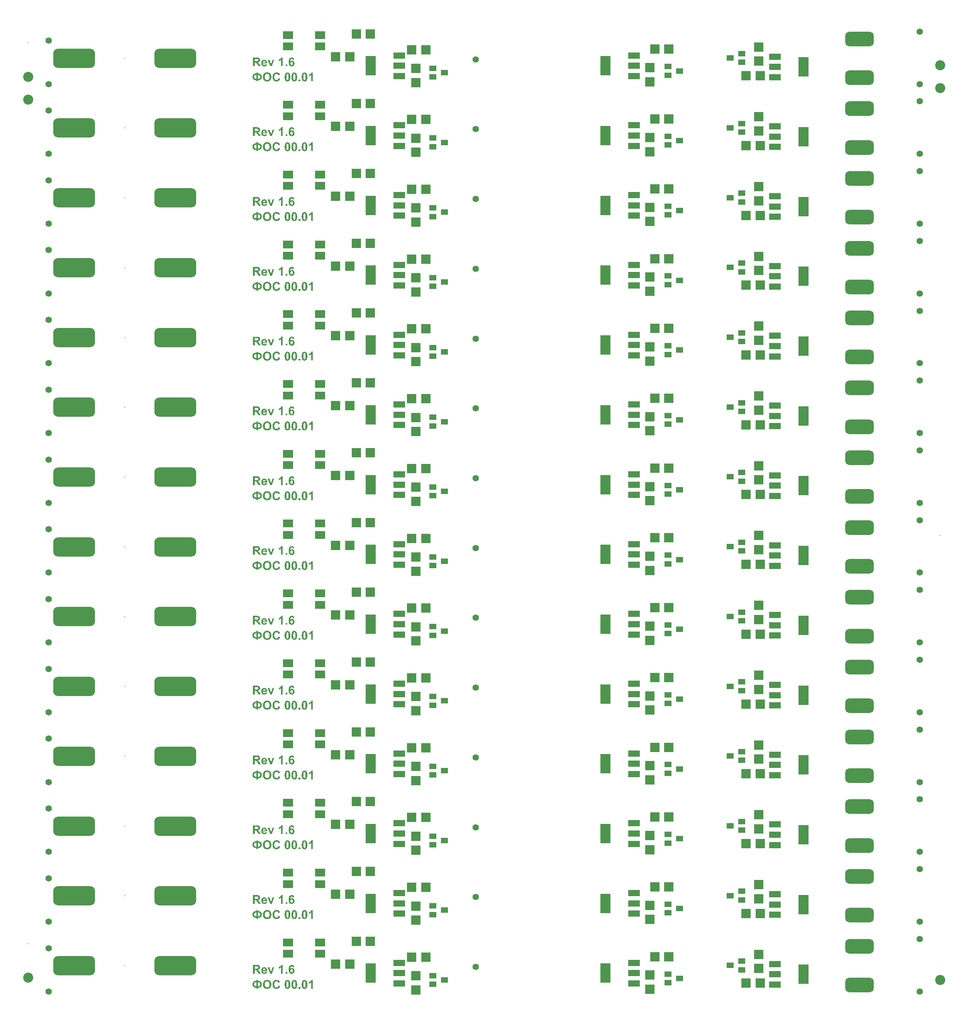
<source format=gts>
G04 Layer_Color=8388736*
%FSLAX44Y44*%
%MOMM*%
G71*
G01*
G75*
%ADD156C,2.2032*%
G04:AMPARAMS|DCode=157|XSize=9.2032mm|YSize=4.2032mm|CornerRadius=1.1016mm|HoleSize=0mm|Usage=FLASHONLY|Rotation=180.000|XOffset=0mm|YOffset=0mm|HoleType=Round|Shape=RoundedRectangle|*
%AMROUNDEDRECTD157*
21,1,9.2032,2.0000,0,0,180.0*
21,1,7.0000,4.2032,0,0,180.0*
1,1,2.2032,-3.5000,1.0000*
1,1,2.2032,3.5000,1.0000*
1,1,2.2032,3.5000,-1.0000*
1,1,2.2032,-3.5000,-1.0000*
%
%ADD157ROUNDEDRECTD157*%
%ADD158R,2.0532X2.0532*%
%ADD159R,2.0532X2.0532*%
%ADD160R,2.0532X2.1532*%
%ADD161R,2.5032X1.4032*%
%ADD162R,2.2032X4.2032*%
%ADD163R,1.6032X1.2032*%
%ADD164R,2.2032X1.7032*%
G04:AMPARAMS|DCode=165|XSize=6.2032mm|YSize=3.2032mm|CornerRadius=0.8516mm|HoleSize=0mm|Usage=FLASHONLY|Rotation=0.000|XOffset=0mm|YOffset=0mm|HoleType=Round|Shape=RoundedRectangle|*
%AMROUNDEDRECTD165*
21,1,6.2032,1.5000,0,0,0.0*
21,1,4.5000,3.2032,0,0,0.0*
1,1,1.7032,2.2500,-0.7500*
1,1,1.7032,-2.2500,-0.7500*
1,1,1.7032,-2.2500,0.7500*
1,1,1.7032,2.2500,0.7500*
%
%ADD165ROUNDEDRECTD165*%
%ADD166C,1.4000*%
%ADD167C,0.2032*%
%ADD168C,1.2032*%
G36*
X603674Y2067295D02*
X603868D01*
X604091Y2067267D01*
X604590Y2067156D01*
X605146Y2067018D01*
X605756Y2066795D01*
X606367Y2066490D01*
X606645Y2066296D01*
X606922Y2066073D01*
X606950D01*
X606978Y2066018D01*
X607061Y2065935D01*
X607145Y2065851D01*
X607283Y2065713D01*
X607394Y2065574D01*
X607700Y2065185D01*
X608005Y2064658D01*
X608311Y2064047D01*
X608588Y2063353D01*
X608782Y2062520D01*
X605229Y2062131D01*
Y2062187D01*
X605201Y2062298D01*
X605146Y2062492D01*
X605090Y2062742D01*
X605007Y2062992D01*
X604868Y2063270D01*
X604729Y2063519D01*
X604535Y2063741D01*
X604507Y2063769D01*
X604424Y2063825D01*
X604313Y2063908D01*
X604146Y2064019D01*
X603952Y2064102D01*
X603702Y2064186D01*
X603397Y2064241D01*
X603091Y2064269D01*
X603036D01*
X602897Y2064241D01*
X602675Y2064214D01*
X602397Y2064130D01*
X602092Y2064019D01*
X601759Y2063825D01*
X601425Y2063575D01*
X601120Y2063214D01*
X601092Y2063159D01*
X601037Y2063103D01*
X600981Y2062992D01*
X600926Y2062881D01*
X600842Y2062714D01*
X600787Y2062520D01*
X600704Y2062270D01*
X600593Y2061992D01*
X600509Y2061687D01*
X600426Y2061326D01*
X600343Y2060938D01*
X600259Y2060493D01*
X600204Y2059994D01*
X600148Y2059438D01*
X600093Y2058855D01*
X600121Y2058883D01*
X600148Y2058939D01*
X600232Y2058994D01*
X600343Y2059105D01*
X600481Y2059244D01*
X600648Y2059383D01*
X601037Y2059688D01*
X601536Y2059966D01*
X602119Y2060244D01*
X602453Y2060354D01*
X602786Y2060410D01*
X603147Y2060466D01*
X603535Y2060493D01*
X603758D01*
X603924Y2060466D01*
X604118Y2060438D01*
X604341Y2060410D01*
X604618Y2060354D01*
X604896Y2060271D01*
X605507Y2060049D01*
X605840Y2059910D01*
X606173Y2059744D01*
X606506Y2059549D01*
X606839Y2059300D01*
X607172Y2059022D01*
X607478Y2058717D01*
X607505Y2058689D01*
X607561Y2058633D01*
X607644Y2058550D01*
X607728Y2058411D01*
X607866Y2058217D01*
X608005Y2058022D01*
X608144Y2057773D01*
X608311Y2057495D01*
X608477Y2057190D01*
X608616Y2056829D01*
X608755Y2056468D01*
X608894Y2056051D01*
X608977Y2055635D01*
X609060Y2055163D01*
X609116Y2054691D01*
X609143Y2054164D01*
Y2054136D01*
Y2054025D01*
Y2053886D01*
X609116Y2053664D01*
X609088Y2053414D01*
X609060Y2053136D01*
X609005Y2052803D01*
X608921Y2052470D01*
X608727Y2051693D01*
X608588Y2051304D01*
X608394Y2050915D01*
X608199Y2050527D01*
X607977Y2050138D01*
X607700Y2049749D01*
X607394Y2049416D01*
X607367Y2049388D01*
X607311Y2049333D01*
X607228Y2049250D01*
X607089Y2049139D01*
X606922Y2049000D01*
X606700Y2048861D01*
X606478Y2048694D01*
X606200Y2048528D01*
X605895Y2048361D01*
X605562Y2048195D01*
X605201Y2048056D01*
X604785Y2047917D01*
X604368Y2047806D01*
X603924Y2047723D01*
X603452Y2047667D01*
X602952Y2047639D01*
X602814D01*
X602675Y2047667D01*
X602480D01*
X602230Y2047723D01*
X601925Y2047751D01*
X601620Y2047834D01*
X601259Y2047917D01*
X600898Y2048028D01*
X600509Y2048195D01*
X600093Y2048361D01*
X599704Y2048583D01*
X599288Y2048833D01*
X598899Y2049139D01*
X598510Y2049500D01*
X598149Y2049888D01*
X598122Y2049916D01*
X598066Y2049999D01*
X597983Y2050138D01*
X597872Y2050332D01*
X597705Y2050582D01*
X597566Y2050888D01*
X597400Y2051248D01*
X597233Y2051665D01*
X597039Y2052165D01*
X596872Y2052692D01*
X596734Y2053303D01*
X596595Y2053997D01*
X596456Y2054719D01*
X596373Y2055524D01*
X596317Y2056384D01*
X596289Y2057328D01*
Y2057356D01*
Y2057384D01*
Y2057467D01*
Y2057551D01*
Y2057828D01*
X596317Y2058189D01*
X596345Y2058633D01*
X596400Y2059133D01*
X596456Y2059688D01*
X596539Y2060271D01*
X596623Y2060882D01*
X596761Y2061521D01*
X596928Y2062159D01*
X597122Y2062798D01*
X597344Y2063381D01*
X597594Y2063964D01*
X597900Y2064491D01*
X598233Y2064963D01*
X598261Y2064991D01*
X598316Y2065074D01*
X598427Y2065185D01*
X598594Y2065324D01*
X598788Y2065518D01*
X599010Y2065713D01*
X599288Y2065935D01*
X599593Y2066157D01*
X599954Y2066351D01*
X600315Y2066573D01*
X600759Y2066768D01*
X601203Y2066962D01*
X601675Y2067101D01*
X602203Y2067212D01*
X602730Y2067295D01*
X603313Y2067323D01*
X603535D01*
X603674Y2067295D01*
D02*
G37*
G36*
X559394Y2048000D02*
X556062D01*
X550454Y2061937D01*
X554313D01*
X556950Y2054802D01*
X557700Y2052442D01*
X557728Y2052470D01*
X557756Y2052581D01*
X557811Y2052748D01*
X557867Y2052914D01*
X558005Y2053331D01*
X558061Y2053497D01*
X558089Y2053636D01*
Y2053664D01*
X558116Y2053747D01*
X558144Y2053858D01*
X558200Y2053997D01*
X558311Y2054386D01*
X558477Y2054802D01*
X561143Y2061937D01*
X564918D01*
X559394Y2048000D01*
D02*
G37*
G36*
X593291D02*
X589599D01*
Y2051693D01*
X593291D01*
Y2048000D01*
D02*
G37*
G36*
X583297D02*
X579604D01*
Y2061909D01*
X579577Y2061881D01*
X579521Y2061826D01*
X579410Y2061743D01*
X579243Y2061604D01*
X579049Y2061437D01*
X578827Y2061271D01*
X578549Y2061076D01*
X578244Y2060854D01*
X577911Y2060632D01*
X577550Y2060410D01*
X577161Y2060160D01*
X576745Y2059938D01*
X575857Y2059522D01*
X574857Y2059133D01*
Y2062464D01*
X574885D01*
X574912Y2062492D01*
X574996Y2062520D01*
X575107Y2062548D01*
X575384Y2062687D01*
X575773Y2062853D01*
X576245Y2063075D01*
X576773Y2063381D01*
X577356Y2063769D01*
X577966Y2064214D01*
X577994Y2064241D01*
X578050Y2064269D01*
X578133Y2064352D01*
X578244Y2064463D01*
X578549Y2064741D01*
X578882Y2065102D01*
X579271Y2065546D01*
X579660Y2066101D01*
X580021Y2066684D01*
X580298Y2067323D01*
X583297D01*
Y2048000D01*
D02*
G37*
G36*
X526912Y2067184D02*
X527217D01*
X527523Y2067156D01*
X527883D01*
X528605Y2067073D01*
X529355Y2066990D01*
X530049Y2066851D01*
X530354Y2066768D01*
X530632Y2066684D01*
X530660D01*
X530687Y2066656D01*
X530854Y2066573D01*
X531104Y2066434D01*
X531437Y2066268D01*
X531798Y2065990D01*
X532159Y2065685D01*
X532520Y2065296D01*
X532853Y2064824D01*
Y2064796D01*
X532881Y2064769D01*
X532936Y2064685D01*
X532992Y2064602D01*
X533130Y2064324D01*
X533297Y2063964D01*
X533436Y2063519D01*
X533575Y2063020D01*
X533686Y2062437D01*
X533713Y2061826D01*
Y2061798D01*
Y2061743D01*
Y2061604D01*
X533686Y2061465D01*
Y2061271D01*
X533658Y2061076D01*
X533547Y2060577D01*
X533408Y2059994D01*
X533186Y2059411D01*
X532853Y2058800D01*
X532659Y2058522D01*
X532436Y2058245D01*
X532409Y2058217D01*
X532381Y2058189D01*
X532298Y2058106D01*
X532187Y2058022D01*
X532076Y2057912D01*
X531909Y2057773D01*
X531715Y2057634D01*
X531493Y2057495D01*
X531243Y2057328D01*
X530937Y2057190D01*
X530632Y2057051D01*
X530299Y2056912D01*
X529910Y2056773D01*
X529521Y2056662D01*
X529105Y2056551D01*
X528633Y2056468D01*
X528661D01*
X528689Y2056440D01*
X528855Y2056329D01*
X529077Y2056190D01*
X529355Y2055996D01*
X529688Y2055746D01*
X530021Y2055496D01*
X530382Y2055191D01*
X530687Y2054858D01*
X530715Y2054830D01*
X530854Y2054691D01*
X531021Y2054469D01*
X531270Y2054136D01*
X531604Y2053719D01*
X531770Y2053442D01*
X531964Y2053164D01*
X532187Y2052859D01*
X532409Y2052526D01*
X532659Y2052137D01*
X532908Y2051748D01*
X535268Y2048000D01*
X530604D01*
X527828Y2052165D01*
X527800Y2052192D01*
X527772Y2052276D01*
X527689Y2052387D01*
X527578Y2052526D01*
X527467Y2052692D01*
X527328Y2052914D01*
X527023Y2053358D01*
X526662Y2053858D01*
X526329Y2054302D01*
X526023Y2054719D01*
X525885Y2054858D01*
X525773Y2054996D01*
X525746Y2055024D01*
X525690Y2055080D01*
X525579Y2055191D01*
X525440Y2055330D01*
X525246Y2055441D01*
X525052Y2055579D01*
X524829Y2055690D01*
X524607Y2055802D01*
X524580D01*
X524496Y2055829D01*
X524358Y2055885D01*
X524136Y2055913D01*
X523858Y2055968D01*
X523525Y2055996D01*
X523136Y2056024D01*
X521887D01*
Y2048000D01*
X518000D01*
Y2067212D01*
X526662D01*
X526912Y2067184D01*
D02*
G37*
G36*
X543153Y2062215D02*
X543402Y2062187D01*
X543708Y2062131D01*
X544041Y2062076D01*
X544402Y2061992D01*
X544791Y2061881D01*
X545179Y2061743D01*
X545596Y2061576D01*
X546012Y2061354D01*
X546401Y2061132D01*
X546789Y2060854D01*
X547178Y2060521D01*
X547511Y2060160D01*
X547539Y2060132D01*
X547594Y2060077D01*
X547678Y2059938D01*
X547789Y2059772D01*
X547928Y2059549D01*
X548066Y2059300D01*
X548233Y2058966D01*
X548400Y2058605D01*
X548566Y2058189D01*
X548733Y2057717D01*
X548872Y2057217D01*
X549010Y2056634D01*
X549122Y2056024D01*
X549205Y2055357D01*
X549260Y2054663D01*
Y2053886D01*
X540043D01*
Y2053858D01*
Y2053803D01*
Y2053719D01*
X540071Y2053608D01*
X540099Y2053331D01*
X540154Y2052942D01*
X540265Y2052553D01*
X540432Y2052109D01*
X540626Y2051693D01*
X540904Y2051332D01*
X540932Y2051304D01*
X541070Y2051193D01*
X541237Y2051054D01*
X541487Y2050888D01*
X541792Y2050721D01*
X542181Y2050582D01*
X542597Y2050471D01*
X543041Y2050443D01*
X543180D01*
X543347Y2050471D01*
X543541Y2050499D01*
X543763Y2050555D01*
X544013Y2050638D01*
X544263Y2050749D01*
X544485Y2050915D01*
X544513Y2050943D01*
X544596Y2050999D01*
X544707Y2051110D01*
X544818Y2051276D01*
X544985Y2051498D01*
X545124Y2051748D01*
X545262Y2052081D01*
X545401Y2052442D01*
X549066Y2051832D01*
Y2051804D01*
X549038Y2051748D01*
X548983Y2051637D01*
X548927Y2051498D01*
X548844Y2051332D01*
X548760Y2051138D01*
X548511Y2050693D01*
X548205Y2050194D01*
X547817Y2049666D01*
X547345Y2049194D01*
X546817Y2048750D01*
X546789D01*
X546762Y2048694D01*
X546651Y2048667D01*
X546540Y2048583D01*
X546401Y2048500D01*
X546206Y2048417D01*
X546012Y2048333D01*
X545762Y2048222D01*
X545207Y2048028D01*
X544568Y2047861D01*
X543819Y2047751D01*
X543014Y2047695D01*
X542847D01*
X542681Y2047723D01*
X542431D01*
X542125Y2047778D01*
X541764Y2047834D01*
X541376Y2047889D01*
X540987Y2048000D01*
X540543Y2048111D01*
X540099Y2048278D01*
X539655Y2048472D01*
X539210Y2048694D01*
X538766Y2048972D01*
X538350Y2049277D01*
X537989Y2049638D01*
X537628Y2050055D01*
X537600Y2050083D01*
X537572Y2050138D01*
X537517Y2050249D01*
X537406Y2050388D01*
X537323Y2050582D01*
X537211Y2050804D01*
X537073Y2051054D01*
X536962Y2051360D01*
X536823Y2051693D01*
X536712Y2052054D01*
X536573Y2052442D01*
X536490Y2052887D01*
X536406Y2053331D01*
X536323Y2053803D01*
X536295Y2054330D01*
X536268Y2054858D01*
Y2054885D01*
Y2054996D01*
Y2055191D01*
X536295Y2055441D01*
X536323Y2055718D01*
X536351Y2056051D01*
X536406Y2056412D01*
X536490Y2056829D01*
X536712Y2057689D01*
X536851Y2058134D01*
X537017Y2058605D01*
X537239Y2059050D01*
X537489Y2059466D01*
X537767Y2059883D01*
X538072Y2060271D01*
X538100Y2060299D01*
X538155Y2060354D01*
X538266Y2060466D01*
X538405Y2060577D01*
X538572Y2060715D01*
X538794Y2060882D01*
X539044Y2061076D01*
X539321Y2061271D01*
X539627Y2061437D01*
X539988Y2061632D01*
X540349Y2061798D01*
X540765Y2061937D01*
X541181Y2062048D01*
X541653Y2062159D01*
X542125Y2062215D01*
X542625Y2062242D01*
X542930D01*
X543153Y2062215D01*
D02*
G37*
G36*
X570442Y2034545D02*
X570748Y2034517D01*
X571081Y2034462D01*
X571469Y2034406D01*
X571886Y2034323D01*
X572330Y2034212D01*
X572802Y2034073D01*
X573274Y2033906D01*
X573774Y2033684D01*
X574246Y2033462D01*
X574690Y2033185D01*
X575162Y2032851D01*
X575578Y2032491D01*
X575606D01*
X575634Y2032435D01*
X575717Y2032352D01*
X575800Y2032268D01*
X575911Y2032130D01*
X576022Y2031963D01*
X576328Y2031574D01*
X576633Y2031075D01*
X576966Y2030464D01*
X577272Y2029770D01*
X577549Y2028965D01*
X573718Y2028049D01*
Y2028076D01*
X573690Y2028104D01*
Y2028187D01*
X573635Y2028298D01*
X573552Y2028548D01*
X573413Y2028881D01*
X573218Y2029270D01*
X572969Y2029659D01*
X572635Y2030047D01*
X572275Y2030381D01*
X572219Y2030408D01*
X572080Y2030519D01*
X571858Y2030658D01*
X571553Y2030825D01*
X571164Y2030991D01*
X570720Y2031130D01*
X570220Y2031241D01*
X569665Y2031269D01*
X569471D01*
X569304Y2031241D01*
X569137Y2031214D01*
X568915Y2031186D01*
X568443Y2031075D01*
X567888Y2030880D01*
X567305Y2030603D01*
X567000Y2030436D01*
X566722Y2030242D01*
X566445Y2029992D01*
X566195Y2029714D01*
Y2029686D01*
X566139Y2029631D01*
X566084Y2029548D01*
X566000Y2029409D01*
X565889Y2029242D01*
X565778Y2029048D01*
X565667Y2028798D01*
X565556Y2028521D01*
X565417Y2028187D01*
X565306Y2027827D01*
X565195Y2027410D01*
X565084Y2026966D01*
X565001Y2026466D01*
X564945Y2025939D01*
X564918Y2025356D01*
X564890Y2024717D01*
Y2024689D01*
Y2024550D01*
Y2024356D01*
X564918Y2024134D01*
Y2023829D01*
X564973Y2023468D01*
X565001Y2023107D01*
X565056Y2022690D01*
X565223Y2021830D01*
X565445Y2020969D01*
X565584Y2020553D01*
X565778Y2020164D01*
X565973Y2019803D01*
X566195Y2019498D01*
X566222Y2019470D01*
X566250Y2019442D01*
X566334Y2019359D01*
X566445Y2019248D01*
X566722Y2019026D01*
X567111Y2018748D01*
X567583Y2018443D01*
X568166Y2018221D01*
X568832Y2018026D01*
X569193Y2017999D01*
X569582Y2017971D01*
X569720D01*
X569832Y2017999D01*
X570137Y2018026D01*
X570498Y2018082D01*
X570886Y2018221D01*
X571331Y2018387D01*
X571775Y2018609D01*
X572219Y2018943D01*
X572275Y2018998D01*
X572413Y2019137D01*
X572608Y2019359D01*
X572830Y2019692D01*
X573107Y2020136D01*
X573357Y2020664D01*
X573607Y2021302D01*
X573829Y2022052D01*
X577605Y2020886D01*
Y2020858D01*
X577577Y2020747D01*
X577522Y2020580D01*
X577438Y2020358D01*
X577327Y2020109D01*
X577216Y2019803D01*
X577077Y2019470D01*
X576911Y2019109D01*
X576522Y2018360D01*
X576022Y2017582D01*
X575412Y2016833D01*
X575079Y2016499D01*
X574718Y2016194D01*
X574690Y2016166D01*
X574634Y2016139D01*
X574523Y2016055D01*
X574357Y2015944D01*
X574162Y2015833D01*
X573913Y2015722D01*
X573635Y2015583D01*
X573330Y2015444D01*
X572969Y2015278D01*
X572580Y2015139D01*
X572164Y2015028D01*
X571719Y2014917D01*
X571247Y2014806D01*
X570720Y2014723D01*
X570192Y2014695D01*
X569609Y2014667D01*
X569443D01*
X569249Y2014695D01*
X568971Y2014723D01*
X568666Y2014751D01*
X568277Y2014806D01*
X567860Y2014889D01*
X567388Y2015000D01*
X566917Y2015139D01*
X566417Y2015306D01*
X565889Y2015528D01*
X565362Y2015778D01*
X564834Y2016055D01*
X564307Y2016416D01*
X563807Y2016805D01*
X563335Y2017277D01*
X563307Y2017305D01*
X563224Y2017388D01*
X563113Y2017554D01*
X562947Y2017749D01*
X562780Y2018026D01*
X562558Y2018332D01*
X562336Y2018721D01*
X562114Y2019165D01*
X561892Y2019637D01*
X561669Y2020164D01*
X561447Y2020775D01*
X561281Y2021413D01*
X561114Y2022080D01*
X561003Y2022829D01*
X560920Y2023607D01*
X560892Y2024440D01*
Y2024467D01*
Y2024495D01*
Y2024662D01*
X560920Y2024911D01*
Y2025245D01*
X560975Y2025633D01*
X561031Y2026105D01*
X561086Y2026605D01*
X561198Y2027188D01*
X561336Y2027771D01*
X561503Y2028382D01*
X561697Y2028992D01*
X561947Y2029631D01*
X562225Y2030242D01*
X562558Y2030825D01*
X562919Y2031380D01*
X563363Y2031908D01*
X563391Y2031935D01*
X563474Y2032019D01*
X563613Y2032157D01*
X563807Y2032324D01*
X564057Y2032518D01*
X564362Y2032740D01*
X564696Y2032990D01*
X565112Y2033240D01*
X565556Y2033490D01*
X566028Y2033740D01*
X566583Y2033962D01*
X567139Y2034156D01*
X567777Y2034323D01*
X568416Y2034462D01*
X569137Y2034545D01*
X569859Y2034573D01*
X570192D01*
X570442Y2034545D01*
D02*
G37*
G36*
X649287Y2015000D02*
X645594D01*
Y2028909D01*
X645567Y2028881D01*
X645511Y2028826D01*
X645400Y2028743D01*
X645234Y2028604D01*
X645039Y2028437D01*
X644817Y2028271D01*
X644540Y2028076D01*
X644234Y2027854D01*
X643901Y2027632D01*
X643540Y2027410D01*
X643151Y2027160D01*
X642735Y2026938D01*
X641847Y2026522D01*
X640847Y2026133D01*
Y2029464D01*
X640875D01*
X640903Y2029492D01*
X640986Y2029520D01*
X641097Y2029548D01*
X641375Y2029686D01*
X641763Y2029853D01*
X642235Y2030075D01*
X642763Y2030381D01*
X643346Y2030769D01*
X643957Y2031214D01*
X643984Y2031241D01*
X644040Y2031269D01*
X644123Y2031352D01*
X644234Y2031463D01*
X644540Y2031741D01*
X644873Y2032102D01*
X645261Y2032546D01*
X645650Y2033101D01*
X646011Y2033684D01*
X646289Y2034323D01*
X649287D01*
Y2015000D01*
D02*
G37*
G36*
X621941D02*
X618249D01*
Y2018693D01*
X621941D01*
Y2015000D01*
D02*
G37*
G36*
X529188Y2032324D02*
X529382D01*
X529632Y2032296D01*
X529937Y2032268D01*
X530298Y2032213D01*
X530742Y2032157D01*
X531214Y2032074D01*
X531714Y2031963D01*
X532242Y2031852D01*
X532769Y2031685D01*
X533296Y2031491D01*
X533852Y2031269D01*
X534351Y2031019D01*
X534823Y2030741D01*
X535268Y2030408D01*
X535656Y2030047D01*
X535684Y2030020D01*
X535740Y2029964D01*
X535823Y2029825D01*
X535962Y2029686D01*
X536100Y2029464D01*
X536267Y2029215D01*
X536434Y2028937D01*
X536628Y2028604D01*
X536795Y2028243D01*
X536961Y2027854D01*
X537128Y2027410D01*
X537266Y2026938D01*
X537405Y2026438D01*
X537489Y2025911D01*
X537544Y2025356D01*
X537572Y2024773D01*
Y2024745D01*
Y2024634D01*
Y2024467D01*
X537544Y2024245D01*
X537516Y2023967D01*
X537461Y2023662D01*
X537405Y2023301D01*
X537322Y2022913D01*
X537239Y2022496D01*
X537100Y2022080D01*
X536961Y2021635D01*
X536767Y2021191D01*
X536545Y2020747D01*
X536295Y2020331D01*
X535989Y2019914D01*
X535656Y2019498D01*
X535629Y2019470D01*
X535573Y2019415D01*
X535462Y2019303D01*
X535295Y2019165D01*
X535073Y2018998D01*
X534823Y2018831D01*
X534518Y2018637D01*
X534129Y2018443D01*
X533713Y2018221D01*
X533241Y2018026D01*
X532713Y2017832D01*
X532130Y2017666D01*
X531492Y2017527D01*
X530770Y2017388D01*
X530020Y2017305D01*
X529188Y2017249D01*
Y2015000D01*
X525384D01*
Y2017249D01*
X525190D01*
X524940Y2017277D01*
X524635Y2017305D01*
X524246Y2017360D01*
X523829Y2017416D01*
X523358Y2017499D01*
X522858Y2017582D01*
X522303Y2017721D01*
X521775Y2017860D01*
X521220Y2018054D01*
X520692Y2018276D01*
X520193Y2018526D01*
X519721Y2018804D01*
X519277Y2019137D01*
X518888Y2019498D01*
X518860Y2019526D01*
X518805Y2019609D01*
X518721Y2019720D01*
X518582Y2019886D01*
X518444Y2020081D01*
X518305Y2020331D01*
X518111Y2020608D01*
X517944Y2020941D01*
X517777Y2021302D01*
X517611Y2021719D01*
X517444Y2022135D01*
X517305Y2022607D01*
X517167Y2023107D01*
X517083Y2023634D01*
X517028Y2024190D01*
X517000Y2024773D01*
Y2024800D01*
Y2024911D01*
Y2025106D01*
X517028Y2025328D01*
X517056Y2025605D01*
X517111Y2025939D01*
X517167Y2026300D01*
X517250Y2026688D01*
X517361Y2027105D01*
X517472Y2027549D01*
X517639Y2027993D01*
X517833Y2028437D01*
X518055Y2028881D01*
X518333Y2029298D01*
X518638Y2029714D01*
X518971Y2030103D01*
X518999Y2030131D01*
X519054Y2030186D01*
X519193Y2030297D01*
X519360Y2030436D01*
X519554Y2030575D01*
X519832Y2030741D01*
X520137Y2030936D01*
X520526Y2031130D01*
X520942Y2031352D01*
X521414Y2031547D01*
X521942Y2031713D01*
X522497Y2031908D01*
X523135Y2032046D01*
X523829Y2032185D01*
X524579Y2032268D01*
X525384Y2032324D01*
Y2034212D01*
X529188D01*
Y2032324D01*
D02*
G37*
G36*
X631630Y2034295D02*
X631852Y2034267D01*
X632130Y2034212D01*
X632407Y2034156D01*
X632741Y2034073D01*
X633102Y2033962D01*
X633435Y2033823D01*
X633796Y2033684D01*
X634156Y2033490D01*
X634517Y2033240D01*
X634878Y2032990D01*
X635211Y2032685D01*
X635517Y2032324D01*
X635545Y2032296D01*
X635600Y2032213D01*
X635683Y2032074D01*
X635822Y2031880D01*
X635961Y2031602D01*
X636128Y2031269D01*
X636294Y2030908D01*
X636461Y2030436D01*
X636627Y2029936D01*
X636822Y2029353D01*
X636960Y2028715D01*
X637099Y2027993D01*
X637238Y2027216D01*
X637321Y2026383D01*
X637377Y2025467D01*
X637405Y2024467D01*
Y2024440D01*
Y2024412D01*
Y2024328D01*
Y2024217D01*
Y2023940D01*
X637377Y2023579D01*
X637349Y2023135D01*
X637294Y2022607D01*
X637238Y2022052D01*
X637183Y2021441D01*
X637071Y2020803D01*
X636933Y2020136D01*
X636794Y2019498D01*
X636600Y2018859D01*
X636405Y2018221D01*
X636128Y2017638D01*
X635850Y2017083D01*
X635517Y2016611D01*
X635489Y2016583D01*
X635434Y2016527D01*
X635350Y2016416D01*
X635239Y2016305D01*
X635073Y2016166D01*
X634878Y2016000D01*
X634628Y2015805D01*
X634379Y2015639D01*
X634073Y2015444D01*
X633768Y2015250D01*
X633407Y2015084D01*
X633018Y2014945D01*
X632602Y2014834D01*
X632130Y2014723D01*
X631658Y2014667D01*
X631158Y2014639D01*
X631047D01*
X630881Y2014667D01*
X630686D01*
X630464Y2014695D01*
X630187Y2014751D01*
X629881Y2014806D01*
X629548Y2014917D01*
X629187Y2015028D01*
X628826Y2015167D01*
X628438Y2015334D01*
X628077Y2015556D01*
X627688Y2015778D01*
X627327Y2016083D01*
X626966Y2016388D01*
X626633Y2016777D01*
X626605Y2016805D01*
X626550Y2016888D01*
X626466Y2017027D01*
X626383Y2017194D01*
X626244Y2017443D01*
X626105Y2017749D01*
X625939Y2018138D01*
X625800Y2018554D01*
X625634Y2019054D01*
X625467Y2019609D01*
X625328Y2020247D01*
X625217Y2020941D01*
X625106Y2021719D01*
X625023Y2022579D01*
X624967Y2023496D01*
X624939Y2024495D01*
Y2024523D01*
Y2024550D01*
Y2024634D01*
Y2024745D01*
Y2025022D01*
X624967Y2025383D01*
X624995Y2025828D01*
X625051Y2026355D01*
X625106Y2026910D01*
X625162Y2027521D01*
X625273Y2028160D01*
X625384Y2028798D01*
X625550Y2029464D01*
X625717Y2030103D01*
X625939Y2030714D01*
X626189Y2031297D01*
X626466Y2031852D01*
X626800Y2032324D01*
X626827Y2032352D01*
X626883Y2032407D01*
X626966Y2032518D01*
X627105Y2032629D01*
X627244Y2032796D01*
X627438Y2032962D01*
X627688Y2033129D01*
X627938Y2033323D01*
X628243Y2033518D01*
X628549Y2033684D01*
X628909Y2033851D01*
X629298Y2034017D01*
X629715Y2034129D01*
X630187Y2034240D01*
X630658Y2034295D01*
X631158Y2034323D01*
X631436D01*
X631630Y2034295D01*
D02*
G37*
G36*
X609226D02*
X609448Y2034267D01*
X609726Y2034212D01*
X610003Y2034156D01*
X610336Y2034073D01*
X610698Y2033962D01*
X611031Y2033823D01*
X611391Y2033684D01*
X611752Y2033490D01*
X612113Y2033240D01*
X612474Y2032990D01*
X612807Y2032685D01*
X613113Y2032324D01*
X613140Y2032296D01*
X613196Y2032213D01*
X613279Y2032074D01*
X613418Y2031880D01*
X613557Y2031602D01*
X613723Y2031269D01*
X613890Y2030908D01*
X614057Y2030436D01*
X614223Y2029936D01*
X614418Y2029353D01*
X614556Y2028715D01*
X614695Y2027993D01*
X614834Y2027216D01*
X614917Y2026383D01*
X614973Y2025467D01*
X615001Y2024467D01*
Y2024440D01*
Y2024412D01*
Y2024328D01*
Y2024217D01*
Y2023940D01*
X614973Y2023579D01*
X614945Y2023135D01*
X614889Y2022607D01*
X614834Y2022052D01*
X614779Y2021441D01*
X614668Y2020803D01*
X614529Y2020136D01*
X614390Y2019498D01*
X614196Y2018859D01*
X614001Y2018221D01*
X613723Y2017638D01*
X613446Y2017083D01*
X613113Y2016611D01*
X613085Y2016583D01*
X613030Y2016527D01*
X612946Y2016416D01*
X612835Y2016305D01*
X612669Y2016166D01*
X612474Y2016000D01*
X612224Y2015805D01*
X611974Y2015639D01*
X611669Y2015444D01*
X611364Y2015250D01*
X611003Y2015084D01*
X610614Y2014945D01*
X610198Y2014834D01*
X609726Y2014723D01*
X609254Y2014667D01*
X608754Y2014639D01*
X608643D01*
X608476Y2014667D01*
X608282D01*
X608060Y2014695D01*
X607782Y2014751D01*
X607477Y2014806D01*
X607144Y2014917D01*
X606783Y2015028D01*
X606422Y2015167D01*
X606033Y2015334D01*
X605672Y2015556D01*
X605284Y2015778D01*
X604923Y2016083D01*
X604562Y2016388D01*
X604229Y2016777D01*
X604201Y2016805D01*
X604146Y2016888D01*
X604062Y2017027D01*
X603979Y2017194D01*
X603840Y2017443D01*
X603701Y2017749D01*
X603535Y2018138D01*
X603396Y2018554D01*
X603229Y2019054D01*
X603063Y2019609D01*
X602924Y2020247D01*
X602813Y2020941D01*
X602702Y2021719D01*
X602619Y2022579D01*
X602563Y2023496D01*
X602535Y2024495D01*
Y2024523D01*
Y2024550D01*
Y2024634D01*
Y2024745D01*
Y2025022D01*
X602563Y2025383D01*
X602591Y2025828D01*
X602646Y2026355D01*
X602702Y2026910D01*
X602757Y2027521D01*
X602868Y2028160D01*
X602980Y2028798D01*
X603146Y2029464D01*
X603313Y2030103D01*
X603535Y2030714D01*
X603785Y2031297D01*
X604062Y2031852D01*
X604395Y2032324D01*
X604423Y2032352D01*
X604479Y2032407D01*
X604562Y2032518D01*
X604701Y2032629D01*
X604840Y2032796D01*
X605034Y2032962D01*
X605284Y2033129D01*
X605534Y2033323D01*
X605839Y2033518D01*
X606144Y2033684D01*
X606505Y2033851D01*
X606894Y2034017D01*
X607310Y2034129D01*
X607782Y2034240D01*
X608254Y2034295D01*
X608754Y2034323D01*
X609032D01*
X609226Y2034295D01*
D02*
G37*
G36*
X594290D02*
X594512Y2034267D01*
X594790Y2034212D01*
X595067Y2034156D01*
X595401Y2034073D01*
X595761Y2033962D01*
X596095Y2033823D01*
X596455Y2033684D01*
X596816Y2033490D01*
X597177Y2033240D01*
X597538Y2032990D01*
X597871Y2032685D01*
X598177Y2032324D01*
X598204Y2032296D01*
X598260Y2032213D01*
X598343Y2032074D01*
X598482Y2031880D01*
X598621Y2031602D01*
X598787Y2031269D01*
X598954Y2030908D01*
X599121Y2030436D01*
X599287Y2029936D01*
X599482Y2029353D01*
X599620Y2028715D01*
X599759Y2027993D01*
X599898Y2027216D01*
X599981Y2026383D01*
X600037Y2025467D01*
X600065Y2024467D01*
Y2024440D01*
Y2024412D01*
Y2024328D01*
Y2024217D01*
Y2023940D01*
X600037Y2023579D01*
X600009Y2023135D01*
X599953Y2022607D01*
X599898Y2022052D01*
X599842Y2021441D01*
X599731Y2020803D01*
X599593Y2020136D01*
X599454Y2019498D01*
X599259Y2018859D01*
X599065Y2018221D01*
X598787Y2017638D01*
X598510Y2017083D01*
X598177Y2016611D01*
X598149Y2016583D01*
X598093Y2016527D01*
X598010Y2016416D01*
X597899Y2016305D01*
X597733Y2016166D01*
X597538Y2016000D01*
X597288Y2015805D01*
X597038Y2015639D01*
X596733Y2015444D01*
X596428Y2015250D01*
X596067Y2015084D01*
X595678Y2014945D01*
X595262Y2014834D01*
X594790Y2014723D01*
X594318Y2014667D01*
X593818Y2014639D01*
X593707D01*
X593540Y2014667D01*
X593346D01*
X593124Y2014695D01*
X592846Y2014751D01*
X592541Y2014806D01*
X592208Y2014917D01*
X591847Y2015028D01*
X591486Y2015167D01*
X591097Y2015334D01*
X590736Y2015556D01*
X590348Y2015778D01*
X589987Y2016083D01*
X589626Y2016388D01*
X589293Y2016777D01*
X589265Y2016805D01*
X589210Y2016888D01*
X589126Y2017027D01*
X589043Y2017194D01*
X588904Y2017443D01*
X588765Y2017749D01*
X588599Y2018138D01*
X588460Y2018554D01*
X588293Y2019054D01*
X588127Y2019609D01*
X587988Y2020247D01*
X587877Y2020941D01*
X587766Y2021719D01*
X587683Y2022579D01*
X587627Y2023496D01*
X587599Y2024495D01*
Y2024523D01*
Y2024550D01*
Y2024634D01*
Y2024745D01*
Y2025022D01*
X587627Y2025383D01*
X587655Y2025828D01*
X587710Y2026355D01*
X587766Y2026910D01*
X587821Y2027521D01*
X587933Y2028160D01*
X588044Y2028798D01*
X588210Y2029464D01*
X588377Y2030103D01*
X588599Y2030714D01*
X588849Y2031297D01*
X589126Y2031852D01*
X589459Y2032324D01*
X589487Y2032352D01*
X589543Y2032407D01*
X589626Y2032518D01*
X589765Y2032629D01*
X589904Y2032796D01*
X590098Y2032962D01*
X590348Y2033129D01*
X590598Y2033323D01*
X590903Y2033518D01*
X591208Y2033684D01*
X591569Y2033851D01*
X591958Y2034017D01*
X592374Y2034129D01*
X592846Y2034240D01*
X593318Y2034295D01*
X593818Y2034323D01*
X594096D01*
X594290Y2034295D01*
D02*
G37*
G36*
X549593Y2034545D02*
X549870D01*
X550231Y2034489D01*
X550648Y2034434D01*
X551120Y2034351D01*
X551619Y2034240D01*
X552147Y2034101D01*
X552702Y2033934D01*
X553257Y2033712D01*
X553840Y2033462D01*
X554396Y2033157D01*
X554951Y2032796D01*
X555478Y2032379D01*
X555978Y2031908D01*
X556006Y2031880D01*
X556089Y2031797D01*
X556228Y2031630D01*
X556367Y2031436D01*
X556561Y2031158D01*
X556783Y2030825D01*
X557005Y2030436D01*
X557255Y2029992D01*
X557505Y2029520D01*
X557727Y2028965D01*
X557949Y2028354D01*
X558144Y2027715D01*
X558310Y2026994D01*
X558421Y2026244D01*
X558504Y2025439D01*
X558532Y2024578D01*
Y2024523D01*
Y2024384D01*
X558504Y2024134D01*
Y2023801D01*
X558449Y2023412D01*
X558394Y2022968D01*
X558310Y2022441D01*
X558227Y2021913D01*
X558088Y2021330D01*
X557921Y2020719D01*
X557699Y2020109D01*
X557450Y2019498D01*
X557172Y2018915D01*
X556811Y2018332D01*
X556422Y2017777D01*
X555978Y2017249D01*
X555950Y2017221D01*
X555867Y2017138D01*
X555728Y2016999D01*
X555506Y2016833D01*
X555256Y2016638D01*
X554951Y2016416D01*
X554590Y2016194D01*
X554201Y2015944D01*
X553729Y2015694D01*
X553230Y2015472D01*
X552674Y2015250D01*
X552064Y2015056D01*
X551425Y2014889D01*
X550731Y2014751D01*
X550009Y2014667D01*
X549232Y2014639D01*
X549038D01*
X548815Y2014667D01*
X548538Y2014695D01*
X548177Y2014723D01*
X547761Y2014778D01*
X547289Y2014861D01*
X546789Y2014973D01*
X546234Y2015111D01*
X545706Y2015278D01*
X545123Y2015500D01*
X544568Y2015750D01*
X543985Y2016028D01*
X543457Y2016388D01*
X542930Y2016777D01*
X542430Y2017249D01*
X542402Y2017277D01*
X542319Y2017360D01*
X542208Y2017527D01*
X542042Y2017721D01*
X541847Y2017999D01*
X541625Y2018332D01*
X541403Y2018693D01*
X541181Y2019137D01*
X540931Y2019609D01*
X540709Y2020164D01*
X540487Y2020747D01*
X540293Y2021386D01*
X540126Y2022080D01*
X540015Y2022829D01*
X539932Y2023634D01*
X539904Y2024467D01*
Y2024495D01*
Y2024606D01*
Y2024745D01*
X539932Y2024967D01*
Y2025217D01*
X539959Y2025495D01*
X539987Y2025828D01*
X540015Y2026189D01*
X540126Y2026966D01*
X540265Y2027799D01*
X540487Y2028632D01*
X540765Y2029409D01*
Y2029437D01*
X540792Y2029464D01*
X540848Y2029548D01*
X540876Y2029659D01*
X541042Y2029936D01*
X541236Y2030297D01*
X541486Y2030714D01*
X541792Y2031130D01*
X542153Y2031602D01*
X542541Y2032046D01*
X542569Y2032074D01*
X542597Y2032102D01*
X542736Y2032241D01*
X542985Y2032463D01*
X543291Y2032713D01*
X543652Y2032990D01*
X544068Y2033296D01*
X544540Y2033573D01*
X545040Y2033795D01*
X545068D01*
X545123Y2033823D01*
X545234Y2033879D01*
X545373Y2033906D01*
X545540Y2033990D01*
X545734Y2034045D01*
X545984Y2034101D01*
X546234Y2034184D01*
X546844Y2034323D01*
X547538Y2034462D01*
X548344Y2034545D01*
X549176Y2034573D01*
X549371D01*
X549593Y2034545D01*
D02*
G37*
G36*
X603674Y1914295D02*
X603868D01*
X604091Y1914267D01*
X604590Y1914156D01*
X605146Y1914017D01*
X605756Y1913795D01*
X606367Y1913490D01*
X606645Y1913296D01*
X606922Y1913073D01*
X606950D01*
X606978Y1913018D01*
X607061Y1912935D01*
X607145Y1912851D01*
X607283Y1912713D01*
X607394Y1912574D01*
X607700Y1912185D01*
X608005Y1911658D01*
X608311Y1911047D01*
X608588Y1910353D01*
X608782Y1909520D01*
X605229Y1909131D01*
Y1909187D01*
X605201Y1909298D01*
X605146Y1909492D01*
X605090Y1909742D01*
X605007Y1909992D01*
X604868Y1910269D01*
X604729Y1910519D01*
X604535Y1910741D01*
X604507Y1910769D01*
X604424Y1910825D01*
X604313Y1910908D01*
X604146Y1911019D01*
X603952Y1911102D01*
X603702Y1911186D01*
X603397Y1911241D01*
X603091Y1911269D01*
X603036D01*
X602897Y1911241D01*
X602675Y1911213D01*
X602397Y1911130D01*
X602092Y1911019D01*
X601759Y1910825D01*
X601425Y1910575D01*
X601120Y1910214D01*
X601092Y1910159D01*
X601037Y1910103D01*
X600981Y1909992D01*
X600926Y1909881D01*
X600842Y1909714D01*
X600787Y1909520D01*
X600704Y1909270D01*
X600593Y1908992D01*
X600509Y1908687D01*
X600426Y1908326D01*
X600343Y1907937D01*
X600259Y1907493D01*
X600204Y1906994D01*
X600148Y1906438D01*
X600093Y1905855D01*
X600121Y1905883D01*
X600148Y1905939D01*
X600232Y1905994D01*
X600343Y1906105D01*
X600481Y1906244D01*
X600648Y1906383D01*
X601037Y1906688D01*
X601536Y1906966D01*
X602119Y1907243D01*
X602453Y1907354D01*
X602786Y1907410D01*
X603147Y1907466D01*
X603535Y1907493D01*
X603758D01*
X603924Y1907466D01*
X604118Y1907438D01*
X604341Y1907410D01*
X604618Y1907354D01*
X604896Y1907271D01*
X605507Y1907049D01*
X605840Y1906910D01*
X606173Y1906744D01*
X606506Y1906549D01*
X606839Y1906299D01*
X607172Y1906022D01*
X607478Y1905717D01*
X607505Y1905689D01*
X607561Y1905633D01*
X607644Y1905550D01*
X607728Y1905411D01*
X607866Y1905217D01*
X608005Y1905022D01*
X608144Y1904773D01*
X608311Y1904495D01*
X608477Y1904190D01*
X608616Y1903829D01*
X608755Y1903468D01*
X608894Y1903051D01*
X608977Y1902635D01*
X609060Y1902163D01*
X609116Y1901691D01*
X609143Y1901163D01*
Y1901136D01*
Y1901025D01*
Y1900886D01*
X609116Y1900664D01*
X609088Y1900414D01*
X609060Y1900136D01*
X609005Y1899803D01*
X608921Y1899470D01*
X608727Y1898693D01*
X608588Y1898304D01*
X608394Y1897915D01*
X608199Y1897527D01*
X607977Y1897138D01*
X607700Y1896749D01*
X607394Y1896416D01*
X607367Y1896388D01*
X607311Y1896333D01*
X607228Y1896250D01*
X607089Y1896139D01*
X606922Y1896000D01*
X606700Y1895861D01*
X606478Y1895694D01*
X606200Y1895528D01*
X605895Y1895361D01*
X605562Y1895195D01*
X605201Y1895056D01*
X604785Y1894917D01*
X604368Y1894806D01*
X603924Y1894723D01*
X603452Y1894667D01*
X602952Y1894639D01*
X602814D01*
X602675Y1894667D01*
X602480D01*
X602230Y1894723D01*
X601925Y1894751D01*
X601620Y1894834D01*
X601259Y1894917D01*
X600898Y1895028D01*
X600509Y1895195D01*
X600093Y1895361D01*
X599704Y1895583D01*
X599288Y1895833D01*
X598899Y1896139D01*
X598510Y1896499D01*
X598149Y1896888D01*
X598122Y1896916D01*
X598066Y1896999D01*
X597983Y1897138D01*
X597872Y1897332D01*
X597705Y1897582D01*
X597566Y1897888D01*
X597400Y1898248D01*
X597233Y1898665D01*
X597039Y1899165D01*
X596872Y1899692D01*
X596734Y1900303D01*
X596595Y1900997D01*
X596456Y1901719D01*
X596373Y1902524D01*
X596317Y1903385D01*
X596289Y1904328D01*
Y1904356D01*
Y1904384D01*
Y1904467D01*
Y1904550D01*
Y1904828D01*
X596317Y1905189D01*
X596345Y1905633D01*
X596400Y1906133D01*
X596456Y1906688D01*
X596539Y1907271D01*
X596623Y1907882D01*
X596761Y1908521D01*
X596928Y1909159D01*
X597122Y1909798D01*
X597344Y1910381D01*
X597594Y1910964D01*
X597900Y1911491D01*
X598233Y1911963D01*
X598261Y1911991D01*
X598316Y1912074D01*
X598427Y1912185D01*
X598594Y1912324D01*
X598788Y1912518D01*
X599010Y1912713D01*
X599288Y1912935D01*
X599593Y1913157D01*
X599954Y1913351D01*
X600315Y1913573D01*
X600759Y1913768D01*
X601203Y1913962D01*
X601675Y1914101D01*
X602203Y1914212D01*
X602730Y1914295D01*
X603313Y1914323D01*
X603535D01*
X603674Y1914295D01*
D02*
G37*
G36*
X559394Y1895000D02*
X556062D01*
X550454Y1908937D01*
X554313D01*
X556950Y1901802D01*
X557700Y1899442D01*
X557728Y1899470D01*
X557756Y1899581D01*
X557811Y1899748D01*
X557867Y1899914D01*
X558005Y1900331D01*
X558061Y1900497D01*
X558089Y1900636D01*
Y1900664D01*
X558116Y1900747D01*
X558144Y1900858D01*
X558200Y1900997D01*
X558311Y1901386D01*
X558477Y1901802D01*
X561143Y1908937D01*
X564918D01*
X559394Y1895000D01*
D02*
G37*
G36*
X593291D02*
X589599D01*
Y1898693D01*
X593291D01*
Y1895000D01*
D02*
G37*
G36*
X583297D02*
X579604D01*
Y1908909D01*
X579577Y1908881D01*
X579521Y1908826D01*
X579410Y1908743D01*
X579243Y1908604D01*
X579049Y1908437D01*
X578827Y1908271D01*
X578549Y1908076D01*
X578244Y1907854D01*
X577911Y1907632D01*
X577550Y1907410D01*
X577161Y1907160D01*
X576745Y1906938D01*
X575857Y1906522D01*
X574857Y1906133D01*
Y1909464D01*
X574885D01*
X574912Y1909492D01*
X574996Y1909520D01*
X575107Y1909548D01*
X575384Y1909686D01*
X575773Y1909853D01*
X576245Y1910075D01*
X576773Y1910381D01*
X577356Y1910769D01*
X577966Y1911213D01*
X577994Y1911241D01*
X578050Y1911269D01*
X578133Y1911352D01*
X578244Y1911463D01*
X578549Y1911741D01*
X578882Y1912102D01*
X579271Y1912546D01*
X579660Y1913101D01*
X580021Y1913684D01*
X580298Y1914323D01*
X583297D01*
Y1895000D01*
D02*
G37*
G36*
X526912Y1914184D02*
X527217D01*
X527523Y1914156D01*
X527883D01*
X528605Y1914073D01*
X529355Y1913990D01*
X530049Y1913851D01*
X530354Y1913768D01*
X530632Y1913684D01*
X530660D01*
X530687Y1913656D01*
X530854Y1913573D01*
X531104Y1913434D01*
X531437Y1913268D01*
X531798Y1912990D01*
X532159Y1912685D01*
X532520Y1912296D01*
X532853Y1911824D01*
Y1911797D01*
X532881Y1911769D01*
X532936Y1911685D01*
X532992Y1911602D01*
X533130Y1911324D01*
X533297Y1910964D01*
X533436Y1910519D01*
X533575Y1910020D01*
X533686Y1909437D01*
X533713Y1908826D01*
Y1908798D01*
Y1908743D01*
Y1908604D01*
X533686Y1908465D01*
Y1908271D01*
X533658Y1908076D01*
X533547Y1907577D01*
X533408Y1906994D01*
X533186Y1906411D01*
X532853Y1905800D01*
X532659Y1905522D01*
X532436Y1905245D01*
X532409Y1905217D01*
X532381Y1905189D01*
X532298Y1905106D01*
X532187Y1905022D01*
X532076Y1904911D01*
X531909Y1904773D01*
X531715Y1904634D01*
X531493Y1904495D01*
X531243Y1904328D01*
X530937Y1904190D01*
X530632Y1904051D01*
X530299Y1903912D01*
X529910Y1903773D01*
X529521Y1903662D01*
X529105Y1903551D01*
X528633Y1903468D01*
X528661D01*
X528689Y1903440D01*
X528855Y1903329D01*
X529077Y1903190D01*
X529355Y1902996D01*
X529688Y1902746D01*
X530021Y1902496D01*
X530382Y1902191D01*
X530687Y1901858D01*
X530715Y1901830D01*
X530854Y1901691D01*
X531021Y1901469D01*
X531270Y1901136D01*
X531604Y1900719D01*
X531770Y1900442D01*
X531964Y1900164D01*
X532187Y1899859D01*
X532409Y1899526D01*
X532659Y1899137D01*
X532908Y1898748D01*
X535268Y1895000D01*
X530604D01*
X527828Y1899165D01*
X527800Y1899192D01*
X527772Y1899276D01*
X527689Y1899387D01*
X527578Y1899526D01*
X527467Y1899692D01*
X527328Y1899914D01*
X527023Y1900358D01*
X526662Y1900858D01*
X526329Y1901302D01*
X526023Y1901719D01*
X525885Y1901858D01*
X525773Y1901996D01*
X525746Y1902024D01*
X525690Y1902080D01*
X525579Y1902191D01*
X525440Y1902330D01*
X525246Y1902441D01*
X525052Y1902579D01*
X524829Y1902690D01*
X524607Y1902802D01*
X524580D01*
X524496Y1902829D01*
X524358Y1902885D01*
X524136Y1902913D01*
X523858Y1902968D01*
X523525Y1902996D01*
X523136Y1903024D01*
X521887D01*
Y1895000D01*
X518000D01*
Y1914212D01*
X526662D01*
X526912Y1914184D01*
D02*
G37*
G36*
X543153Y1909215D02*
X543402Y1909187D01*
X543708Y1909131D01*
X544041Y1909076D01*
X544402Y1908992D01*
X544791Y1908881D01*
X545179Y1908743D01*
X545596Y1908576D01*
X546012Y1908354D01*
X546401Y1908132D01*
X546789Y1907854D01*
X547178Y1907521D01*
X547511Y1907160D01*
X547539Y1907132D01*
X547594Y1907077D01*
X547678Y1906938D01*
X547789Y1906772D01*
X547928Y1906549D01*
X548066Y1906299D01*
X548233Y1905966D01*
X548400Y1905605D01*
X548566Y1905189D01*
X548733Y1904717D01*
X548872Y1904217D01*
X549010Y1903634D01*
X549122Y1903024D01*
X549205Y1902357D01*
X549260Y1901663D01*
Y1900886D01*
X540043D01*
Y1900858D01*
Y1900803D01*
Y1900719D01*
X540071Y1900608D01*
X540099Y1900331D01*
X540154Y1899942D01*
X540265Y1899553D01*
X540432Y1899109D01*
X540626Y1898693D01*
X540904Y1898332D01*
X540932Y1898304D01*
X541070Y1898193D01*
X541237Y1898054D01*
X541487Y1897888D01*
X541792Y1897721D01*
X542181Y1897582D01*
X542597Y1897471D01*
X543041Y1897443D01*
X543180D01*
X543347Y1897471D01*
X543541Y1897499D01*
X543763Y1897554D01*
X544013Y1897638D01*
X544263Y1897749D01*
X544485Y1897915D01*
X544513Y1897943D01*
X544596Y1897999D01*
X544707Y1898110D01*
X544818Y1898276D01*
X544985Y1898498D01*
X545124Y1898748D01*
X545262Y1899081D01*
X545401Y1899442D01*
X549066Y1898831D01*
Y1898804D01*
X549038Y1898748D01*
X548983Y1898637D01*
X548927Y1898498D01*
X548844Y1898332D01*
X548760Y1898138D01*
X548511Y1897693D01*
X548205Y1897193D01*
X547817Y1896666D01*
X547345Y1896194D01*
X546817Y1895750D01*
X546789D01*
X546762Y1895694D01*
X546651Y1895667D01*
X546540Y1895583D01*
X546401Y1895500D01*
X546206Y1895417D01*
X546012Y1895334D01*
X545762Y1895222D01*
X545207Y1895028D01*
X544568Y1894861D01*
X543819Y1894751D01*
X543014Y1894695D01*
X542847D01*
X542681Y1894723D01*
X542431D01*
X542125Y1894778D01*
X541764Y1894834D01*
X541376Y1894889D01*
X540987Y1895000D01*
X540543Y1895111D01*
X540099Y1895278D01*
X539655Y1895472D01*
X539210Y1895694D01*
X538766Y1895972D01*
X538350Y1896277D01*
X537989Y1896638D01*
X537628Y1897055D01*
X537600Y1897083D01*
X537572Y1897138D01*
X537517Y1897249D01*
X537406Y1897388D01*
X537323Y1897582D01*
X537211Y1897804D01*
X537073Y1898054D01*
X536962Y1898360D01*
X536823Y1898693D01*
X536712Y1899054D01*
X536573Y1899442D01*
X536490Y1899886D01*
X536406Y1900331D01*
X536323Y1900803D01*
X536295Y1901330D01*
X536268Y1901858D01*
Y1901885D01*
Y1901996D01*
Y1902191D01*
X536295Y1902441D01*
X536323Y1902718D01*
X536351Y1903051D01*
X536406Y1903412D01*
X536490Y1903829D01*
X536712Y1904689D01*
X536851Y1905134D01*
X537017Y1905605D01*
X537239Y1906050D01*
X537489Y1906466D01*
X537767Y1906882D01*
X538072Y1907271D01*
X538100Y1907299D01*
X538155Y1907354D01*
X538266Y1907466D01*
X538405Y1907577D01*
X538572Y1907715D01*
X538794Y1907882D01*
X539044Y1908076D01*
X539321Y1908271D01*
X539627Y1908437D01*
X539988Y1908632D01*
X540349Y1908798D01*
X540765Y1908937D01*
X541181Y1909048D01*
X541653Y1909159D01*
X542125Y1909215D01*
X542625Y1909242D01*
X542930D01*
X543153Y1909215D01*
D02*
G37*
G36*
X570442Y1881545D02*
X570748Y1881517D01*
X571081Y1881462D01*
X571469Y1881406D01*
X571886Y1881323D01*
X572330Y1881212D01*
X572802Y1881073D01*
X573274Y1880906D01*
X573774Y1880684D01*
X574246Y1880462D01*
X574690Y1880185D01*
X575162Y1879851D01*
X575578Y1879491D01*
X575606D01*
X575634Y1879435D01*
X575717Y1879352D01*
X575800Y1879268D01*
X575911Y1879130D01*
X576022Y1878963D01*
X576328Y1878574D01*
X576633Y1878075D01*
X576966Y1877464D01*
X577272Y1876770D01*
X577549Y1875965D01*
X573718Y1875049D01*
Y1875076D01*
X573690Y1875104D01*
Y1875187D01*
X573635Y1875298D01*
X573552Y1875548D01*
X573413Y1875881D01*
X573218Y1876270D01*
X572969Y1876659D01*
X572635Y1877047D01*
X572275Y1877381D01*
X572219Y1877408D01*
X572080Y1877519D01*
X571858Y1877658D01*
X571553Y1877825D01*
X571164Y1877991D01*
X570720Y1878130D01*
X570220Y1878241D01*
X569665Y1878269D01*
X569471D01*
X569304Y1878241D01*
X569137Y1878213D01*
X568915Y1878186D01*
X568443Y1878075D01*
X567888Y1877880D01*
X567305Y1877603D01*
X567000Y1877436D01*
X566722Y1877242D01*
X566445Y1876992D01*
X566195Y1876714D01*
Y1876687D01*
X566139Y1876631D01*
X566084Y1876548D01*
X566000Y1876409D01*
X565889Y1876242D01*
X565778Y1876048D01*
X565667Y1875798D01*
X565556Y1875520D01*
X565417Y1875187D01*
X565306Y1874827D01*
X565195Y1874410D01*
X565084Y1873966D01*
X565001Y1873466D01*
X564945Y1872939D01*
X564918Y1872356D01*
X564890Y1871717D01*
Y1871689D01*
Y1871550D01*
Y1871356D01*
X564918Y1871134D01*
Y1870829D01*
X564973Y1870468D01*
X565001Y1870107D01*
X565056Y1869690D01*
X565223Y1868830D01*
X565445Y1867969D01*
X565584Y1867553D01*
X565778Y1867164D01*
X565973Y1866803D01*
X566195Y1866498D01*
X566222Y1866470D01*
X566250Y1866442D01*
X566334Y1866359D01*
X566445Y1866248D01*
X566722Y1866026D01*
X567111Y1865748D01*
X567583Y1865443D01*
X568166Y1865221D01*
X568832Y1865026D01*
X569193Y1864999D01*
X569582Y1864971D01*
X569720D01*
X569832Y1864999D01*
X570137Y1865026D01*
X570498Y1865082D01*
X570886Y1865221D01*
X571331Y1865387D01*
X571775Y1865609D01*
X572219Y1865943D01*
X572275Y1865998D01*
X572413Y1866137D01*
X572608Y1866359D01*
X572830Y1866692D01*
X573107Y1867136D01*
X573357Y1867664D01*
X573607Y1868302D01*
X573829Y1869052D01*
X577605Y1867886D01*
Y1867858D01*
X577577Y1867747D01*
X577522Y1867581D01*
X577438Y1867358D01*
X577327Y1867109D01*
X577216Y1866803D01*
X577077Y1866470D01*
X576911Y1866109D01*
X576522Y1865359D01*
X576022Y1864582D01*
X575412Y1863833D01*
X575079Y1863499D01*
X574718Y1863194D01*
X574690Y1863166D01*
X574634Y1863139D01*
X574523Y1863055D01*
X574357Y1862944D01*
X574162Y1862833D01*
X573913Y1862722D01*
X573635Y1862583D01*
X573330Y1862444D01*
X572969Y1862278D01*
X572580Y1862139D01*
X572164Y1862028D01*
X571719Y1861917D01*
X571247Y1861806D01*
X570720Y1861723D01*
X570192Y1861695D01*
X569609Y1861667D01*
X569443D01*
X569249Y1861695D01*
X568971Y1861723D01*
X568666Y1861750D01*
X568277Y1861806D01*
X567860Y1861889D01*
X567388Y1862000D01*
X566917Y1862139D01*
X566417Y1862306D01*
X565889Y1862528D01*
X565362Y1862778D01*
X564834Y1863055D01*
X564307Y1863416D01*
X563807Y1863805D01*
X563335Y1864277D01*
X563307Y1864305D01*
X563224Y1864388D01*
X563113Y1864554D01*
X562947Y1864749D01*
X562780Y1865026D01*
X562558Y1865332D01*
X562336Y1865720D01*
X562114Y1866165D01*
X561892Y1866637D01*
X561669Y1867164D01*
X561447Y1867775D01*
X561281Y1868413D01*
X561114Y1869080D01*
X561003Y1869829D01*
X560920Y1870607D01*
X560892Y1871440D01*
Y1871467D01*
Y1871495D01*
Y1871662D01*
X560920Y1871911D01*
Y1872245D01*
X560975Y1872633D01*
X561031Y1873105D01*
X561086Y1873605D01*
X561198Y1874188D01*
X561336Y1874771D01*
X561503Y1875382D01*
X561697Y1875992D01*
X561947Y1876631D01*
X562225Y1877242D01*
X562558Y1877825D01*
X562919Y1878380D01*
X563363Y1878907D01*
X563391Y1878935D01*
X563474Y1879019D01*
X563613Y1879157D01*
X563807Y1879324D01*
X564057Y1879518D01*
X564362Y1879740D01*
X564696Y1879990D01*
X565112Y1880240D01*
X565556Y1880490D01*
X566028Y1880740D01*
X566583Y1880962D01*
X567139Y1881156D01*
X567777Y1881323D01*
X568416Y1881462D01*
X569137Y1881545D01*
X569859Y1881573D01*
X570192D01*
X570442Y1881545D01*
D02*
G37*
G36*
X649287Y1862000D02*
X645594D01*
Y1875909D01*
X645567Y1875881D01*
X645511Y1875826D01*
X645400Y1875743D01*
X645234Y1875604D01*
X645039Y1875437D01*
X644817Y1875271D01*
X644540Y1875076D01*
X644234Y1874854D01*
X643901Y1874632D01*
X643540Y1874410D01*
X643151Y1874160D01*
X642735Y1873938D01*
X641847Y1873522D01*
X640847Y1873133D01*
Y1876464D01*
X640875D01*
X640903Y1876492D01*
X640986Y1876520D01*
X641097Y1876548D01*
X641375Y1876687D01*
X641763Y1876853D01*
X642235Y1877075D01*
X642763Y1877381D01*
X643346Y1877769D01*
X643957Y1878213D01*
X643984Y1878241D01*
X644040Y1878269D01*
X644123Y1878352D01*
X644234Y1878463D01*
X644540Y1878741D01*
X644873Y1879102D01*
X645261Y1879546D01*
X645650Y1880101D01*
X646011Y1880684D01*
X646289Y1881323D01*
X649287D01*
Y1862000D01*
D02*
G37*
G36*
X621941D02*
X618249D01*
Y1865693D01*
X621941D01*
Y1862000D01*
D02*
G37*
G36*
X529188Y1879324D02*
X529382D01*
X529632Y1879296D01*
X529937Y1879268D01*
X530298Y1879213D01*
X530742Y1879157D01*
X531214Y1879074D01*
X531714Y1878963D01*
X532242Y1878852D01*
X532769Y1878685D01*
X533296Y1878491D01*
X533852Y1878269D01*
X534351Y1878019D01*
X534823Y1877742D01*
X535268Y1877408D01*
X535656Y1877047D01*
X535684Y1877020D01*
X535740Y1876964D01*
X535823Y1876825D01*
X535962Y1876687D01*
X536100Y1876464D01*
X536267Y1876215D01*
X536434Y1875937D01*
X536628Y1875604D01*
X536795Y1875243D01*
X536961Y1874854D01*
X537128Y1874410D01*
X537266Y1873938D01*
X537405Y1873438D01*
X537489Y1872911D01*
X537544Y1872356D01*
X537572Y1871773D01*
Y1871745D01*
Y1871634D01*
Y1871467D01*
X537544Y1871245D01*
X537516Y1870968D01*
X537461Y1870662D01*
X537405Y1870301D01*
X537322Y1869913D01*
X537239Y1869496D01*
X537100Y1869080D01*
X536961Y1868636D01*
X536767Y1868191D01*
X536545Y1867747D01*
X536295Y1867331D01*
X535989Y1866914D01*
X535656Y1866498D01*
X535629Y1866470D01*
X535573Y1866414D01*
X535462Y1866304D01*
X535295Y1866165D01*
X535073Y1865998D01*
X534823Y1865831D01*
X534518Y1865637D01*
X534129Y1865443D01*
X533713Y1865221D01*
X533241Y1865026D01*
X532713Y1864832D01*
X532130Y1864666D01*
X531492Y1864527D01*
X530770Y1864388D01*
X530020Y1864305D01*
X529188Y1864249D01*
Y1862000D01*
X525384D01*
Y1864249D01*
X525190D01*
X524940Y1864277D01*
X524635Y1864305D01*
X524246Y1864360D01*
X523829Y1864416D01*
X523358Y1864499D01*
X522858Y1864582D01*
X522303Y1864721D01*
X521775Y1864860D01*
X521220Y1865054D01*
X520692Y1865276D01*
X520193Y1865526D01*
X519721Y1865804D01*
X519277Y1866137D01*
X518888Y1866498D01*
X518860Y1866526D01*
X518805Y1866609D01*
X518721Y1866720D01*
X518582Y1866886D01*
X518444Y1867081D01*
X518305Y1867331D01*
X518111Y1867608D01*
X517944Y1867941D01*
X517777Y1868302D01*
X517611Y1868719D01*
X517444Y1869135D01*
X517305Y1869607D01*
X517167Y1870107D01*
X517083Y1870634D01*
X517028Y1871190D01*
X517000Y1871773D01*
Y1871800D01*
Y1871911D01*
Y1872106D01*
X517028Y1872328D01*
X517056Y1872605D01*
X517111Y1872939D01*
X517167Y1873300D01*
X517250Y1873688D01*
X517361Y1874105D01*
X517472Y1874549D01*
X517639Y1874993D01*
X517833Y1875437D01*
X518055Y1875881D01*
X518333Y1876298D01*
X518638Y1876714D01*
X518971Y1877103D01*
X518999Y1877131D01*
X519054Y1877186D01*
X519193Y1877297D01*
X519360Y1877436D01*
X519554Y1877575D01*
X519832Y1877742D01*
X520137Y1877936D01*
X520526Y1878130D01*
X520942Y1878352D01*
X521414Y1878547D01*
X521942Y1878713D01*
X522497Y1878907D01*
X523135Y1879046D01*
X523829Y1879185D01*
X524579Y1879268D01*
X525384Y1879324D01*
Y1881212D01*
X529188D01*
Y1879324D01*
D02*
G37*
G36*
X631630Y1881295D02*
X631852Y1881267D01*
X632130Y1881212D01*
X632407Y1881156D01*
X632741Y1881073D01*
X633102Y1880962D01*
X633435Y1880823D01*
X633796Y1880684D01*
X634156Y1880490D01*
X634517Y1880240D01*
X634878Y1879990D01*
X635211Y1879685D01*
X635517Y1879324D01*
X635545Y1879296D01*
X635600Y1879213D01*
X635683Y1879074D01*
X635822Y1878880D01*
X635961Y1878602D01*
X636128Y1878269D01*
X636294Y1877908D01*
X636461Y1877436D01*
X636627Y1876936D01*
X636822Y1876353D01*
X636960Y1875715D01*
X637099Y1874993D01*
X637238Y1874216D01*
X637321Y1873383D01*
X637377Y1872467D01*
X637405Y1871467D01*
Y1871440D01*
Y1871412D01*
Y1871328D01*
Y1871217D01*
Y1870940D01*
X637377Y1870579D01*
X637349Y1870135D01*
X637294Y1869607D01*
X637238Y1869052D01*
X637183Y1868441D01*
X637071Y1867803D01*
X636933Y1867136D01*
X636794Y1866498D01*
X636600Y1865859D01*
X636405Y1865221D01*
X636128Y1864638D01*
X635850Y1864082D01*
X635517Y1863611D01*
X635489Y1863583D01*
X635434Y1863527D01*
X635350Y1863416D01*
X635239Y1863305D01*
X635073Y1863166D01*
X634878Y1863000D01*
X634628Y1862805D01*
X634379Y1862639D01*
X634073Y1862444D01*
X633768Y1862250D01*
X633407Y1862084D01*
X633018Y1861945D01*
X632602Y1861834D01*
X632130Y1861723D01*
X631658Y1861667D01*
X631158Y1861639D01*
X631047D01*
X630881Y1861667D01*
X630686D01*
X630464Y1861695D01*
X630187Y1861750D01*
X629881Y1861806D01*
X629548Y1861917D01*
X629187Y1862028D01*
X628826Y1862167D01*
X628438Y1862334D01*
X628077Y1862556D01*
X627688Y1862778D01*
X627327Y1863083D01*
X626966Y1863388D01*
X626633Y1863777D01*
X626605Y1863805D01*
X626550Y1863888D01*
X626466Y1864027D01*
X626383Y1864194D01*
X626244Y1864443D01*
X626105Y1864749D01*
X625939Y1865137D01*
X625800Y1865554D01*
X625634Y1866054D01*
X625467Y1866609D01*
X625328Y1867247D01*
X625217Y1867941D01*
X625106Y1868719D01*
X625023Y1869579D01*
X624967Y1870495D01*
X624939Y1871495D01*
Y1871523D01*
Y1871550D01*
Y1871634D01*
Y1871745D01*
Y1872023D01*
X624967Y1872383D01*
X624995Y1872828D01*
X625051Y1873355D01*
X625106Y1873910D01*
X625162Y1874521D01*
X625273Y1875160D01*
X625384Y1875798D01*
X625550Y1876464D01*
X625717Y1877103D01*
X625939Y1877714D01*
X626189Y1878297D01*
X626466Y1878852D01*
X626800Y1879324D01*
X626827Y1879352D01*
X626883Y1879407D01*
X626966Y1879518D01*
X627105Y1879629D01*
X627244Y1879796D01*
X627438Y1879962D01*
X627688Y1880129D01*
X627938Y1880323D01*
X628243Y1880518D01*
X628549Y1880684D01*
X628909Y1880851D01*
X629298Y1881017D01*
X629715Y1881129D01*
X630187Y1881239D01*
X630658Y1881295D01*
X631158Y1881323D01*
X631436D01*
X631630Y1881295D01*
D02*
G37*
G36*
X609226D02*
X609448Y1881267D01*
X609726Y1881212D01*
X610003Y1881156D01*
X610336Y1881073D01*
X610698Y1880962D01*
X611031Y1880823D01*
X611391Y1880684D01*
X611752Y1880490D01*
X612113Y1880240D01*
X612474Y1879990D01*
X612807Y1879685D01*
X613113Y1879324D01*
X613140Y1879296D01*
X613196Y1879213D01*
X613279Y1879074D01*
X613418Y1878880D01*
X613557Y1878602D01*
X613723Y1878269D01*
X613890Y1877908D01*
X614057Y1877436D01*
X614223Y1876936D01*
X614418Y1876353D01*
X614556Y1875715D01*
X614695Y1874993D01*
X614834Y1874216D01*
X614917Y1873383D01*
X614973Y1872467D01*
X615001Y1871467D01*
Y1871440D01*
Y1871412D01*
Y1871328D01*
Y1871217D01*
Y1870940D01*
X614973Y1870579D01*
X614945Y1870135D01*
X614889Y1869607D01*
X614834Y1869052D01*
X614779Y1868441D01*
X614668Y1867803D01*
X614529Y1867136D01*
X614390Y1866498D01*
X614196Y1865859D01*
X614001Y1865221D01*
X613723Y1864638D01*
X613446Y1864082D01*
X613113Y1863611D01*
X613085Y1863583D01*
X613030Y1863527D01*
X612946Y1863416D01*
X612835Y1863305D01*
X612669Y1863166D01*
X612474Y1863000D01*
X612224Y1862805D01*
X611974Y1862639D01*
X611669Y1862444D01*
X611364Y1862250D01*
X611003Y1862084D01*
X610614Y1861945D01*
X610198Y1861834D01*
X609726Y1861723D01*
X609254Y1861667D01*
X608754Y1861639D01*
X608643D01*
X608476Y1861667D01*
X608282D01*
X608060Y1861695D01*
X607782Y1861750D01*
X607477Y1861806D01*
X607144Y1861917D01*
X606783Y1862028D01*
X606422Y1862167D01*
X606033Y1862334D01*
X605672Y1862556D01*
X605284Y1862778D01*
X604923Y1863083D01*
X604562Y1863388D01*
X604229Y1863777D01*
X604201Y1863805D01*
X604146Y1863888D01*
X604062Y1864027D01*
X603979Y1864194D01*
X603840Y1864443D01*
X603701Y1864749D01*
X603535Y1865137D01*
X603396Y1865554D01*
X603229Y1866054D01*
X603063Y1866609D01*
X602924Y1867247D01*
X602813Y1867941D01*
X602702Y1868719D01*
X602619Y1869579D01*
X602563Y1870495D01*
X602535Y1871495D01*
Y1871523D01*
Y1871550D01*
Y1871634D01*
Y1871745D01*
Y1872023D01*
X602563Y1872383D01*
X602591Y1872828D01*
X602646Y1873355D01*
X602702Y1873910D01*
X602757Y1874521D01*
X602868Y1875160D01*
X602980Y1875798D01*
X603146Y1876464D01*
X603313Y1877103D01*
X603535Y1877714D01*
X603785Y1878297D01*
X604062Y1878852D01*
X604395Y1879324D01*
X604423Y1879352D01*
X604479Y1879407D01*
X604562Y1879518D01*
X604701Y1879629D01*
X604840Y1879796D01*
X605034Y1879962D01*
X605284Y1880129D01*
X605534Y1880323D01*
X605839Y1880518D01*
X606144Y1880684D01*
X606505Y1880851D01*
X606894Y1881017D01*
X607310Y1881129D01*
X607782Y1881239D01*
X608254Y1881295D01*
X608754Y1881323D01*
X609032D01*
X609226Y1881295D01*
D02*
G37*
G36*
X594290D02*
X594512Y1881267D01*
X594790Y1881212D01*
X595067Y1881156D01*
X595401Y1881073D01*
X595761Y1880962D01*
X596095Y1880823D01*
X596455Y1880684D01*
X596816Y1880490D01*
X597177Y1880240D01*
X597538Y1879990D01*
X597871Y1879685D01*
X598177Y1879324D01*
X598204Y1879296D01*
X598260Y1879213D01*
X598343Y1879074D01*
X598482Y1878880D01*
X598621Y1878602D01*
X598787Y1878269D01*
X598954Y1877908D01*
X599121Y1877436D01*
X599287Y1876936D01*
X599482Y1876353D01*
X599620Y1875715D01*
X599759Y1874993D01*
X599898Y1874216D01*
X599981Y1873383D01*
X600037Y1872467D01*
X600065Y1871467D01*
Y1871440D01*
Y1871412D01*
Y1871328D01*
Y1871217D01*
Y1870940D01*
X600037Y1870579D01*
X600009Y1870135D01*
X599953Y1869607D01*
X599898Y1869052D01*
X599842Y1868441D01*
X599731Y1867803D01*
X599593Y1867136D01*
X599454Y1866498D01*
X599259Y1865859D01*
X599065Y1865221D01*
X598787Y1864638D01*
X598510Y1864082D01*
X598177Y1863611D01*
X598149Y1863583D01*
X598093Y1863527D01*
X598010Y1863416D01*
X597899Y1863305D01*
X597733Y1863166D01*
X597538Y1863000D01*
X597288Y1862805D01*
X597038Y1862639D01*
X596733Y1862444D01*
X596428Y1862250D01*
X596067Y1862084D01*
X595678Y1861945D01*
X595262Y1861834D01*
X594790Y1861723D01*
X594318Y1861667D01*
X593818Y1861639D01*
X593707D01*
X593540Y1861667D01*
X593346D01*
X593124Y1861695D01*
X592846Y1861750D01*
X592541Y1861806D01*
X592208Y1861917D01*
X591847Y1862028D01*
X591486Y1862167D01*
X591097Y1862334D01*
X590736Y1862556D01*
X590348Y1862778D01*
X589987Y1863083D01*
X589626Y1863388D01*
X589293Y1863777D01*
X589265Y1863805D01*
X589210Y1863888D01*
X589126Y1864027D01*
X589043Y1864194D01*
X588904Y1864443D01*
X588765Y1864749D01*
X588599Y1865137D01*
X588460Y1865554D01*
X588293Y1866054D01*
X588127Y1866609D01*
X587988Y1867247D01*
X587877Y1867941D01*
X587766Y1868719D01*
X587683Y1869579D01*
X587627Y1870495D01*
X587599Y1871495D01*
Y1871523D01*
Y1871550D01*
Y1871634D01*
Y1871745D01*
Y1872023D01*
X587627Y1872383D01*
X587655Y1872828D01*
X587710Y1873355D01*
X587766Y1873910D01*
X587821Y1874521D01*
X587933Y1875160D01*
X588044Y1875798D01*
X588210Y1876464D01*
X588377Y1877103D01*
X588599Y1877714D01*
X588849Y1878297D01*
X589126Y1878852D01*
X589459Y1879324D01*
X589487Y1879352D01*
X589543Y1879407D01*
X589626Y1879518D01*
X589765Y1879629D01*
X589904Y1879796D01*
X590098Y1879962D01*
X590348Y1880129D01*
X590598Y1880323D01*
X590903Y1880518D01*
X591208Y1880684D01*
X591569Y1880851D01*
X591958Y1881017D01*
X592374Y1881129D01*
X592846Y1881239D01*
X593318Y1881295D01*
X593818Y1881323D01*
X594096D01*
X594290Y1881295D01*
D02*
G37*
G36*
X549593Y1881545D02*
X549870D01*
X550231Y1881489D01*
X550648Y1881434D01*
X551120Y1881351D01*
X551619Y1881239D01*
X552147Y1881101D01*
X552702Y1880934D01*
X553257Y1880712D01*
X553840Y1880462D01*
X554396Y1880157D01*
X554951Y1879796D01*
X555478Y1879379D01*
X555978Y1878907D01*
X556006Y1878880D01*
X556089Y1878796D01*
X556228Y1878630D01*
X556367Y1878436D01*
X556561Y1878158D01*
X556783Y1877825D01*
X557005Y1877436D01*
X557255Y1876992D01*
X557505Y1876520D01*
X557727Y1875965D01*
X557949Y1875354D01*
X558144Y1874715D01*
X558310Y1873994D01*
X558421Y1873244D01*
X558504Y1872439D01*
X558532Y1871578D01*
Y1871523D01*
Y1871384D01*
X558504Y1871134D01*
Y1870801D01*
X558449Y1870412D01*
X558394Y1869968D01*
X558310Y1869441D01*
X558227Y1868913D01*
X558088Y1868330D01*
X557921Y1867719D01*
X557699Y1867109D01*
X557450Y1866498D01*
X557172Y1865915D01*
X556811Y1865332D01*
X556422Y1864776D01*
X555978Y1864249D01*
X555950Y1864221D01*
X555867Y1864138D01*
X555728Y1863999D01*
X555506Y1863833D01*
X555256Y1863638D01*
X554951Y1863416D01*
X554590Y1863194D01*
X554201Y1862944D01*
X553729Y1862694D01*
X553230Y1862472D01*
X552674Y1862250D01*
X552064Y1862056D01*
X551425Y1861889D01*
X550731Y1861750D01*
X550009Y1861667D01*
X549232Y1861639D01*
X549038D01*
X548815Y1861667D01*
X548538Y1861695D01*
X548177Y1861723D01*
X547761Y1861778D01*
X547289Y1861862D01*
X546789Y1861973D01*
X546234Y1862111D01*
X545706Y1862278D01*
X545123Y1862500D01*
X544568Y1862750D01*
X543985Y1863027D01*
X543457Y1863388D01*
X542930Y1863777D01*
X542430Y1864249D01*
X542402Y1864277D01*
X542319Y1864360D01*
X542208Y1864527D01*
X542042Y1864721D01*
X541847Y1864999D01*
X541625Y1865332D01*
X541403Y1865693D01*
X541181Y1866137D01*
X540931Y1866609D01*
X540709Y1867164D01*
X540487Y1867747D01*
X540293Y1868386D01*
X540126Y1869080D01*
X540015Y1869829D01*
X539932Y1870634D01*
X539904Y1871467D01*
Y1871495D01*
Y1871606D01*
Y1871745D01*
X539932Y1871967D01*
Y1872217D01*
X539959Y1872494D01*
X539987Y1872828D01*
X540015Y1873188D01*
X540126Y1873966D01*
X540265Y1874799D01*
X540487Y1875632D01*
X540765Y1876409D01*
Y1876437D01*
X540792Y1876464D01*
X540848Y1876548D01*
X540876Y1876659D01*
X541042Y1876936D01*
X541236Y1877297D01*
X541486Y1877714D01*
X541792Y1878130D01*
X542153Y1878602D01*
X542541Y1879046D01*
X542569Y1879074D01*
X542597Y1879102D01*
X542736Y1879241D01*
X542985Y1879463D01*
X543291Y1879713D01*
X543652Y1879990D01*
X544068Y1880296D01*
X544540Y1880573D01*
X545040Y1880795D01*
X545068D01*
X545123Y1880823D01*
X545234Y1880879D01*
X545373Y1880906D01*
X545540Y1880990D01*
X545734Y1881045D01*
X545984Y1881101D01*
X546234Y1881184D01*
X546844Y1881323D01*
X547538Y1881462D01*
X548344Y1881545D01*
X549176Y1881573D01*
X549371D01*
X549593Y1881545D01*
D02*
G37*
G36*
X603674Y1761295D02*
X603868D01*
X604091Y1761267D01*
X604590Y1761156D01*
X605146Y1761017D01*
X605756Y1760795D01*
X606367Y1760490D01*
X606645Y1760296D01*
X606922Y1760074D01*
X606950D01*
X606978Y1760018D01*
X607061Y1759935D01*
X607145Y1759851D01*
X607283Y1759713D01*
X607394Y1759574D01*
X607700Y1759185D01*
X608005Y1758658D01*
X608311Y1758047D01*
X608588Y1757353D01*
X608782Y1756520D01*
X605229Y1756131D01*
Y1756187D01*
X605201Y1756298D01*
X605146Y1756492D01*
X605090Y1756742D01*
X605007Y1756992D01*
X604868Y1757269D01*
X604729Y1757519D01*
X604535Y1757742D01*
X604507Y1757769D01*
X604424Y1757825D01*
X604313Y1757908D01*
X604146Y1758019D01*
X603952Y1758102D01*
X603702Y1758186D01*
X603397Y1758241D01*
X603091Y1758269D01*
X603036D01*
X602897Y1758241D01*
X602675Y1758213D01*
X602397Y1758130D01*
X602092Y1758019D01*
X601759Y1757825D01*
X601425Y1757575D01*
X601120Y1757214D01*
X601092Y1757159D01*
X601037Y1757103D01*
X600981Y1756992D01*
X600926Y1756881D01*
X600842Y1756714D01*
X600787Y1756520D01*
X600704Y1756270D01*
X600593Y1755992D01*
X600509Y1755687D01*
X600426Y1755326D01*
X600343Y1754937D01*
X600259Y1754493D01*
X600204Y1753994D01*
X600148Y1753438D01*
X600093Y1752855D01*
X600121Y1752883D01*
X600148Y1752939D01*
X600232Y1752994D01*
X600343Y1753105D01*
X600481Y1753244D01*
X600648Y1753383D01*
X601037Y1753688D01*
X601536Y1753966D01*
X602119Y1754243D01*
X602453Y1754355D01*
X602786Y1754410D01*
X603147Y1754465D01*
X603535Y1754493D01*
X603758D01*
X603924Y1754465D01*
X604118Y1754438D01*
X604341Y1754410D01*
X604618Y1754355D01*
X604896Y1754271D01*
X605507Y1754049D01*
X605840Y1753910D01*
X606173Y1753744D01*
X606506Y1753549D01*
X606839Y1753300D01*
X607172Y1753022D01*
X607478Y1752717D01*
X607505Y1752689D01*
X607561Y1752633D01*
X607644Y1752550D01*
X607728Y1752411D01*
X607866Y1752217D01*
X608005Y1752023D01*
X608144Y1751773D01*
X608311Y1751495D01*
X608477Y1751190D01*
X608616Y1750829D01*
X608755Y1750468D01*
X608894Y1750051D01*
X608977Y1749635D01*
X609060Y1749163D01*
X609116Y1748691D01*
X609143Y1748163D01*
Y1748136D01*
Y1748025D01*
Y1747886D01*
X609116Y1747664D01*
X609088Y1747414D01*
X609060Y1747136D01*
X609005Y1746803D01*
X608921Y1746470D01*
X608727Y1745693D01*
X608588Y1745304D01*
X608394Y1744915D01*
X608199Y1744527D01*
X607977Y1744138D01*
X607700Y1743749D01*
X607394Y1743416D01*
X607367Y1743388D01*
X607311Y1743333D01*
X607228Y1743250D01*
X607089Y1743139D01*
X606922Y1743000D01*
X606700Y1742861D01*
X606478Y1742694D01*
X606200Y1742528D01*
X605895Y1742361D01*
X605562Y1742195D01*
X605201Y1742056D01*
X604785Y1741917D01*
X604368Y1741806D01*
X603924Y1741723D01*
X603452Y1741667D01*
X602952Y1741639D01*
X602814D01*
X602675Y1741667D01*
X602480D01*
X602230Y1741723D01*
X601925Y1741750D01*
X601620Y1741834D01*
X601259Y1741917D01*
X600898Y1742028D01*
X600509Y1742195D01*
X600093Y1742361D01*
X599704Y1742583D01*
X599288Y1742833D01*
X598899Y1743139D01*
X598510Y1743499D01*
X598149Y1743888D01*
X598122Y1743916D01*
X598066Y1743999D01*
X597983Y1744138D01*
X597872Y1744332D01*
X597705Y1744582D01*
X597566Y1744888D01*
X597400Y1745249D01*
X597233Y1745665D01*
X597039Y1746165D01*
X596872Y1746692D01*
X596734Y1747303D01*
X596595Y1747997D01*
X596456Y1748719D01*
X596373Y1749524D01*
X596317Y1750385D01*
X596289Y1751328D01*
Y1751356D01*
Y1751384D01*
Y1751467D01*
Y1751550D01*
Y1751828D01*
X596317Y1752189D01*
X596345Y1752633D01*
X596400Y1753133D01*
X596456Y1753688D01*
X596539Y1754271D01*
X596623Y1754882D01*
X596761Y1755520D01*
X596928Y1756159D01*
X597122Y1756798D01*
X597344Y1757381D01*
X597594Y1757964D01*
X597900Y1758491D01*
X598233Y1758963D01*
X598261Y1758991D01*
X598316Y1759074D01*
X598427Y1759185D01*
X598594Y1759324D01*
X598788Y1759518D01*
X599010Y1759713D01*
X599288Y1759935D01*
X599593Y1760157D01*
X599954Y1760351D01*
X600315Y1760573D01*
X600759Y1760768D01*
X601203Y1760962D01*
X601675Y1761101D01*
X602203Y1761212D01*
X602730Y1761295D01*
X603313Y1761323D01*
X603535D01*
X603674Y1761295D01*
D02*
G37*
G36*
X559394Y1742000D02*
X556062D01*
X550454Y1755937D01*
X554313D01*
X556950Y1748802D01*
X557700Y1746442D01*
X557728Y1746470D01*
X557756Y1746581D01*
X557811Y1746748D01*
X557867Y1746914D01*
X558005Y1747331D01*
X558061Y1747497D01*
X558089Y1747636D01*
Y1747664D01*
X558116Y1747747D01*
X558144Y1747858D01*
X558200Y1747997D01*
X558311Y1748386D01*
X558477Y1748802D01*
X561143Y1755937D01*
X564918D01*
X559394Y1742000D01*
D02*
G37*
G36*
X593291D02*
X589599D01*
Y1745693D01*
X593291D01*
Y1742000D01*
D02*
G37*
G36*
X583297D02*
X579604D01*
Y1755909D01*
X579577Y1755881D01*
X579521Y1755826D01*
X579410Y1755743D01*
X579243Y1755604D01*
X579049Y1755437D01*
X578827Y1755271D01*
X578549Y1755076D01*
X578244Y1754854D01*
X577911Y1754632D01*
X577550Y1754410D01*
X577161Y1754160D01*
X576745Y1753938D01*
X575857Y1753522D01*
X574857Y1753133D01*
Y1756464D01*
X574885D01*
X574912Y1756492D01*
X574996Y1756520D01*
X575107Y1756548D01*
X575384Y1756687D01*
X575773Y1756853D01*
X576245Y1757075D01*
X576773Y1757381D01*
X577356Y1757769D01*
X577966Y1758213D01*
X577994Y1758241D01*
X578050Y1758269D01*
X578133Y1758352D01*
X578244Y1758463D01*
X578549Y1758741D01*
X578882Y1759102D01*
X579271Y1759546D01*
X579660Y1760101D01*
X580021Y1760684D01*
X580298Y1761323D01*
X583297D01*
Y1742000D01*
D02*
G37*
G36*
X526912Y1761184D02*
X527217D01*
X527523Y1761156D01*
X527883D01*
X528605Y1761073D01*
X529355Y1760990D01*
X530049Y1760851D01*
X530354Y1760768D01*
X530632Y1760684D01*
X530660D01*
X530687Y1760656D01*
X530854Y1760573D01*
X531104Y1760434D01*
X531437Y1760268D01*
X531798Y1759990D01*
X532159Y1759685D01*
X532520Y1759296D01*
X532853Y1758824D01*
Y1758796D01*
X532881Y1758769D01*
X532936Y1758685D01*
X532992Y1758602D01*
X533130Y1758324D01*
X533297Y1757964D01*
X533436Y1757519D01*
X533575Y1757020D01*
X533686Y1756437D01*
X533713Y1755826D01*
Y1755798D01*
Y1755743D01*
Y1755604D01*
X533686Y1755465D01*
Y1755271D01*
X533658Y1755076D01*
X533547Y1754577D01*
X533408Y1753994D01*
X533186Y1753411D01*
X532853Y1752800D01*
X532659Y1752522D01*
X532436Y1752245D01*
X532409Y1752217D01*
X532381Y1752189D01*
X532298Y1752106D01*
X532187Y1752023D01*
X532076Y1751911D01*
X531909Y1751773D01*
X531715Y1751634D01*
X531493Y1751495D01*
X531243Y1751328D01*
X530937Y1751190D01*
X530632Y1751051D01*
X530299Y1750912D01*
X529910Y1750773D01*
X529521Y1750662D01*
X529105Y1750551D01*
X528633Y1750468D01*
X528661D01*
X528689Y1750440D01*
X528855Y1750329D01*
X529077Y1750190D01*
X529355Y1749996D01*
X529688Y1749746D01*
X530021Y1749496D01*
X530382Y1749191D01*
X530687Y1748858D01*
X530715Y1748830D01*
X530854Y1748691D01*
X531021Y1748469D01*
X531270Y1748136D01*
X531604Y1747719D01*
X531770Y1747442D01*
X531964Y1747164D01*
X532187Y1746859D01*
X532409Y1746526D01*
X532659Y1746137D01*
X532908Y1745748D01*
X535268Y1742000D01*
X530604D01*
X527828Y1746165D01*
X527800Y1746192D01*
X527772Y1746276D01*
X527689Y1746387D01*
X527578Y1746526D01*
X527467Y1746692D01*
X527328Y1746914D01*
X527023Y1747358D01*
X526662Y1747858D01*
X526329Y1748302D01*
X526023Y1748719D01*
X525885Y1748858D01*
X525773Y1748996D01*
X525746Y1749024D01*
X525690Y1749080D01*
X525579Y1749191D01*
X525440Y1749330D01*
X525246Y1749441D01*
X525052Y1749579D01*
X524829Y1749690D01*
X524607Y1749801D01*
X524580D01*
X524496Y1749829D01*
X524358Y1749885D01*
X524136Y1749913D01*
X523858Y1749968D01*
X523525Y1749996D01*
X523136Y1750024D01*
X521887D01*
Y1742000D01*
X518000D01*
Y1761212D01*
X526662D01*
X526912Y1761184D01*
D02*
G37*
G36*
X543153Y1756214D02*
X543402Y1756187D01*
X543708Y1756131D01*
X544041Y1756076D01*
X544402Y1755992D01*
X544791Y1755881D01*
X545179Y1755743D01*
X545596Y1755576D01*
X546012Y1755354D01*
X546401Y1755132D01*
X546789Y1754854D01*
X547178Y1754521D01*
X547511Y1754160D01*
X547539Y1754132D01*
X547594Y1754077D01*
X547678Y1753938D01*
X547789Y1753772D01*
X547928Y1753549D01*
X548066Y1753300D01*
X548233Y1752966D01*
X548400Y1752605D01*
X548566Y1752189D01*
X548733Y1751717D01*
X548872Y1751217D01*
X549010Y1750634D01*
X549122Y1750024D01*
X549205Y1749357D01*
X549260Y1748663D01*
Y1747886D01*
X540043D01*
Y1747858D01*
Y1747803D01*
Y1747719D01*
X540071Y1747608D01*
X540099Y1747331D01*
X540154Y1746942D01*
X540265Y1746553D01*
X540432Y1746109D01*
X540626Y1745693D01*
X540904Y1745332D01*
X540932Y1745304D01*
X541070Y1745193D01*
X541237Y1745054D01*
X541487Y1744888D01*
X541792Y1744721D01*
X542181Y1744582D01*
X542597Y1744471D01*
X543041Y1744443D01*
X543180D01*
X543347Y1744471D01*
X543541Y1744499D01*
X543763Y1744554D01*
X544013Y1744638D01*
X544263Y1744749D01*
X544485Y1744915D01*
X544513Y1744943D01*
X544596Y1744999D01*
X544707Y1745110D01*
X544818Y1745276D01*
X544985Y1745498D01*
X545124Y1745748D01*
X545262Y1746081D01*
X545401Y1746442D01*
X549066Y1745831D01*
Y1745804D01*
X549038Y1745748D01*
X548983Y1745637D01*
X548927Y1745498D01*
X548844Y1745332D01*
X548760Y1745137D01*
X548511Y1744693D01*
X548205Y1744194D01*
X547817Y1743666D01*
X547345Y1743194D01*
X546817Y1742750D01*
X546789D01*
X546762Y1742694D01*
X546651Y1742667D01*
X546540Y1742583D01*
X546401Y1742500D01*
X546206Y1742417D01*
X546012Y1742333D01*
X545762Y1742222D01*
X545207Y1742028D01*
X544568Y1741862D01*
X543819Y1741750D01*
X543014Y1741695D01*
X542847D01*
X542681Y1741723D01*
X542431D01*
X542125Y1741778D01*
X541764Y1741834D01*
X541376Y1741889D01*
X540987Y1742000D01*
X540543Y1742111D01*
X540099Y1742278D01*
X539655Y1742472D01*
X539210Y1742694D01*
X538766Y1742972D01*
X538350Y1743277D01*
X537989Y1743638D01*
X537628Y1744055D01*
X537600Y1744082D01*
X537572Y1744138D01*
X537517Y1744249D01*
X537406Y1744388D01*
X537323Y1744582D01*
X537211Y1744804D01*
X537073Y1745054D01*
X536962Y1745359D01*
X536823Y1745693D01*
X536712Y1746054D01*
X536573Y1746442D01*
X536490Y1746886D01*
X536406Y1747331D01*
X536323Y1747803D01*
X536295Y1748330D01*
X536268Y1748858D01*
Y1748885D01*
Y1748996D01*
Y1749191D01*
X536295Y1749441D01*
X536323Y1749718D01*
X536351Y1750051D01*
X536406Y1750412D01*
X536490Y1750829D01*
X536712Y1751689D01*
X536851Y1752133D01*
X537017Y1752605D01*
X537239Y1753050D01*
X537489Y1753466D01*
X537767Y1753882D01*
X538072Y1754271D01*
X538100Y1754299D01*
X538155Y1754355D01*
X538266Y1754465D01*
X538405Y1754577D01*
X538572Y1754715D01*
X538794Y1754882D01*
X539044Y1755076D01*
X539321Y1755271D01*
X539627Y1755437D01*
X539988Y1755632D01*
X540349Y1755798D01*
X540765Y1755937D01*
X541181Y1756048D01*
X541653Y1756159D01*
X542125Y1756214D01*
X542625Y1756242D01*
X542930D01*
X543153Y1756214D01*
D02*
G37*
G36*
X570442Y1728545D02*
X570748Y1728517D01*
X571081Y1728462D01*
X571469Y1728406D01*
X571886Y1728323D01*
X572330Y1728212D01*
X572802Y1728073D01*
X573274Y1727906D01*
X573774Y1727684D01*
X574246Y1727462D01*
X574690Y1727184D01*
X575162Y1726851D01*
X575578Y1726490D01*
X575606D01*
X575634Y1726435D01*
X575717Y1726352D01*
X575800Y1726268D01*
X575911Y1726130D01*
X576022Y1725963D01*
X576328Y1725574D01*
X576633Y1725075D01*
X576966Y1724464D01*
X577272Y1723770D01*
X577549Y1722965D01*
X573718Y1722048D01*
Y1722076D01*
X573690Y1722104D01*
Y1722187D01*
X573635Y1722298D01*
X573552Y1722548D01*
X573413Y1722881D01*
X573218Y1723270D01*
X572969Y1723659D01*
X572635Y1724047D01*
X572275Y1724380D01*
X572219Y1724408D01*
X572080Y1724519D01*
X571858Y1724658D01*
X571553Y1724825D01*
X571164Y1724991D01*
X570720Y1725130D01*
X570220Y1725241D01*
X569665Y1725269D01*
X569471D01*
X569304Y1725241D01*
X569137Y1725213D01*
X568915Y1725186D01*
X568443Y1725075D01*
X567888Y1724880D01*
X567305Y1724603D01*
X567000Y1724436D01*
X566722Y1724242D01*
X566445Y1723992D01*
X566195Y1723714D01*
Y1723687D01*
X566139Y1723631D01*
X566084Y1723548D01*
X566000Y1723409D01*
X565889Y1723242D01*
X565778Y1723048D01*
X565667Y1722798D01*
X565556Y1722520D01*
X565417Y1722187D01*
X565306Y1721826D01*
X565195Y1721410D01*
X565084Y1720966D01*
X565001Y1720466D01*
X564945Y1719939D01*
X564918Y1719356D01*
X564890Y1718717D01*
Y1718689D01*
Y1718551D01*
Y1718356D01*
X564918Y1718134D01*
Y1717829D01*
X564973Y1717468D01*
X565001Y1717107D01*
X565056Y1716690D01*
X565223Y1715830D01*
X565445Y1714969D01*
X565584Y1714553D01*
X565778Y1714164D01*
X565973Y1713803D01*
X566195Y1713498D01*
X566222Y1713470D01*
X566250Y1713442D01*
X566334Y1713359D01*
X566445Y1713248D01*
X566722Y1713026D01*
X567111Y1712748D01*
X567583Y1712443D01*
X568166Y1712221D01*
X568832Y1712026D01*
X569193Y1711999D01*
X569582Y1711971D01*
X569720D01*
X569832Y1711999D01*
X570137Y1712026D01*
X570498Y1712082D01*
X570886Y1712221D01*
X571331Y1712387D01*
X571775Y1712609D01*
X572219Y1712943D01*
X572275Y1712998D01*
X572413Y1713137D01*
X572608Y1713359D01*
X572830Y1713692D01*
X573107Y1714136D01*
X573357Y1714664D01*
X573607Y1715302D01*
X573829Y1716052D01*
X577605Y1714886D01*
Y1714858D01*
X577577Y1714747D01*
X577522Y1714581D01*
X577438Y1714358D01*
X577327Y1714108D01*
X577216Y1713803D01*
X577077Y1713470D01*
X576911Y1713109D01*
X576522Y1712359D01*
X576022Y1711582D01*
X575412Y1710833D01*
X575079Y1710499D01*
X574718Y1710194D01*
X574690Y1710166D01*
X574634Y1710139D01*
X574523Y1710055D01*
X574357Y1709944D01*
X574162Y1709833D01*
X573913Y1709722D01*
X573635Y1709583D01*
X573330Y1709444D01*
X572969Y1709278D01*
X572580Y1709139D01*
X572164Y1709028D01*
X571719Y1708917D01*
X571247Y1708806D01*
X570720Y1708723D01*
X570192Y1708695D01*
X569609Y1708667D01*
X569443D01*
X569249Y1708695D01*
X568971Y1708723D01*
X568666Y1708750D01*
X568277Y1708806D01*
X567860Y1708889D01*
X567388Y1709000D01*
X566917Y1709139D01*
X566417Y1709306D01*
X565889Y1709528D01*
X565362Y1709778D01*
X564834Y1710055D01*
X564307Y1710416D01*
X563807Y1710805D01*
X563335Y1711277D01*
X563307Y1711305D01*
X563224Y1711388D01*
X563113Y1711554D01*
X562947Y1711749D01*
X562780Y1712026D01*
X562558Y1712332D01*
X562336Y1712720D01*
X562114Y1713165D01*
X561892Y1713637D01*
X561669Y1714164D01*
X561447Y1714775D01*
X561281Y1715413D01*
X561114Y1716080D01*
X561003Y1716829D01*
X560920Y1717607D01*
X560892Y1718439D01*
Y1718467D01*
Y1718495D01*
Y1718661D01*
X560920Y1718911D01*
Y1719245D01*
X560975Y1719633D01*
X561031Y1720105D01*
X561086Y1720605D01*
X561198Y1721188D01*
X561336Y1721771D01*
X561503Y1722382D01*
X561697Y1722992D01*
X561947Y1723631D01*
X562225Y1724242D01*
X562558Y1724825D01*
X562919Y1725380D01*
X563363Y1725907D01*
X563391Y1725935D01*
X563474Y1726019D01*
X563613Y1726157D01*
X563807Y1726324D01*
X564057Y1726518D01*
X564362Y1726740D01*
X564696Y1726990D01*
X565112Y1727240D01*
X565556Y1727490D01*
X566028Y1727740D01*
X566583Y1727962D01*
X567139Y1728156D01*
X567777Y1728323D01*
X568416Y1728462D01*
X569137Y1728545D01*
X569859Y1728573D01*
X570192D01*
X570442Y1728545D01*
D02*
G37*
G36*
X649287Y1709000D02*
X645594D01*
Y1722909D01*
X645567Y1722881D01*
X645511Y1722826D01*
X645400Y1722743D01*
X645234Y1722604D01*
X645039Y1722437D01*
X644817Y1722271D01*
X644540Y1722076D01*
X644234Y1721854D01*
X643901Y1721632D01*
X643540Y1721410D01*
X643151Y1721160D01*
X642735Y1720938D01*
X641847Y1720522D01*
X640847Y1720133D01*
Y1723464D01*
X640875D01*
X640903Y1723492D01*
X640986Y1723520D01*
X641097Y1723548D01*
X641375Y1723687D01*
X641763Y1723853D01*
X642235Y1724075D01*
X642763Y1724380D01*
X643346Y1724769D01*
X643957Y1725213D01*
X643984Y1725241D01*
X644040Y1725269D01*
X644123Y1725352D01*
X644234Y1725463D01*
X644540Y1725741D01*
X644873Y1726102D01*
X645261Y1726546D01*
X645650Y1727101D01*
X646011Y1727684D01*
X646289Y1728323D01*
X649287D01*
Y1709000D01*
D02*
G37*
G36*
X621941D02*
X618249D01*
Y1712693D01*
X621941D01*
Y1709000D01*
D02*
G37*
G36*
X529188Y1726324D02*
X529382D01*
X529632Y1726296D01*
X529937Y1726268D01*
X530298Y1726213D01*
X530742Y1726157D01*
X531214Y1726074D01*
X531714Y1725963D01*
X532242Y1725852D01*
X532769Y1725685D01*
X533296Y1725491D01*
X533852Y1725269D01*
X534351Y1725019D01*
X534823Y1724742D01*
X535268Y1724408D01*
X535656Y1724047D01*
X535684Y1724020D01*
X535740Y1723964D01*
X535823Y1723825D01*
X535962Y1723687D01*
X536100Y1723464D01*
X536267Y1723215D01*
X536434Y1722937D01*
X536628Y1722604D01*
X536795Y1722243D01*
X536961Y1721854D01*
X537128Y1721410D01*
X537266Y1720938D01*
X537405Y1720438D01*
X537489Y1719911D01*
X537544Y1719356D01*
X537572Y1718773D01*
Y1718745D01*
Y1718634D01*
Y1718467D01*
X537544Y1718245D01*
X537516Y1717968D01*
X537461Y1717662D01*
X537405Y1717301D01*
X537322Y1716913D01*
X537239Y1716496D01*
X537100Y1716080D01*
X536961Y1715636D01*
X536767Y1715191D01*
X536545Y1714747D01*
X536295Y1714331D01*
X535989Y1713914D01*
X535656Y1713498D01*
X535629Y1713470D01*
X535573Y1713414D01*
X535462Y1713303D01*
X535295Y1713165D01*
X535073Y1712998D01*
X534823Y1712832D01*
X534518Y1712637D01*
X534129Y1712443D01*
X533713Y1712221D01*
X533241Y1712026D01*
X532713Y1711832D01*
X532130Y1711665D01*
X531492Y1711527D01*
X530770Y1711388D01*
X530020Y1711305D01*
X529188Y1711249D01*
Y1709000D01*
X525384D01*
Y1711249D01*
X525190D01*
X524940Y1711277D01*
X524635Y1711305D01*
X524246Y1711360D01*
X523829Y1711416D01*
X523358Y1711499D01*
X522858Y1711582D01*
X522303Y1711721D01*
X521775Y1711860D01*
X521220Y1712054D01*
X520692Y1712276D01*
X520193Y1712526D01*
X519721Y1712804D01*
X519277Y1713137D01*
X518888Y1713498D01*
X518860Y1713526D01*
X518805Y1713609D01*
X518721Y1713720D01*
X518582Y1713886D01*
X518444Y1714081D01*
X518305Y1714331D01*
X518111Y1714608D01*
X517944Y1714941D01*
X517777Y1715302D01*
X517611Y1715719D01*
X517444Y1716135D01*
X517305Y1716607D01*
X517167Y1717107D01*
X517083Y1717634D01*
X517028Y1718190D01*
X517000Y1718773D01*
Y1718800D01*
Y1718911D01*
Y1719106D01*
X517028Y1719328D01*
X517056Y1719606D01*
X517111Y1719939D01*
X517167Y1720300D01*
X517250Y1720688D01*
X517361Y1721105D01*
X517472Y1721549D01*
X517639Y1721993D01*
X517833Y1722437D01*
X518055Y1722881D01*
X518333Y1723298D01*
X518638Y1723714D01*
X518971Y1724103D01*
X518999Y1724131D01*
X519054Y1724186D01*
X519193Y1724297D01*
X519360Y1724436D01*
X519554Y1724575D01*
X519832Y1724742D01*
X520137Y1724936D01*
X520526Y1725130D01*
X520942Y1725352D01*
X521414Y1725547D01*
X521942Y1725713D01*
X522497Y1725907D01*
X523135Y1726046D01*
X523829Y1726185D01*
X524579Y1726268D01*
X525384Y1726324D01*
Y1728212D01*
X529188D01*
Y1726324D01*
D02*
G37*
G36*
X631630Y1728295D02*
X631852Y1728267D01*
X632130Y1728212D01*
X632407Y1728156D01*
X632741Y1728073D01*
X633102Y1727962D01*
X633435Y1727823D01*
X633796Y1727684D01*
X634156Y1727490D01*
X634517Y1727240D01*
X634878Y1726990D01*
X635211Y1726685D01*
X635517Y1726324D01*
X635545Y1726296D01*
X635600Y1726213D01*
X635683Y1726074D01*
X635822Y1725880D01*
X635961Y1725602D01*
X636128Y1725269D01*
X636294Y1724908D01*
X636461Y1724436D01*
X636627Y1723936D01*
X636822Y1723353D01*
X636960Y1722715D01*
X637099Y1721993D01*
X637238Y1721216D01*
X637321Y1720383D01*
X637377Y1719467D01*
X637405Y1718467D01*
Y1718439D01*
Y1718412D01*
Y1718328D01*
Y1718217D01*
Y1717940D01*
X637377Y1717579D01*
X637349Y1717135D01*
X637294Y1716607D01*
X637238Y1716052D01*
X637183Y1715441D01*
X637071Y1714803D01*
X636933Y1714136D01*
X636794Y1713498D01*
X636600Y1712859D01*
X636405Y1712221D01*
X636128Y1711638D01*
X635850Y1711082D01*
X635517Y1710611D01*
X635489Y1710583D01*
X635434Y1710527D01*
X635350Y1710416D01*
X635239Y1710305D01*
X635073Y1710166D01*
X634878Y1710000D01*
X634628Y1709805D01*
X634379Y1709639D01*
X634073Y1709444D01*
X633768Y1709250D01*
X633407Y1709084D01*
X633018Y1708945D01*
X632602Y1708834D01*
X632130Y1708723D01*
X631658Y1708667D01*
X631158Y1708639D01*
X631047D01*
X630881Y1708667D01*
X630686D01*
X630464Y1708695D01*
X630187Y1708750D01*
X629881Y1708806D01*
X629548Y1708917D01*
X629187Y1709028D01*
X628826Y1709167D01*
X628438Y1709333D01*
X628077Y1709556D01*
X627688Y1709778D01*
X627327Y1710083D01*
X626966Y1710388D01*
X626633Y1710777D01*
X626605Y1710805D01*
X626550Y1710888D01*
X626466Y1711027D01*
X626383Y1711194D01*
X626244Y1711443D01*
X626105Y1711749D01*
X625939Y1712137D01*
X625800Y1712554D01*
X625634Y1713054D01*
X625467Y1713609D01*
X625328Y1714247D01*
X625217Y1714941D01*
X625106Y1715719D01*
X625023Y1716579D01*
X624967Y1717496D01*
X624939Y1718495D01*
Y1718523D01*
Y1718551D01*
Y1718634D01*
Y1718745D01*
Y1719022D01*
X624967Y1719383D01*
X624995Y1719828D01*
X625051Y1720355D01*
X625106Y1720910D01*
X625162Y1721521D01*
X625273Y1722160D01*
X625384Y1722798D01*
X625550Y1723464D01*
X625717Y1724103D01*
X625939Y1724714D01*
X626189Y1725297D01*
X626466Y1725852D01*
X626800Y1726324D01*
X626827Y1726352D01*
X626883Y1726407D01*
X626966Y1726518D01*
X627105Y1726629D01*
X627244Y1726796D01*
X627438Y1726962D01*
X627688Y1727129D01*
X627938Y1727323D01*
X628243Y1727518D01*
X628549Y1727684D01*
X628909Y1727851D01*
X629298Y1728017D01*
X629715Y1728128D01*
X630187Y1728239D01*
X630658Y1728295D01*
X631158Y1728323D01*
X631436D01*
X631630Y1728295D01*
D02*
G37*
G36*
X609226D02*
X609448Y1728267D01*
X609726Y1728212D01*
X610003Y1728156D01*
X610336Y1728073D01*
X610698Y1727962D01*
X611031Y1727823D01*
X611391Y1727684D01*
X611752Y1727490D01*
X612113Y1727240D01*
X612474Y1726990D01*
X612807Y1726685D01*
X613113Y1726324D01*
X613140Y1726296D01*
X613196Y1726213D01*
X613279Y1726074D01*
X613418Y1725880D01*
X613557Y1725602D01*
X613723Y1725269D01*
X613890Y1724908D01*
X614057Y1724436D01*
X614223Y1723936D01*
X614418Y1723353D01*
X614556Y1722715D01*
X614695Y1721993D01*
X614834Y1721216D01*
X614917Y1720383D01*
X614973Y1719467D01*
X615001Y1718467D01*
Y1718439D01*
Y1718412D01*
Y1718328D01*
Y1718217D01*
Y1717940D01*
X614973Y1717579D01*
X614945Y1717135D01*
X614889Y1716607D01*
X614834Y1716052D01*
X614779Y1715441D01*
X614668Y1714803D01*
X614529Y1714136D01*
X614390Y1713498D01*
X614196Y1712859D01*
X614001Y1712221D01*
X613723Y1711638D01*
X613446Y1711082D01*
X613113Y1710611D01*
X613085Y1710583D01*
X613030Y1710527D01*
X612946Y1710416D01*
X612835Y1710305D01*
X612669Y1710166D01*
X612474Y1710000D01*
X612224Y1709805D01*
X611974Y1709639D01*
X611669Y1709444D01*
X611364Y1709250D01*
X611003Y1709084D01*
X610614Y1708945D01*
X610198Y1708834D01*
X609726Y1708723D01*
X609254Y1708667D01*
X608754Y1708639D01*
X608643D01*
X608476Y1708667D01*
X608282D01*
X608060Y1708695D01*
X607782Y1708750D01*
X607477Y1708806D01*
X607144Y1708917D01*
X606783Y1709028D01*
X606422Y1709167D01*
X606033Y1709333D01*
X605672Y1709556D01*
X605284Y1709778D01*
X604923Y1710083D01*
X604562Y1710388D01*
X604229Y1710777D01*
X604201Y1710805D01*
X604146Y1710888D01*
X604062Y1711027D01*
X603979Y1711194D01*
X603840Y1711443D01*
X603701Y1711749D01*
X603535Y1712137D01*
X603396Y1712554D01*
X603229Y1713054D01*
X603063Y1713609D01*
X602924Y1714247D01*
X602813Y1714941D01*
X602702Y1715719D01*
X602619Y1716579D01*
X602563Y1717496D01*
X602535Y1718495D01*
Y1718523D01*
Y1718551D01*
Y1718634D01*
Y1718745D01*
Y1719022D01*
X602563Y1719383D01*
X602591Y1719828D01*
X602646Y1720355D01*
X602702Y1720910D01*
X602757Y1721521D01*
X602868Y1722160D01*
X602980Y1722798D01*
X603146Y1723464D01*
X603313Y1724103D01*
X603535Y1724714D01*
X603785Y1725297D01*
X604062Y1725852D01*
X604395Y1726324D01*
X604423Y1726352D01*
X604479Y1726407D01*
X604562Y1726518D01*
X604701Y1726629D01*
X604840Y1726796D01*
X605034Y1726962D01*
X605284Y1727129D01*
X605534Y1727323D01*
X605839Y1727518D01*
X606144Y1727684D01*
X606505Y1727851D01*
X606894Y1728017D01*
X607310Y1728128D01*
X607782Y1728239D01*
X608254Y1728295D01*
X608754Y1728323D01*
X609032D01*
X609226Y1728295D01*
D02*
G37*
G36*
X594290D02*
X594512Y1728267D01*
X594790Y1728212D01*
X595067Y1728156D01*
X595401Y1728073D01*
X595761Y1727962D01*
X596095Y1727823D01*
X596455Y1727684D01*
X596816Y1727490D01*
X597177Y1727240D01*
X597538Y1726990D01*
X597871Y1726685D01*
X598177Y1726324D01*
X598204Y1726296D01*
X598260Y1726213D01*
X598343Y1726074D01*
X598482Y1725880D01*
X598621Y1725602D01*
X598787Y1725269D01*
X598954Y1724908D01*
X599121Y1724436D01*
X599287Y1723936D01*
X599482Y1723353D01*
X599620Y1722715D01*
X599759Y1721993D01*
X599898Y1721216D01*
X599981Y1720383D01*
X600037Y1719467D01*
X600065Y1718467D01*
Y1718439D01*
Y1718412D01*
Y1718328D01*
Y1718217D01*
Y1717940D01*
X600037Y1717579D01*
X600009Y1717135D01*
X599953Y1716607D01*
X599898Y1716052D01*
X599842Y1715441D01*
X599731Y1714803D01*
X599593Y1714136D01*
X599454Y1713498D01*
X599259Y1712859D01*
X599065Y1712221D01*
X598787Y1711638D01*
X598510Y1711082D01*
X598177Y1710611D01*
X598149Y1710583D01*
X598093Y1710527D01*
X598010Y1710416D01*
X597899Y1710305D01*
X597733Y1710166D01*
X597538Y1710000D01*
X597288Y1709805D01*
X597038Y1709639D01*
X596733Y1709444D01*
X596428Y1709250D01*
X596067Y1709084D01*
X595678Y1708945D01*
X595262Y1708834D01*
X594790Y1708723D01*
X594318Y1708667D01*
X593818Y1708639D01*
X593707D01*
X593540Y1708667D01*
X593346D01*
X593124Y1708695D01*
X592846Y1708750D01*
X592541Y1708806D01*
X592208Y1708917D01*
X591847Y1709028D01*
X591486Y1709167D01*
X591097Y1709333D01*
X590736Y1709556D01*
X590348Y1709778D01*
X589987Y1710083D01*
X589626Y1710388D01*
X589293Y1710777D01*
X589265Y1710805D01*
X589210Y1710888D01*
X589126Y1711027D01*
X589043Y1711194D01*
X588904Y1711443D01*
X588765Y1711749D01*
X588599Y1712137D01*
X588460Y1712554D01*
X588293Y1713054D01*
X588127Y1713609D01*
X587988Y1714247D01*
X587877Y1714941D01*
X587766Y1715719D01*
X587683Y1716579D01*
X587627Y1717496D01*
X587599Y1718495D01*
Y1718523D01*
Y1718551D01*
Y1718634D01*
Y1718745D01*
Y1719022D01*
X587627Y1719383D01*
X587655Y1719828D01*
X587710Y1720355D01*
X587766Y1720910D01*
X587821Y1721521D01*
X587933Y1722160D01*
X588044Y1722798D01*
X588210Y1723464D01*
X588377Y1724103D01*
X588599Y1724714D01*
X588849Y1725297D01*
X589126Y1725852D01*
X589459Y1726324D01*
X589487Y1726352D01*
X589543Y1726407D01*
X589626Y1726518D01*
X589765Y1726629D01*
X589904Y1726796D01*
X590098Y1726962D01*
X590348Y1727129D01*
X590598Y1727323D01*
X590903Y1727518D01*
X591208Y1727684D01*
X591569Y1727851D01*
X591958Y1728017D01*
X592374Y1728128D01*
X592846Y1728239D01*
X593318Y1728295D01*
X593818Y1728323D01*
X594096D01*
X594290Y1728295D01*
D02*
G37*
G36*
X549593Y1728545D02*
X549870D01*
X550231Y1728489D01*
X550648Y1728434D01*
X551120Y1728351D01*
X551619Y1728239D01*
X552147Y1728101D01*
X552702Y1727934D01*
X553257Y1727712D01*
X553840Y1727462D01*
X554396Y1727157D01*
X554951Y1726796D01*
X555478Y1726379D01*
X555978Y1725907D01*
X556006Y1725880D01*
X556089Y1725796D01*
X556228Y1725630D01*
X556367Y1725435D01*
X556561Y1725158D01*
X556783Y1724825D01*
X557005Y1724436D01*
X557255Y1723992D01*
X557505Y1723520D01*
X557727Y1722965D01*
X557949Y1722354D01*
X558144Y1721715D01*
X558310Y1720994D01*
X558421Y1720244D01*
X558504Y1719439D01*
X558532Y1718578D01*
Y1718523D01*
Y1718384D01*
X558504Y1718134D01*
Y1717801D01*
X558449Y1717412D01*
X558394Y1716968D01*
X558310Y1716441D01*
X558227Y1715913D01*
X558088Y1715330D01*
X557921Y1714719D01*
X557699Y1714108D01*
X557450Y1713498D01*
X557172Y1712915D01*
X556811Y1712332D01*
X556422Y1711776D01*
X555978Y1711249D01*
X555950Y1711221D01*
X555867Y1711138D01*
X555728Y1710999D01*
X555506Y1710833D01*
X555256Y1710638D01*
X554951Y1710416D01*
X554590Y1710194D01*
X554201Y1709944D01*
X553729Y1709694D01*
X553230Y1709472D01*
X552674Y1709250D01*
X552064Y1709056D01*
X551425Y1708889D01*
X550731Y1708750D01*
X550009Y1708667D01*
X549232Y1708639D01*
X549038D01*
X548815Y1708667D01*
X548538Y1708695D01*
X548177Y1708723D01*
X547761Y1708778D01*
X547289Y1708862D01*
X546789Y1708972D01*
X546234Y1709111D01*
X545706Y1709278D01*
X545123Y1709500D01*
X544568Y1709750D01*
X543985Y1710027D01*
X543457Y1710388D01*
X542930Y1710777D01*
X542430Y1711249D01*
X542402Y1711277D01*
X542319Y1711360D01*
X542208Y1711527D01*
X542042Y1711721D01*
X541847Y1711999D01*
X541625Y1712332D01*
X541403Y1712693D01*
X541181Y1713137D01*
X540931Y1713609D01*
X540709Y1714164D01*
X540487Y1714747D01*
X540293Y1715386D01*
X540126Y1716080D01*
X540015Y1716829D01*
X539932Y1717634D01*
X539904Y1718467D01*
Y1718495D01*
Y1718606D01*
Y1718745D01*
X539932Y1718967D01*
Y1719217D01*
X539959Y1719494D01*
X539987Y1719828D01*
X540015Y1720188D01*
X540126Y1720966D01*
X540265Y1721799D01*
X540487Y1722632D01*
X540765Y1723409D01*
Y1723437D01*
X540792Y1723464D01*
X540848Y1723548D01*
X540876Y1723659D01*
X541042Y1723936D01*
X541236Y1724297D01*
X541486Y1724714D01*
X541792Y1725130D01*
X542153Y1725602D01*
X542541Y1726046D01*
X542569Y1726074D01*
X542597Y1726102D01*
X542736Y1726241D01*
X542985Y1726463D01*
X543291Y1726713D01*
X543652Y1726990D01*
X544068Y1727296D01*
X544540Y1727573D01*
X545040Y1727795D01*
X545068D01*
X545123Y1727823D01*
X545234Y1727879D01*
X545373Y1727906D01*
X545540Y1727990D01*
X545734Y1728045D01*
X545984Y1728101D01*
X546234Y1728184D01*
X546844Y1728323D01*
X547538Y1728462D01*
X548344Y1728545D01*
X549176Y1728573D01*
X549371D01*
X549593Y1728545D01*
D02*
G37*
G36*
X603674Y1608295D02*
X603868D01*
X604091Y1608267D01*
X604590Y1608156D01*
X605146Y1608017D01*
X605756Y1607795D01*
X606367Y1607490D01*
X606645Y1607296D01*
X606922Y1607074D01*
X606950D01*
X606978Y1607018D01*
X607061Y1606935D01*
X607145Y1606851D01*
X607283Y1606713D01*
X607394Y1606574D01*
X607700Y1606185D01*
X608005Y1605658D01*
X608311Y1605047D01*
X608588Y1604353D01*
X608782Y1603520D01*
X605229Y1603131D01*
Y1603187D01*
X605201Y1603298D01*
X605146Y1603492D01*
X605090Y1603742D01*
X605007Y1603992D01*
X604868Y1604270D01*
X604729Y1604519D01*
X604535Y1604741D01*
X604507Y1604769D01*
X604424Y1604825D01*
X604313Y1604908D01*
X604146Y1605019D01*
X603952Y1605102D01*
X603702Y1605186D01*
X603397Y1605241D01*
X603091Y1605269D01*
X603036D01*
X602897Y1605241D01*
X602675Y1605213D01*
X602397Y1605130D01*
X602092Y1605019D01*
X601759Y1604825D01*
X601425Y1604575D01*
X601120Y1604214D01*
X601092Y1604158D01*
X601037Y1604103D01*
X600981Y1603992D01*
X600926Y1603881D01*
X600842Y1603714D01*
X600787Y1603520D01*
X600704Y1603270D01*
X600593Y1602992D01*
X600509Y1602687D01*
X600426Y1602326D01*
X600343Y1601938D01*
X600259Y1601493D01*
X600204Y1600993D01*
X600148Y1600438D01*
X600093Y1599855D01*
X600121Y1599883D01*
X600148Y1599939D01*
X600232Y1599994D01*
X600343Y1600105D01*
X600481Y1600244D01*
X600648Y1600383D01*
X601037Y1600688D01*
X601536Y1600966D01*
X602119Y1601243D01*
X602453Y1601355D01*
X602786Y1601410D01*
X603147Y1601465D01*
X603535Y1601493D01*
X603758D01*
X603924Y1601465D01*
X604118Y1601438D01*
X604341Y1601410D01*
X604618Y1601355D01*
X604896Y1601271D01*
X605507Y1601049D01*
X605840Y1600910D01*
X606173Y1600744D01*
X606506Y1600549D01*
X606839Y1600300D01*
X607172Y1600022D01*
X607478Y1599716D01*
X607505Y1599689D01*
X607561Y1599633D01*
X607644Y1599550D01*
X607728Y1599411D01*
X607866Y1599217D01*
X608005Y1599022D01*
X608144Y1598773D01*
X608311Y1598495D01*
X608477Y1598190D01*
X608616Y1597829D01*
X608755Y1597468D01*
X608894Y1597051D01*
X608977Y1596635D01*
X609060Y1596163D01*
X609116Y1595691D01*
X609143Y1595164D01*
Y1595136D01*
Y1595025D01*
Y1594886D01*
X609116Y1594664D01*
X609088Y1594414D01*
X609060Y1594136D01*
X609005Y1593803D01*
X608921Y1593470D01*
X608727Y1592693D01*
X608588Y1592304D01*
X608394Y1591915D01*
X608199Y1591527D01*
X607977Y1591138D01*
X607700Y1590749D01*
X607394Y1590416D01*
X607367Y1590388D01*
X607311Y1590333D01*
X607228Y1590250D01*
X607089Y1590139D01*
X606922Y1590000D01*
X606700Y1589861D01*
X606478Y1589694D01*
X606200Y1589528D01*
X605895Y1589361D01*
X605562Y1589195D01*
X605201Y1589056D01*
X604785Y1588917D01*
X604368Y1588806D01*
X603924Y1588723D01*
X603452Y1588667D01*
X602952Y1588639D01*
X602814D01*
X602675Y1588667D01*
X602480D01*
X602230Y1588723D01*
X601925Y1588750D01*
X601620Y1588834D01*
X601259Y1588917D01*
X600898Y1589028D01*
X600509Y1589195D01*
X600093Y1589361D01*
X599704Y1589583D01*
X599288Y1589833D01*
X598899Y1590139D01*
X598510Y1590499D01*
X598149Y1590888D01*
X598122Y1590916D01*
X598066Y1590999D01*
X597983Y1591138D01*
X597872Y1591332D01*
X597705Y1591582D01*
X597566Y1591888D01*
X597400Y1592249D01*
X597233Y1592665D01*
X597039Y1593165D01*
X596872Y1593692D01*
X596734Y1594303D01*
X596595Y1594997D01*
X596456Y1595719D01*
X596373Y1596524D01*
X596317Y1597384D01*
X596289Y1598328D01*
Y1598356D01*
Y1598384D01*
Y1598467D01*
Y1598551D01*
Y1598828D01*
X596317Y1599189D01*
X596345Y1599633D01*
X596400Y1600133D01*
X596456Y1600688D01*
X596539Y1601271D01*
X596623Y1601882D01*
X596761Y1602520D01*
X596928Y1603159D01*
X597122Y1603797D01*
X597344Y1604380D01*
X597594Y1604964D01*
X597900Y1605491D01*
X598233Y1605963D01*
X598261Y1605991D01*
X598316Y1606074D01*
X598427Y1606185D01*
X598594Y1606324D01*
X598788Y1606518D01*
X599010Y1606713D01*
X599288Y1606935D01*
X599593Y1607157D01*
X599954Y1607351D01*
X600315Y1607573D01*
X600759Y1607767D01*
X601203Y1607962D01*
X601675Y1608101D01*
X602203Y1608212D01*
X602730Y1608295D01*
X603313Y1608323D01*
X603535D01*
X603674Y1608295D01*
D02*
G37*
G36*
X559394Y1589000D02*
X556062D01*
X550454Y1602937D01*
X554313D01*
X556950Y1595802D01*
X557700Y1593442D01*
X557728Y1593470D01*
X557756Y1593581D01*
X557811Y1593748D01*
X557867Y1593914D01*
X558005Y1594331D01*
X558061Y1594497D01*
X558089Y1594636D01*
Y1594664D01*
X558116Y1594747D01*
X558144Y1594858D01*
X558200Y1594997D01*
X558311Y1595386D01*
X558477Y1595802D01*
X561143Y1602937D01*
X564918D01*
X559394Y1589000D01*
D02*
G37*
G36*
X593291D02*
X589599D01*
Y1592693D01*
X593291D01*
Y1589000D01*
D02*
G37*
G36*
X583297D02*
X579604D01*
Y1602909D01*
X579577Y1602881D01*
X579521Y1602826D01*
X579410Y1602743D01*
X579243Y1602604D01*
X579049Y1602437D01*
X578827Y1602271D01*
X578549Y1602076D01*
X578244Y1601854D01*
X577911Y1601632D01*
X577550Y1601410D01*
X577161Y1601160D01*
X576745Y1600938D01*
X575857Y1600522D01*
X574857Y1600133D01*
Y1603464D01*
X574885D01*
X574912Y1603492D01*
X574996Y1603520D01*
X575107Y1603548D01*
X575384Y1603687D01*
X575773Y1603853D01*
X576245Y1604075D01*
X576773Y1604380D01*
X577356Y1604769D01*
X577966Y1605213D01*
X577994Y1605241D01*
X578050Y1605269D01*
X578133Y1605352D01*
X578244Y1605463D01*
X578549Y1605741D01*
X578882Y1606102D01*
X579271Y1606546D01*
X579660Y1607101D01*
X580021Y1607684D01*
X580298Y1608323D01*
X583297D01*
Y1589000D01*
D02*
G37*
G36*
X526912Y1608184D02*
X527217D01*
X527523Y1608156D01*
X527883D01*
X528605Y1608073D01*
X529355Y1607990D01*
X530049Y1607851D01*
X530354Y1607767D01*
X530632Y1607684D01*
X530660D01*
X530687Y1607657D01*
X530854Y1607573D01*
X531104Y1607434D01*
X531437Y1607268D01*
X531798Y1606990D01*
X532159Y1606685D01*
X532520Y1606296D01*
X532853Y1605824D01*
Y1605796D01*
X532881Y1605769D01*
X532936Y1605685D01*
X532992Y1605602D01*
X533130Y1605324D01*
X533297Y1604964D01*
X533436Y1604519D01*
X533575Y1604020D01*
X533686Y1603437D01*
X533713Y1602826D01*
Y1602798D01*
Y1602743D01*
Y1602604D01*
X533686Y1602465D01*
Y1602271D01*
X533658Y1602076D01*
X533547Y1601577D01*
X533408Y1600993D01*
X533186Y1600410D01*
X532853Y1599800D01*
X532659Y1599522D01*
X532436Y1599245D01*
X532409Y1599217D01*
X532381Y1599189D01*
X532298Y1599106D01*
X532187Y1599022D01*
X532076Y1598911D01*
X531909Y1598773D01*
X531715Y1598634D01*
X531493Y1598495D01*
X531243Y1598328D01*
X530937Y1598190D01*
X530632Y1598051D01*
X530299Y1597912D01*
X529910Y1597773D01*
X529521Y1597662D01*
X529105Y1597551D01*
X528633Y1597468D01*
X528661D01*
X528689Y1597440D01*
X528855Y1597329D01*
X529077Y1597190D01*
X529355Y1596996D01*
X529688Y1596746D01*
X530021Y1596496D01*
X530382Y1596191D01*
X530687Y1595858D01*
X530715Y1595830D01*
X530854Y1595691D01*
X531021Y1595469D01*
X531270Y1595136D01*
X531604Y1594719D01*
X531770Y1594442D01*
X531964Y1594164D01*
X532187Y1593859D01*
X532409Y1593526D01*
X532659Y1593137D01*
X532908Y1592748D01*
X535268Y1589000D01*
X530604D01*
X527828Y1593165D01*
X527800Y1593192D01*
X527772Y1593276D01*
X527689Y1593387D01*
X527578Y1593526D01*
X527467Y1593692D01*
X527328Y1593914D01*
X527023Y1594358D01*
X526662Y1594858D01*
X526329Y1595302D01*
X526023Y1595719D01*
X525885Y1595858D01*
X525773Y1595996D01*
X525746Y1596024D01*
X525690Y1596080D01*
X525579Y1596191D01*
X525440Y1596329D01*
X525246Y1596440D01*
X525052Y1596579D01*
X524829Y1596690D01*
X524607Y1596801D01*
X524580D01*
X524496Y1596829D01*
X524358Y1596885D01*
X524136Y1596913D01*
X523858Y1596968D01*
X523525Y1596996D01*
X523136Y1597024D01*
X521887D01*
Y1589000D01*
X518000D01*
Y1608212D01*
X526662D01*
X526912Y1608184D01*
D02*
G37*
G36*
X543153Y1603215D02*
X543402Y1603187D01*
X543708Y1603131D01*
X544041Y1603076D01*
X544402Y1602992D01*
X544791Y1602881D01*
X545179Y1602743D01*
X545596Y1602576D01*
X546012Y1602354D01*
X546401Y1602132D01*
X546789Y1601854D01*
X547178Y1601521D01*
X547511Y1601160D01*
X547539Y1601132D01*
X547594Y1601077D01*
X547678Y1600938D01*
X547789Y1600771D01*
X547928Y1600549D01*
X548066Y1600300D01*
X548233Y1599966D01*
X548400Y1599605D01*
X548566Y1599189D01*
X548733Y1598717D01*
X548872Y1598217D01*
X549010Y1597634D01*
X549122Y1597024D01*
X549205Y1596357D01*
X549260Y1595663D01*
Y1594886D01*
X540043D01*
Y1594858D01*
Y1594803D01*
Y1594719D01*
X540071Y1594608D01*
X540099Y1594331D01*
X540154Y1593942D01*
X540265Y1593553D01*
X540432Y1593109D01*
X540626Y1592693D01*
X540904Y1592332D01*
X540932Y1592304D01*
X541070Y1592193D01*
X541237Y1592054D01*
X541487Y1591888D01*
X541792Y1591721D01*
X542181Y1591582D01*
X542597Y1591471D01*
X543041Y1591443D01*
X543180D01*
X543347Y1591471D01*
X543541Y1591499D01*
X543763Y1591554D01*
X544013Y1591638D01*
X544263Y1591749D01*
X544485Y1591915D01*
X544513Y1591943D01*
X544596Y1591999D01*
X544707Y1592110D01*
X544818Y1592276D01*
X544985Y1592498D01*
X545124Y1592748D01*
X545262Y1593081D01*
X545401Y1593442D01*
X549066Y1592832D01*
Y1592804D01*
X549038Y1592748D01*
X548983Y1592637D01*
X548927Y1592498D01*
X548844Y1592332D01*
X548760Y1592137D01*
X548511Y1591693D01*
X548205Y1591194D01*
X547817Y1590666D01*
X547345Y1590194D01*
X546817Y1589750D01*
X546789D01*
X546762Y1589694D01*
X546651Y1589667D01*
X546540Y1589583D01*
X546401Y1589500D01*
X546206Y1589417D01*
X546012Y1589333D01*
X545762Y1589222D01*
X545207Y1589028D01*
X544568Y1588862D01*
X543819Y1588750D01*
X543014Y1588695D01*
X542847D01*
X542681Y1588723D01*
X542431D01*
X542125Y1588778D01*
X541764Y1588834D01*
X541376Y1588889D01*
X540987Y1589000D01*
X540543Y1589111D01*
X540099Y1589278D01*
X539655Y1589472D01*
X539210Y1589694D01*
X538766Y1589972D01*
X538350Y1590277D01*
X537989Y1590638D01*
X537628Y1591055D01*
X537600Y1591082D01*
X537572Y1591138D01*
X537517Y1591249D01*
X537406Y1591388D01*
X537323Y1591582D01*
X537211Y1591804D01*
X537073Y1592054D01*
X536962Y1592359D01*
X536823Y1592693D01*
X536712Y1593054D01*
X536573Y1593442D01*
X536490Y1593886D01*
X536406Y1594331D01*
X536323Y1594803D01*
X536295Y1595330D01*
X536268Y1595858D01*
Y1595885D01*
Y1595996D01*
Y1596191D01*
X536295Y1596440D01*
X536323Y1596718D01*
X536351Y1597051D01*
X536406Y1597412D01*
X536490Y1597829D01*
X536712Y1598689D01*
X536851Y1599133D01*
X537017Y1599605D01*
X537239Y1600050D01*
X537489Y1600466D01*
X537767Y1600883D01*
X538072Y1601271D01*
X538100Y1601299D01*
X538155Y1601355D01*
X538266Y1601465D01*
X538405Y1601577D01*
X538572Y1601715D01*
X538794Y1601882D01*
X539044Y1602076D01*
X539321Y1602271D01*
X539627Y1602437D01*
X539988Y1602632D01*
X540349Y1602798D01*
X540765Y1602937D01*
X541181Y1603048D01*
X541653Y1603159D01*
X542125Y1603215D01*
X542625Y1603242D01*
X542930D01*
X543153Y1603215D01*
D02*
G37*
G36*
X570442Y1575545D02*
X570748Y1575517D01*
X571081Y1575462D01*
X571469Y1575406D01*
X571886Y1575323D01*
X572330Y1575212D01*
X572802Y1575073D01*
X573274Y1574906D01*
X573774Y1574684D01*
X574246Y1574462D01*
X574690Y1574185D01*
X575162Y1573851D01*
X575578Y1573490D01*
X575606D01*
X575634Y1573435D01*
X575717Y1573352D01*
X575800Y1573268D01*
X575911Y1573129D01*
X576022Y1572963D01*
X576328Y1572574D01*
X576633Y1572075D01*
X576966Y1571464D01*
X577272Y1570770D01*
X577549Y1569965D01*
X573718Y1569048D01*
Y1569076D01*
X573690Y1569104D01*
Y1569187D01*
X573635Y1569298D01*
X573552Y1569548D01*
X573413Y1569881D01*
X573218Y1570270D01*
X572969Y1570659D01*
X572635Y1571047D01*
X572275Y1571380D01*
X572219Y1571408D01*
X572080Y1571519D01*
X571858Y1571658D01*
X571553Y1571825D01*
X571164Y1571991D01*
X570720Y1572130D01*
X570220Y1572241D01*
X569665Y1572269D01*
X569471D01*
X569304Y1572241D01*
X569137Y1572213D01*
X568915Y1572186D01*
X568443Y1572075D01*
X567888Y1571880D01*
X567305Y1571603D01*
X567000Y1571436D01*
X566722Y1571242D01*
X566445Y1570992D01*
X566195Y1570714D01*
Y1570686D01*
X566139Y1570631D01*
X566084Y1570548D01*
X566000Y1570409D01*
X565889Y1570242D01*
X565778Y1570048D01*
X565667Y1569798D01*
X565556Y1569521D01*
X565417Y1569187D01*
X565306Y1568826D01*
X565195Y1568410D01*
X565084Y1567966D01*
X565001Y1567466D01*
X564945Y1566939D01*
X564918Y1566356D01*
X564890Y1565717D01*
Y1565689D01*
Y1565551D01*
Y1565356D01*
X564918Y1565134D01*
Y1564829D01*
X564973Y1564468D01*
X565001Y1564107D01*
X565056Y1563690D01*
X565223Y1562830D01*
X565445Y1561969D01*
X565584Y1561553D01*
X565778Y1561164D01*
X565973Y1560803D01*
X566195Y1560498D01*
X566222Y1560470D01*
X566250Y1560442D01*
X566334Y1560359D01*
X566445Y1560248D01*
X566722Y1560026D01*
X567111Y1559748D01*
X567583Y1559443D01*
X568166Y1559221D01*
X568832Y1559026D01*
X569193Y1558999D01*
X569582Y1558971D01*
X569720D01*
X569832Y1558999D01*
X570137Y1559026D01*
X570498Y1559082D01*
X570886Y1559221D01*
X571331Y1559387D01*
X571775Y1559609D01*
X572219Y1559942D01*
X572275Y1559998D01*
X572413Y1560137D01*
X572608Y1560359D01*
X572830Y1560692D01*
X573107Y1561136D01*
X573357Y1561664D01*
X573607Y1562302D01*
X573829Y1563052D01*
X577605Y1561886D01*
Y1561858D01*
X577577Y1561747D01*
X577522Y1561581D01*
X577438Y1561358D01*
X577327Y1561109D01*
X577216Y1560803D01*
X577077Y1560470D01*
X576911Y1560109D01*
X576522Y1559359D01*
X576022Y1558582D01*
X575412Y1557833D01*
X575079Y1557499D01*
X574718Y1557194D01*
X574690Y1557166D01*
X574634Y1557139D01*
X574523Y1557055D01*
X574357Y1556944D01*
X574162Y1556833D01*
X573913Y1556722D01*
X573635Y1556583D01*
X573330Y1556445D01*
X572969Y1556278D01*
X572580Y1556139D01*
X572164Y1556028D01*
X571719Y1555917D01*
X571247Y1555806D01*
X570720Y1555723D01*
X570192Y1555695D01*
X569609Y1555667D01*
X569443D01*
X569249Y1555695D01*
X568971Y1555723D01*
X568666Y1555750D01*
X568277Y1555806D01*
X567860Y1555889D01*
X567388Y1556000D01*
X566917Y1556139D01*
X566417Y1556306D01*
X565889Y1556528D01*
X565362Y1556778D01*
X564834Y1557055D01*
X564307Y1557416D01*
X563807Y1557805D01*
X563335Y1558277D01*
X563307Y1558304D01*
X563224Y1558388D01*
X563113Y1558554D01*
X562947Y1558749D01*
X562780Y1559026D01*
X562558Y1559332D01*
X562336Y1559720D01*
X562114Y1560165D01*
X561892Y1560637D01*
X561669Y1561164D01*
X561447Y1561775D01*
X561281Y1562413D01*
X561114Y1563080D01*
X561003Y1563829D01*
X560920Y1564606D01*
X560892Y1565439D01*
Y1565467D01*
Y1565495D01*
Y1565661D01*
X560920Y1565911D01*
Y1566245D01*
X560975Y1566633D01*
X561031Y1567105D01*
X561086Y1567605D01*
X561198Y1568188D01*
X561336Y1568771D01*
X561503Y1569382D01*
X561697Y1569992D01*
X561947Y1570631D01*
X562225Y1571242D01*
X562558Y1571825D01*
X562919Y1572380D01*
X563363Y1572907D01*
X563391Y1572935D01*
X563474Y1573018D01*
X563613Y1573157D01*
X563807Y1573324D01*
X564057Y1573518D01*
X564362Y1573740D01*
X564696Y1573990D01*
X565112Y1574240D01*
X565556Y1574490D01*
X566028Y1574740D01*
X566583Y1574962D01*
X567139Y1575156D01*
X567777Y1575323D01*
X568416Y1575462D01*
X569137Y1575545D01*
X569859Y1575573D01*
X570192D01*
X570442Y1575545D01*
D02*
G37*
G36*
X649287Y1556000D02*
X645594D01*
Y1569909D01*
X645567Y1569881D01*
X645511Y1569826D01*
X645400Y1569743D01*
X645234Y1569604D01*
X645039Y1569437D01*
X644817Y1569271D01*
X644540Y1569076D01*
X644234Y1568854D01*
X643901Y1568632D01*
X643540Y1568410D01*
X643151Y1568160D01*
X642735Y1567938D01*
X641847Y1567522D01*
X640847Y1567133D01*
Y1570464D01*
X640875D01*
X640903Y1570492D01*
X640986Y1570520D01*
X641097Y1570548D01*
X641375Y1570686D01*
X641763Y1570853D01*
X642235Y1571075D01*
X642763Y1571380D01*
X643346Y1571769D01*
X643957Y1572213D01*
X643984Y1572241D01*
X644040Y1572269D01*
X644123Y1572352D01*
X644234Y1572463D01*
X644540Y1572741D01*
X644873Y1573102D01*
X645261Y1573546D01*
X645650Y1574101D01*
X646011Y1574684D01*
X646289Y1575323D01*
X649287D01*
Y1556000D01*
D02*
G37*
G36*
X621941D02*
X618249D01*
Y1559693D01*
X621941D01*
Y1556000D01*
D02*
G37*
G36*
X529188Y1573324D02*
X529382D01*
X529632Y1573296D01*
X529937Y1573268D01*
X530298Y1573213D01*
X530742Y1573157D01*
X531214Y1573074D01*
X531714Y1572963D01*
X532242Y1572852D01*
X532769Y1572685D01*
X533296Y1572491D01*
X533852Y1572269D01*
X534351Y1572019D01*
X534823Y1571741D01*
X535268Y1571408D01*
X535656Y1571047D01*
X535684Y1571020D01*
X535740Y1570964D01*
X535823Y1570825D01*
X535962Y1570686D01*
X536100Y1570464D01*
X536267Y1570215D01*
X536434Y1569937D01*
X536628Y1569604D01*
X536795Y1569243D01*
X536961Y1568854D01*
X537128Y1568410D01*
X537266Y1567938D01*
X537405Y1567438D01*
X537489Y1566911D01*
X537544Y1566356D01*
X537572Y1565773D01*
Y1565745D01*
Y1565634D01*
Y1565467D01*
X537544Y1565245D01*
X537516Y1564967D01*
X537461Y1564662D01*
X537405Y1564301D01*
X537322Y1563913D01*
X537239Y1563496D01*
X537100Y1563080D01*
X536961Y1562635D01*
X536767Y1562191D01*
X536545Y1561747D01*
X536295Y1561331D01*
X535989Y1560914D01*
X535656Y1560498D01*
X535629Y1560470D01*
X535573Y1560414D01*
X535462Y1560303D01*
X535295Y1560165D01*
X535073Y1559998D01*
X534823Y1559831D01*
X534518Y1559637D01*
X534129Y1559443D01*
X533713Y1559221D01*
X533241Y1559026D01*
X532713Y1558832D01*
X532130Y1558665D01*
X531492Y1558527D01*
X530770Y1558388D01*
X530020Y1558304D01*
X529188Y1558249D01*
Y1556000D01*
X525384D01*
Y1558249D01*
X525190D01*
X524940Y1558277D01*
X524635Y1558304D01*
X524246Y1558360D01*
X523829Y1558416D01*
X523358Y1558499D01*
X522858Y1558582D01*
X522303Y1558721D01*
X521775Y1558860D01*
X521220Y1559054D01*
X520692Y1559276D01*
X520193Y1559526D01*
X519721Y1559804D01*
X519277Y1560137D01*
X518888Y1560498D01*
X518860Y1560526D01*
X518805Y1560609D01*
X518721Y1560720D01*
X518582Y1560886D01*
X518444Y1561081D01*
X518305Y1561331D01*
X518111Y1561608D01*
X517944Y1561941D01*
X517777Y1562302D01*
X517611Y1562719D01*
X517444Y1563135D01*
X517305Y1563607D01*
X517167Y1564107D01*
X517083Y1564634D01*
X517028Y1565190D01*
X517000Y1565773D01*
Y1565800D01*
Y1565911D01*
Y1566106D01*
X517028Y1566328D01*
X517056Y1566605D01*
X517111Y1566939D01*
X517167Y1567299D01*
X517250Y1567688D01*
X517361Y1568105D01*
X517472Y1568549D01*
X517639Y1568993D01*
X517833Y1569437D01*
X518055Y1569881D01*
X518333Y1570298D01*
X518638Y1570714D01*
X518971Y1571103D01*
X518999Y1571131D01*
X519054Y1571186D01*
X519193Y1571297D01*
X519360Y1571436D01*
X519554Y1571575D01*
X519832Y1571741D01*
X520137Y1571936D01*
X520526Y1572130D01*
X520942Y1572352D01*
X521414Y1572547D01*
X521942Y1572713D01*
X522497Y1572907D01*
X523135Y1573046D01*
X523829Y1573185D01*
X524579Y1573268D01*
X525384Y1573324D01*
Y1575212D01*
X529188D01*
Y1573324D01*
D02*
G37*
G36*
X631630Y1575295D02*
X631852Y1575267D01*
X632130Y1575212D01*
X632407Y1575156D01*
X632741Y1575073D01*
X633102Y1574962D01*
X633435Y1574823D01*
X633796Y1574684D01*
X634156Y1574490D01*
X634517Y1574240D01*
X634878Y1573990D01*
X635211Y1573685D01*
X635517Y1573324D01*
X635545Y1573296D01*
X635600Y1573213D01*
X635683Y1573074D01*
X635822Y1572880D01*
X635961Y1572602D01*
X636128Y1572269D01*
X636294Y1571908D01*
X636461Y1571436D01*
X636627Y1570936D01*
X636822Y1570353D01*
X636960Y1569715D01*
X637099Y1568993D01*
X637238Y1568216D01*
X637321Y1567383D01*
X637377Y1566467D01*
X637405Y1565467D01*
Y1565439D01*
Y1565412D01*
Y1565328D01*
Y1565217D01*
Y1564940D01*
X637377Y1564579D01*
X637349Y1564135D01*
X637294Y1563607D01*
X637238Y1563052D01*
X637183Y1562441D01*
X637071Y1561803D01*
X636933Y1561136D01*
X636794Y1560498D01*
X636600Y1559859D01*
X636405Y1559221D01*
X636128Y1558638D01*
X635850Y1558082D01*
X635517Y1557610D01*
X635489Y1557583D01*
X635434Y1557527D01*
X635350Y1557416D01*
X635239Y1557305D01*
X635073Y1557166D01*
X634878Y1557000D01*
X634628Y1556805D01*
X634379Y1556639D01*
X634073Y1556445D01*
X633768Y1556250D01*
X633407Y1556084D01*
X633018Y1555945D01*
X632602Y1555834D01*
X632130Y1555723D01*
X631658Y1555667D01*
X631158Y1555639D01*
X631047D01*
X630881Y1555667D01*
X630686D01*
X630464Y1555695D01*
X630187Y1555750D01*
X629881Y1555806D01*
X629548Y1555917D01*
X629187Y1556028D01*
X628826Y1556167D01*
X628438Y1556333D01*
X628077Y1556555D01*
X627688Y1556778D01*
X627327Y1557083D01*
X626966Y1557388D01*
X626633Y1557777D01*
X626605Y1557805D01*
X626550Y1557888D01*
X626466Y1558027D01*
X626383Y1558194D01*
X626244Y1558443D01*
X626105Y1558749D01*
X625939Y1559137D01*
X625800Y1559554D01*
X625634Y1560054D01*
X625467Y1560609D01*
X625328Y1561247D01*
X625217Y1561941D01*
X625106Y1562719D01*
X625023Y1563579D01*
X624967Y1564496D01*
X624939Y1565495D01*
Y1565523D01*
Y1565551D01*
Y1565634D01*
Y1565745D01*
Y1566022D01*
X624967Y1566383D01*
X624995Y1566828D01*
X625051Y1567355D01*
X625106Y1567910D01*
X625162Y1568521D01*
X625273Y1569160D01*
X625384Y1569798D01*
X625550Y1570464D01*
X625717Y1571103D01*
X625939Y1571714D01*
X626189Y1572297D01*
X626466Y1572852D01*
X626800Y1573324D01*
X626827Y1573352D01*
X626883Y1573407D01*
X626966Y1573518D01*
X627105Y1573629D01*
X627244Y1573796D01*
X627438Y1573962D01*
X627688Y1574129D01*
X627938Y1574323D01*
X628243Y1574518D01*
X628549Y1574684D01*
X628909Y1574851D01*
X629298Y1575017D01*
X629715Y1575128D01*
X630187Y1575240D01*
X630658Y1575295D01*
X631158Y1575323D01*
X631436D01*
X631630Y1575295D01*
D02*
G37*
G36*
X609226D02*
X609448Y1575267D01*
X609726Y1575212D01*
X610003Y1575156D01*
X610336Y1575073D01*
X610698Y1574962D01*
X611031Y1574823D01*
X611391Y1574684D01*
X611752Y1574490D01*
X612113Y1574240D01*
X612474Y1573990D01*
X612807Y1573685D01*
X613113Y1573324D01*
X613140Y1573296D01*
X613196Y1573213D01*
X613279Y1573074D01*
X613418Y1572880D01*
X613557Y1572602D01*
X613723Y1572269D01*
X613890Y1571908D01*
X614057Y1571436D01*
X614223Y1570936D01*
X614418Y1570353D01*
X614556Y1569715D01*
X614695Y1568993D01*
X614834Y1568216D01*
X614917Y1567383D01*
X614973Y1566467D01*
X615001Y1565467D01*
Y1565439D01*
Y1565412D01*
Y1565328D01*
Y1565217D01*
Y1564940D01*
X614973Y1564579D01*
X614945Y1564135D01*
X614889Y1563607D01*
X614834Y1563052D01*
X614779Y1562441D01*
X614668Y1561803D01*
X614529Y1561136D01*
X614390Y1560498D01*
X614196Y1559859D01*
X614001Y1559221D01*
X613723Y1558638D01*
X613446Y1558082D01*
X613113Y1557610D01*
X613085Y1557583D01*
X613030Y1557527D01*
X612946Y1557416D01*
X612835Y1557305D01*
X612669Y1557166D01*
X612474Y1557000D01*
X612224Y1556805D01*
X611974Y1556639D01*
X611669Y1556445D01*
X611364Y1556250D01*
X611003Y1556084D01*
X610614Y1555945D01*
X610198Y1555834D01*
X609726Y1555723D01*
X609254Y1555667D01*
X608754Y1555639D01*
X608643D01*
X608476Y1555667D01*
X608282D01*
X608060Y1555695D01*
X607782Y1555750D01*
X607477Y1555806D01*
X607144Y1555917D01*
X606783Y1556028D01*
X606422Y1556167D01*
X606033Y1556333D01*
X605672Y1556555D01*
X605284Y1556778D01*
X604923Y1557083D01*
X604562Y1557388D01*
X604229Y1557777D01*
X604201Y1557805D01*
X604146Y1557888D01*
X604062Y1558027D01*
X603979Y1558194D01*
X603840Y1558443D01*
X603701Y1558749D01*
X603535Y1559137D01*
X603396Y1559554D01*
X603229Y1560054D01*
X603063Y1560609D01*
X602924Y1561247D01*
X602813Y1561941D01*
X602702Y1562719D01*
X602619Y1563579D01*
X602563Y1564496D01*
X602535Y1565495D01*
Y1565523D01*
Y1565551D01*
Y1565634D01*
Y1565745D01*
Y1566022D01*
X602563Y1566383D01*
X602591Y1566828D01*
X602646Y1567355D01*
X602702Y1567910D01*
X602757Y1568521D01*
X602868Y1569160D01*
X602980Y1569798D01*
X603146Y1570464D01*
X603313Y1571103D01*
X603535Y1571714D01*
X603785Y1572297D01*
X604062Y1572852D01*
X604395Y1573324D01*
X604423Y1573352D01*
X604479Y1573407D01*
X604562Y1573518D01*
X604701Y1573629D01*
X604840Y1573796D01*
X605034Y1573962D01*
X605284Y1574129D01*
X605534Y1574323D01*
X605839Y1574518D01*
X606144Y1574684D01*
X606505Y1574851D01*
X606894Y1575017D01*
X607310Y1575128D01*
X607782Y1575240D01*
X608254Y1575295D01*
X608754Y1575323D01*
X609032D01*
X609226Y1575295D01*
D02*
G37*
G36*
X594290D02*
X594512Y1575267D01*
X594790Y1575212D01*
X595067Y1575156D01*
X595401Y1575073D01*
X595761Y1574962D01*
X596095Y1574823D01*
X596455Y1574684D01*
X596816Y1574490D01*
X597177Y1574240D01*
X597538Y1573990D01*
X597871Y1573685D01*
X598177Y1573324D01*
X598204Y1573296D01*
X598260Y1573213D01*
X598343Y1573074D01*
X598482Y1572880D01*
X598621Y1572602D01*
X598787Y1572269D01*
X598954Y1571908D01*
X599121Y1571436D01*
X599287Y1570936D01*
X599482Y1570353D01*
X599620Y1569715D01*
X599759Y1568993D01*
X599898Y1568216D01*
X599981Y1567383D01*
X600037Y1566467D01*
X600065Y1565467D01*
Y1565439D01*
Y1565412D01*
Y1565328D01*
Y1565217D01*
Y1564940D01*
X600037Y1564579D01*
X600009Y1564135D01*
X599953Y1563607D01*
X599898Y1563052D01*
X599842Y1562441D01*
X599731Y1561803D01*
X599593Y1561136D01*
X599454Y1560498D01*
X599259Y1559859D01*
X599065Y1559221D01*
X598787Y1558638D01*
X598510Y1558082D01*
X598177Y1557610D01*
X598149Y1557583D01*
X598093Y1557527D01*
X598010Y1557416D01*
X597899Y1557305D01*
X597733Y1557166D01*
X597538Y1557000D01*
X597288Y1556805D01*
X597038Y1556639D01*
X596733Y1556445D01*
X596428Y1556250D01*
X596067Y1556084D01*
X595678Y1555945D01*
X595262Y1555834D01*
X594790Y1555723D01*
X594318Y1555667D01*
X593818Y1555639D01*
X593707D01*
X593540Y1555667D01*
X593346D01*
X593124Y1555695D01*
X592846Y1555750D01*
X592541Y1555806D01*
X592208Y1555917D01*
X591847Y1556028D01*
X591486Y1556167D01*
X591097Y1556333D01*
X590736Y1556555D01*
X590348Y1556778D01*
X589987Y1557083D01*
X589626Y1557388D01*
X589293Y1557777D01*
X589265Y1557805D01*
X589210Y1557888D01*
X589126Y1558027D01*
X589043Y1558194D01*
X588904Y1558443D01*
X588765Y1558749D01*
X588599Y1559137D01*
X588460Y1559554D01*
X588293Y1560054D01*
X588127Y1560609D01*
X587988Y1561247D01*
X587877Y1561941D01*
X587766Y1562719D01*
X587683Y1563579D01*
X587627Y1564496D01*
X587599Y1565495D01*
Y1565523D01*
Y1565551D01*
Y1565634D01*
Y1565745D01*
Y1566022D01*
X587627Y1566383D01*
X587655Y1566828D01*
X587710Y1567355D01*
X587766Y1567910D01*
X587821Y1568521D01*
X587933Y1569160D01*
X588044Y1569798D01*
X588210Y1570464D01*
X588377Y1571103D01*
X588599Y1571714D01*
X588849Y1572297D01*
X589126Y1572852D01*
X589459Y1573324D01*
X589487Y1573352D01*
X589543Y1573407D01*
X589626Y1573518D01*
X589765Y1573629D01*
X589904Y1573796D01*
X590098Y1573962D01*
X590348Y1574129D01*
X590598Y1574323D01*
X590903Y1574518D01*
X591208Y1574684D01*
X591569Y1574851D01*
X591958Y1575017D01*
X592374Y1575128D01*
X592846Y1575240D01*
X593318Y1575295D01*
X593818Y1575323D01*
X594096D01*
X594290Y1575295D01*
D02*
G37*
G36*
X549593Y1575545D02*
X549870D01*
X550231Y1575489D01*
X550648Y1575434D01*
X551120Y1575350D01*
X551619Y1575240D01*
X552147Y1575101D01*
X552702Y1574934D01*
X553257Y1574712D01*
X553840Y1574462D01*
X554396Y1574157D01*
X554951Y1573796D01*
X555478Y1573379D01*
X555978Y1572907D01*
X556006Y1572880D01*
X556089Y1572796D01*
X556228Y1572630D01*
X556367Y1572435D01*
X556561Y1572158D01*
X556783Y1571825D01*
X557005Y1571436D01*
X557255Y1570992D01*
X557505Y1570520D01*
X557727Y1569965D01*
X557949Y1569354D01*
X558144Y1568715D01*
X558310Y1567993D01*
X558421Y1567244D01*
X558504Y1566439D01*
X558532Y1565578D01*
Y1565523D01*
Y1565384D01*
X558504Y1565134D01*
Y1564801D01*
X558449Y1564412D01*
X558394Y1563968D01*
X558310Y1563441D01*
X558227Y1562913D01*
X558088Y1562330D01*
X557921Y1561719D01*
X557699Y1561109D01*
X557450Y1560498D01*
X557172Y1559915D01*
X556811Y1559332D01*
X556422Y1558777D01*
X555978Y1558249D01*
X555950Y1558221D01*
X555867Y1558138D01*
X555728Y1557999D01*
X555506Y1557833D01*
X555256Y1557638D01*
X554951Y1557416D01*
X554590Y1557194D01*
X554201Y1556944D01*
X553729Y1556694D01*
X553230Y1556472D01*
X552674Y1556250D01*
X552064Y1556056D01*
X551425Y1555889D01*
X550731Y1555750D01*
X550009Y1555667D01*
X549232Y1555639D01*
X549038D01*
X548815Y1555667D01*
X548538Y1555695D01*
X548177Y1555723D01*
X547761Y1555778D01*
X547289Y1555862D01*
X546789Y1555972D01*
X546234Y1556111D01*
X545706Y1556278D01*
X545123Y1556500D01*
X544568Y1556750D01*
X543985Y1557027D01*
X543457Y1557388D01*
X542930Y1557777D01*
X542430Y1558249D01*
X542402Y1558277D01*
X542319Y1558360D01*
X542208Y1558527D01*
X542042Y1558721D01*
X541847Y1558999D01*
X541625Y1559332D01*
X541403Y1559693D01*
X541181Y1560137D01*
X540931Y1560609D01*
X540709Y1561164D01*
X540487Y1561747D01*
X540293Y1562386D01*
X540126Y1563080D01*
X540015Y1563829D01*
X539932Y1564634D01*
X539904Y1565467D01*
Y1565495D01*
Y1565606D01*
Y1565745D01*
X539932Y1565967D01*
Y1566217D01*
X539959Y1566494D01*
X539987Y1566828D01*
X540015Y1567188D01*
X540126Y1567966D01*
X540265Y1568799D01*
X540487Y1569632D01*
X540765Y1570409D01*
Y1570437D01*
X540792Y1570464D01*
X540848Y1570548D01*
X540876Y1570659D01*
X541042Y1570936D01*
X541236Y1571297D01*
X541486Y1571714D01*
X541792Y1572130D01*
X542153Y1572602D01*
X542541Y1573046D01*
X542569Y1573074D01*
X542597Y1573102D01*
X542736Y1573241D01*
X542985Y1573463D01*
X543291Y1573712D01*
X543652Y1573990D01*
X544068Y1574296D01*
X544540Y1574573D01*
X545040Y1574795D01*
X545068D01*
X545123Y1574823D01*
X545234Y1574879D01*
X545373Y1574906D01*
X545540Y1574990D01*
X545734Y1575045D01*
X545984Y1575101D01*
X546234Y1575184D01*
X546844Y1575323D01*
X547538Y1575462D01*
X548344Y1575545D01*
X549176Y1575573D01*
X549371D01*
X549593Y1575545D01*
D02*
G37*
G36*
X603674Y1455295D02*
X603868D01*
X604091Y1455267D01*
X604590Y1455156D01*
X605146Y1455017D01*
X605756Y1454795D01*
X606367Y1454490D01*
X606645Y1454296D01*
X606922Y1454073D01*
X606950D01*
X606978Y1454018D01*
X607061Y1453935D01*
X607145Y1453851D01*
X607283Y1453712D01*
X607394Y1453574D01*
X607700Y1453185D01*
X608005Y1452658D01*
X608311Y1452047D01*
X608588Y1451353D01*
X608782Y1450520D01*
X605229Y1450131D01*
Y1450187D01*
X605201Y1450298D01*
X605146Y1450492D01*
X605090Y1450742D01*
X605007Y1450992D01*
X604868Y1451270D01*
X604729Y1451519D01*
X604535Y1451741D01*
X604507Y1451769D01*
X604424Y1451825D01*
X604313Y1451908D01*
X604146Y1452019D01*
X603952Y1452102D01*
X603702Y1452186D01*
X603397Y1452241D01*
X603091Y1452269D01*
X603036D01*
X602897Y1452241D01*
X602675Y1452213D01*
X602397Y1452130D01*
X602092Y1452019D01*
X601759Y1451825D01*
X601425Y1451575D01*
X601120Y1451214D01*
X601092Y1451158D01*
X601037Y1451103D01*
X600981Y1450992D01*
X600926Y1450881D01*
X600842Y1450714D01*
X600787Y1450520D01*
X600704Y1450270D01*
X600593Y1449992D01*
X600509Y1449687D01*
X600426Y1449326D01*
X600343Y1448937D01*
X600259Y1448493D01*
X600204Y1447993D01*
X600148Y1447438D01*
X600093Y1446855D01*
X600121Y1446883D01*
X600148Y1446939D01*
X600232Y1446994D01*
X600343Y1447105D01*
X600481Y1447244D01*
X600648Y1447383D01*
X601037Y1447688D01*
X601536Y1447966D01*
X602119Y1448243D01*
X602453Y1448354D01*
X602786Y1448410D01*
X603147Y1448466D01*
X603535Y1448493D01*
X603758D01*
X603924Y1448466D01*
X604118Y1448438D01*
X604341Y1448410D01*
X604618Y1448354D01*
X604896Y1448271D01*
X605507Y1448049D01*
X605840Y1447910D01*
X606173Y1447744D01*
X606506Y1447549D01*
X606839Y1447299D01*
X607172Y1447022D01*
X607478Y1446716D01*
X607505Y1446689D01*
X607561Y1446633D01*
X607644Y1446550D01*
X607728Y1446411D01*
X607866Y1446217D01*
X608005Y1446022D01*
X608144Y1445773D01*
X608311Y1445495D01*
X608477Y1445190D01*
X608616Y1444829D01*
X608755Y1444468D01*
X608894Y1444051D01*
X608977Y1443635D01*
X609060Y1443163D01*
X609116Y1442691D01*
X609143Y1442164D01*
Y1442136D01*
Y1442025D01*
Y1441886D01*
X609116Y1441664D01*
X609088Y1441414D01*
X609060Y1441136D01*
X609005Y1440803D01*
X608921Y1440470D01*
X608727Y1439693D01*
X608588Y1439304D01*
X608394Y1438915D01*
X608199Y1438527D01*
X607977Y1438138D01*
X607700Y1437749D01*
X607394Y1437416D01*
X607367Y1437388D01*
X607311Y1437333D01*
X607228Y1437250D01*
X607089Y1437139D01*
X606922Y1437000D01*
X606700Y1436861D01*
X606478Y1436694D01*
X606200Y1436528D01*
X605895Y1436361D01*
X605562Y1436195D01*
X605201Y1436056D01*
X604785Y1435917D01*
X604368Y1435806D01*
X603924Y1435723D01*
X603452Y1435667D01*
X602952Y1435639D01*
X602814D01*
X602675Y1435667D01*
X602480D01*
X602230Y1435723D01*
X601925Y1435750D01*
X601620Y1435834D01*
X601259Y1435917D01*
X600898Y1436028D01*
X600509Y1436195D01*
X600093Y1436361D01*
X599704Y1436583D01*
X599288Y1436833D01*
X598899Y1437139D01*
X598510Y1437499D01*
X598149Y1437888D01*
X598122Y1437916D01*
X598066Y1437999D01*
X597983Y1438138D01*
X597872Y1438332D01*
X597705Y1438582D01*
X597566Y1438887D01*
X597400Y1439248D01*
X597233Y1439665D01*
X597039Y1440165D01*
X596872Y1440692D01*
X596734Y1441303D01*
X596595Y1441997D01*
X596456Y1442719D01*
X596373Y1443524D01*
X596317Y1444384D01*
X596289Y1445328D01*
Y1445356D01*
Y1445384D01*
Y1445467D01*
Y1445550D01*
Y1445828D01*
X596317Y1446189D01*
X596345Y1446633D01*
X596400Y1447133D01*
X596456Y1447688D01*
X596539Y1448271D01*
X596623Y1448882D01*
X596761Y1449520D01*
X596928Y1450159D01*
X597122Y1450797D01*
X597344Y1451380D01*
X597594Y1451964D01*
X597900Y1452491D01*
X598233Y1452963D01*
X598261Y1452991D01*
X598316Y1453074D01*
X598427Y1453185D01*
X598594Y1453324D01*
X598788Y1453518D01*
X599010Y1453712D01*
X599288Y1453935D01*
X599593Y1454157D01*
X599954Y1454351D01*
X600315Y1454573D01*
X600759Y1454767D01*
X601203Y1454962D01*
X601675Y1455101D01*
X602203Y1455212D01*
X602730Y1455295D01*
X603313Y1455323D01*
X603535D01*
X603674Y1455295D01*
D02*
G37*
G36*
X559394Y1436000D02*
X556062D01*
X550454Y1449937D01*
X554313D01*
X556950Y1442802D01*
X557700Y1440442D01*
X557728Y1440470D01*
X557756Y1440581D01*
X557811Y1440748D01*
X557867Y1440914D01*
X558005Y1441331D01*
X558061Y1441497D01*
X558089Y1441636D01*
Y1441664D01*
X558116Y1441747D01*
X558144Y1441858D01*
X558200Y1441997D01*
X558311Y1442386D01*
X558477Y1442802D01*
X561143Y1449937D01*
X564918D01*
X559394Y1436000D01*
D02*
G37*
G36*
X593291D02*
X589599D01*
Y1439693D01*
X593291D01*
Y1436000D01*
D02*
G37*
G36*
X583297D02*
X579604D01*
Y1449909D01*
X579577Y1449881D01*
X579521Y1449826D01*
X579410Y1449742D01*
X579243Y1449604D01*
X579049Y1449437D01*
X578827Y1449271D01*
X578549Y1449076D01*
X578244Y1448854D01*
X577911Y1448632D01*
X577550Y1448410D01*
X577161Y1448160D01*
X576745Y1447938D01*
X575857Y1447522D01*
X574857Y1447133D01*
Y1450464D01*
X574885D01*
X574912Y1450492D01*
X574996Y1450520D01*
X575107Y1450548D01*
X575384Y1450686D01*
X575773Y1450853D01*
X576245Y1451075D01*
X576773Y1451380D01*
X577356Y1451769D01*
X577966Y1452213D01*
X577994Y1452241D01*
X578050Y1452269D01*
X578133Y1452352D01*
X578244Y1452463D01*
X578549Y1452741D01*
X578882Y1453102D01*
X579271Y1453546D01*
X579660Y1454101D01*
X580021Y1454684D01*
X580298Y1455323D01*
X583297D01*
Y1436000D01*
D02*
G37*
G36*
X526912Y1455184D02*
X527217D01*
X527523Y1455156D01*
X527883D01*
X528605Y1455073D01*
X529355Y1454990D01*
X530049Y1454851D01*
X530354Y1454767D01*
X530632Y1454684D01*
X530660D01*
X530687Y1454657D01*
X530854Y1454573D01*
X531104Y1454434D01*
X531437Y1454268D01*
X531798Y1453990D01*
X532159Y1453685D01*
X532520Y1453296D01*
X532853Y1452824D01*
Y1452796D01*
X532881Y1452769D01*
X532936Y1452685D01*
X532992Y1452602D01*
X533130Y1452324D01*
X533297Y1451964D01*
X533436Y1451519D01*
X533575Y1451020D01*
X533686Y1450437D01*
X533713Y1449826D01*
Y1449798D01*
Y1449742D01*
Y1449604D01*
X533686Y1449465D01*
Y1449271D01*
X533658Y1449076D01*
X533547Y1448577D01*
X533408Y1447993D01*
X533186Y1447410D01*
X532853Y1446800D01*
X532659Y1446522D01*
X532436Y1446245D01*
X532409Y1446217D01*
X532381Y1446189D01*
X532298Y1446106D01*
X532187Y1446022D01*
X532076Y1445911D01*
X531909Y1445773D01*
X531715Y1445634D01*
X531493Y1445495D01*
X531243Y1445328D01*
X530937Y1445190D01*
X530632Y1445051D01*
X530299Y1444912D01*
X529910Y1444773D01*
X529521Y1444662D01*
X529105Y1444551D01*
X528633Y1444468D01*
X528661D01*
X528689Y1444440D01*
X528855Y1444329D01*
X529077Y1444190D01*
X529355Y1443996D01*
X529688Y1443746D01*
X530021Y1443496D01*
X530382Y1443191D01*
X530687Y1442858D01*
X530715Y1442830D01*
X530854Y1442691D01*
X531021Y1442469D01*
X531270Y1442136D01*
X531604Y1441719D01*
X531770Y1441442D01*
X531964Y1441164D01*
X532187Y1440859D01*
X532409Y1440526D01*
X532659Y1440137D01*
X532908Y1439748D01*
X535268Y1436000D01*
X530604D01*
X527828Y1440165D01*
X527800Y1440192D01*
X527772Y1440276D01*
X527689Y1440387D01*
X527578Y1440526D01*
X527467Y1440692D01*
X527328Y1440914D01*
X527023Y1441358D01*
X526662Y1441858D01*
X526329Y1442302D01*
X526023Y1442719D01*
X525885Y1442858D01*
X525773Y1442996D01*
X525746Y1443024D01*
X525690Y1443080D01*
X525579Y1443191D01*
X525440Y1443329D01*
X525246Y1443441D01*
X525052Y1443579D01*
X524829Y1443690D01*
X524607Y1443801D01*
X524580D01*
X524496Y1443829D01*
X524358Y1443885D01*
X524136Y1443913D01*
X523858Y1443968D01*
X523525Y1443996D01*
X523136Y1444023D01*
X521887D01*
Y1436000D01*
X518000D01*
Y1455212D01*
X526662D01*
X526912Y1455184D01*
D02*
G37*
G36*
X543153Y1450215D02*
X543402Y1450187D01*
X543708Y1450131D01*
X544041Y1450076D01*
X544402Y1449992D01*
X544791Y1449881D01*
X545179Y1449742D01*
X545596Y1449576D01*
X546012Y1449354D01*
X546401Y1449132D01*
X546789Y1448854D01*
X547178Y1448521D01*
X547511Y1448160D01*
X547539Y1448132D01*
X547594Y1448077D01*
X547678Y1447938D01*
X547789Y1447771D01*
X547928Y1447549D01*
X548066Y1447299D01*
X548233Y1446966D01*
X548400Y1446605D01*
X548566Y1446189D01*
X548733Y1445717D01*
X548872Y1445217D01*
X549010Y1444634D01*
X549122Y1444023D01*
X549205Y1443357D01*
X549260Y1442663D01*
Y1441886D01*
X540043D01*
Y1441858D01*
Y1441803D01*
Y1441719D01*
X540071Y1441608D01*
X540099Y1441331D01*
X540154Y1440942D01*
X540265Y1440553D01*
X540432Y1440109D01*
X540626Y1439693D01*
X540904Y1439332D01*
X540932Y1439304D01*
X541070Y1439193D01*
X541237Y1439054D01*
X541487Y1438887D01*
X541792Y1438721D01*
X542181Y1438582D01*
X542597Y1438471D01*
X543041Y1438443D01*
X543180D01*
X543347Y1438471D01*
X543541Y1438499D01*
X543763Y1438554D01*
X544013Y1438638D01*
X544263Y1438749D01*
X544485Y1438915D01*
X544513Y1438943D01*
X544596Y1438999D01*
X544707Y1439110D01*
X544818Y1439276D01*
X544985Y1439498D01*
X545124Y1439748D01*
X545262Y1440081D01*
X545401Y1440442D01*
X549066Y1439831D01*
Y1439804D01*
X549038Y1439748D01*
X548983Y1439637D01*
X548927Y1439498D01*
X548844Y1439332D01*
X548760Y1439137D01*
X548511Y1438693D01*
X548205Y1438194D01*
X547817Y1437666D01*
X547345Y1437194D01*
X546817Y1436750D01*
X546789D01*
X546762Y1436694D01*
X546651Y1436667D01*
X546540Y1436583D01*
X546401Y1436500D01*
X546206Y1436417D01*
X546012Y1436333D01*
X545762Y1436222D01*
X545207Y1436028D01*
X544568Y1435861D01*
X543819Y1435750D01*
X543014Y1435695D01*
X542847D01*
X542681Y1435723D01*
X542431D01*
X542125Y1435778D01*
X541764Y1435834D01*
X541376Y1435889D01*
X540987Y1436000D01*
X540543Y1436111D01*
X540099Y1436278D01*
X539655Y1436472D01*
X539210Y1436694D01*
X538766Y1436972D01*
X538350Y1437277D01*
X537989Y1437638D01*
X537628Y1438055D01*
X537600Y1438082D01*
X537572Y1438138D01*
X537517Y1438249D01*
X537406Y1438388D01*
X537323Y1438582D01*
X537211Y1438804D01*
X537073Y1439054D01*
X536962Y1439359D01*
X536823Y1439693D01*
X536712Y1440054D01*
X536573Y1440442D01*
X536490Y1440886D01*
X536406Y1441331D01*
X536323Y1441803D01*
X536295Y1442330D01*
X536268Y1442858D01*
Y1442885D01*
Y1442996D01*
Y1443191D01*
X536295Y1443441D01*
X536323Y1443718D01*
X536351Y1444051D01*
X536406Y1444412D01*
X536490Y1444829D01*
X536712Y1445689D01*
X536851Y1446134D01*
X537017Y1446605D01*
X537239Y1447050D01*
X537489Y1447466D01*
X537767Y1447883D01*
X538072Y1448271D01*
X538100Y1448299D01*
X538155Y1448354D01*
X538266Y1448466D01*
X538405Y1448577D01*
X538572Y1448715D01*
X538794Y1448882D01*
X539044Y1449076D01*
X539321Y1449271D01*
X539627Y1449437D01*
X539988Y1449632D01*
X540349Y1449798D01*
X540765Y1449937D01*
X541181Y1450048D01*
X541653Y1450159D01*
X542125Y1450215D01*
X542625Y1450242D01*
X542930D01*
X543153Y1450215D01*
D02*
G37*
G36*
X570442Y1422545D02*
X570748Y1422517D01*
X571081Y1422462D01*
X571469Y1422406D01*
X571886Y1422323D01*
X572330Y1422212D01*
X572802Y1422073D01*
X573274Y1421906D01*
X573774Y1421684D01*
X574246Y1421462D01*
X574690Y1421185D01*
X575162Y1420851D01*
X575578Y1420490D01*
X575606D01*
X575634Y1420435D01*
X575717Y1420352D01*
X575800Y1420268D01*
X575911Y1420130D01*
X576022Y1419963D01*
X576328Y1419574D01*
X576633Y1419075D01*
X576966Y1418464D01*
X577272Y1417770D01*
X577549Y1416965D01*
X573718Y1416048D01*
Y1416076D01*
X573690Y1416104D01*
Y1416187D01*
X573635Y1416298D01*
X573552Y1416548D01*
X573413Y1416881D01*
X573218Y1417270D01*
X572969Y1417659D01*
X572635Y1418047D01*
X572275Y1418380D01*
X572219Y1418408D01*
X572080Y1418519D01*
X571858Y1418658D01*
X571553Y1418825D01*
X571164Y1418991D01*
X570720Y1419130D01*
X570220Y1419241D01*
X569665Y1419269D01*
X569471D01*
X569304Y1419241D01*
X569137Y1419213D01*
X568915Y1419186D01*
X568443Y1419075D01*
X567888Y1418880D01*
X567305Y1418603D01*
X567000Y1418436D01*
X566722Y1418242D01*
X566445Y1417992D01*
X566195Y1417714D01*
Y1417686D01*
X566139Y1417631D01*
X566084Y1417548D01*
X566000Y1417409D01*
X565889Y1417242D01*
X565778Y1417048D01*
X565667Y1416798D01*
X565556Y1416520D01*
X565417Y1416187D01*
X565306Y1415826D01*
X565195Y1415410D01*
X565084Y1414966D01*
X565001Y1414466D01*
X564945Y1413938D01*
X564918Y1413356D01*
X564890Y1412717D01*
Y1412689D01*
Y1412550D01*
Y1412356D01*
X564918Y1412134D01*
Y1411829D01*
X564973Y1411468D01*
X565001Y1411107D01*
X565056Y1410690D01*
X565223Y1409830D01*
X565445Y1408969D01*
X565584Y1408553D01*
X565778Y1408164D01*
X565973Y1407803D01*
X566195Y1407498D01*
X566222Y1407470D01*
X566250Y1407442D01*
X566334Y1407359D01*
X566445Y1407248D01*
X566722Y1407026D01*
X567111Y1406748D01*
X567583Y1406443D01*
X568166Y1406221D01*
X568832Y1406026D01*
X569193Y1405999D01*
X569582Y1405971D01*
X569720D01*
X569832Y1405999D01*
X570137Y1406026D01*
X570498Y1406082D01*
X570886Y1406221D01*
X571331Y1406387D01*
X571775Y1406609D01*
X572219Y1406942D01*
X572275Y1406998D01*
X572413Y1407137D01*
X572608Y1407359D01*
X572830Y1407692D01*
X573107Y1408136D01*
X573357Y1408664D01*
X573607Y1409302D01*
X573829Y1410052D01*
X577605Y1408886D01*
Y1408858D01*
X577577Y1408747D01*
X577522Y1408580D01*
X577438Y1408358D01*
X577327Y1408109D01*
X577216Y1407803D01*
X577077Y1407470D01*
X576911Y1407109D01*
X576522Y1406360D01*
X576022Y1405582D01*
X575412Y1404832D01*
X575079Y1404499D01*
X574718Y1404194D01*
X574690Y1404166D01*
X574634Y1404138D01*
X574523Y1404055D01*
X574357Y1403944D01*
X574162Y1403833D01*
X573913Y1403722D01*
X573635Y1403583D01*
X573330Y1403444D01*
X572969Y1403278D01*
X572580Y1403139D01*
X572164Y1403028D01*
X571719Y1402917D01*
X571247Y1402806D01*
X570720Y1402723D01*
X570192Y1402695D01*
X569609Y1402667D01*
X569443D01*
X569249Y1402695D01*
X568971Y1402723D01*
X568666Y1402750D01*
X568277Y1402806D01*
X567860Y1402889D01*
X567388Y1403000D01*
X566917Y1403139D01*
X566417Y1403306D01*
X565889Y1403528D01*
X565362Y1403778D01*
X564834Y1404055D01*
X564307Y1404416D01*
X563807Y1404805D01*
X563335Y1405277D01*
X563307Y1405305D01*
X563224Y1405388D01*
X563113Y1405554D01*
X562947Y1405749D01*
X562780Y1406026D01*
X562558Y1406332D01*
X562336Y1406720D01*
X562114Y1407165D01*
X561892Y1407637D01*
X561669Y1408164D01*
X561447Y1408775D01*
X561281Y1409413D01*
X561114Y1410080D01*
X561003Y1410829D01*
X560920Y1411606D01*
X560892Y1412439D01*
Y1412467D01*
Y1412495D01*
Y1412661D01*
X560920Y1412911D01*
Y1413244D01*
X560975Y1413633D01*
X561031Y1414105D01*
X561086Y1414605D01*
X561198Y1415188D01*
X561336Y1415771D01*
X561503Y1416382D01*
X561697Y1416992D01*
X561947Y1417631D01*
X562225Y1418242D01*
X562558Y1418825D01*
X562919Y1419380D01*
X563363Y1419907D01*
X563391Y1419935D01*
X563474Y1420018D01*
X563613Y1420157D01*
X563807Y1420324D01*
X564057Y1420518D01*
X564362Y1420740D01*
X564696Y1420990D01*
X565112Y1421240D01*
X565556Y1421490D01*
X566028Y1421740D01*
X566583Y1421962D01*
X567139Y1422156D01*
X567777Y1422323D01*
X568416Y1422462D01*
X569137Y1422545D01*
X569859Y1422573D01*
X570192D01*
X570442Y1422545D01*
D02*
G37*
G36*
X649287Y1403000D02*
X645594D01*
Y1416909D01*
X645567Y1416881D01*
X645511Y1416826D01*
X645400Y1416743D01*
X645234Y1416604D01*
X645039Y1416437D01*
X644817Y1416271D01*
X644540Y1416076D01*
X644234Y1415854D01*
X643901Y1415632D01*
X643540Y1415410D01*
X643151Y1415160D01*
X642735Y1414938D01*
X641847Y1414522D01*
X640847Y1414133D01*
Y1417464D01*
X640875D01*
X640903Y1417492D01*
X640986Y1417520D01*
X641097Y1417548D01*
X641375Y1417686D01*
X641763Y1417853D01*
X642235Y1418075D01*
X642763Y1418380D01*
X643346Y1418769D01*
X643957Y1419213D01*
X643984Y1419241D01*
X644040Y1419269D01*
X644123Y1419352D01*
X644234Y1419463D01*
X644540Y1419741D01*
X644873Y1420102D01*
X645261Y1420546D01*
X645650Y1421101D01*
X646011Y1421684D01*
X646289Y1422323D01*
X649287D01*
Y1403000D01*
D02*
G37*
G36*
X621941D02*
X618249D01*
Y1406693D01*
X621941D01*
Y1403000D01*
D02*
G37*
G36*
X529188Y1420324D02*
X529382D01*
X529632Y1420296D01*
X529937Y1420268D01*
X530298Y1420213D01*
X530742Y1420157D01*
X531214Y1420074D01*
X531714Y1419963D01*
X532242Y1419852D01*
X532769Y1419685D01*
X533296Y1419491D01*
X533852Y1419269D01*
X534351Y1419019D01*
X534823Y1418741D01*
X535268Y1418408D01*
X535656Y1418047D01*
X535684Y1418020D01*
X535740Y1417964D01*
X535823Y1417825D01*
X535962Y1417686D01*
X536100Y1417464D01*
X536267Y1417215D01*
X536434Y1416937D01*
X536628Y1416604D01*
X536795Y1416243D01*
X536961Y1415854D01*
X537128Y1415410D01*
X537266Y1414938D01*
X537405Y1414438D01*
X537489Y1413911D01*
X537544Y1413356D01*
X537572Y1412773D01*
Y1412745D01*
Y1412634D01*
Y1412467D01*
X537544Y1412245D01*
X537516Y1411967D01*
X537461Y1411662D01*
X537405Y1411301D01*
X537322Y1410912D01*
X537239Y1410496D01*
X537100Y1410080D01*
X536961Y1409635D01*
X536767Y1409191D01*
X536545Y1408747D01*
X536295Y1408331D01*
X535989Y1407914D01*
X535656Y1407498D01*
X535629Y1407470D01*
X535573Y1407414D01*
X535462Y1407303D01*
X535295Y1407165D01*
X535073Y1406998D01*
X534823Y1406831D01*
X534518Y1406637D01*
X534129Y1406443D01*
X533713Y1406221D01*
X533241Y1406026D01*
X532713Y1405832D01*
X532130Y1405665D01*
X531492Y1405527D01*
X530770Y1405388D01*
X530020Y1405305D01*
X529188Y1405249D01*
Y1403000D01*
X525384D01*
Y1405249D01*
X525190D01*
X524940Y1405277D01*
X524635Y1405305D01*
X524246Y1405360D01*
X523829Y1405416D01*
X523358Y1405499D01*
X522858Y1405582D01*
X522303Y1405721D01*
X521775Y1405860D01*
X521220Y1406054D01*
X520692Y1406276D01*
X520193Y1406526D01*
X519721Y1406804D01*
X519277Y1407137D01*
X518888Y1407498D01*
X518860Y1407525D01*
X518805Y1407609D01*
X518721Y1407720D01*
X518582Y1407886D01*
X518444Y1408081D01*
X518305Y1408331D01*
X518111Y1408608D01*
X517944Y1408941D01*
X517777Y1409302D01*
X517611Y1409719D01*
X517444Y1410135D01*
X517305Y1410607D01*
X517167Y1411107D01*
X517083Y1411634D01*
X517028Y1412189D01*
X517000Y1412773D01*
Y1412800D01*
Y1412911D01*
Y1413106D01*
X517028Y1413328D01*
X517056Y1413605D01*
X517111Y1413938D01*
X517167Y1414299D01*
X517250Y1414688D01*
X517361Y1415105D01*
X517472Y1415549D01*
X517639Y1415993D01*
X517833Y1416437D01*
X518055Y1416881D01*
X518333Y1417298D01*
X518638Y1417714D01*
X518971Y1418103D01*
X518999Y1418131D01*
X519054Y1418186D01*
X519193Y1418297D01*
X519360Y1418436D01*
X519554Y1418575D01*
X519832Y1418741D01*
X520137Y1418936D01*
X520526Y1419130D01*
X520942Y1419352D01*
X521414Y1419547D01*
X521942Y1419713D01*
X522497Y1419907D01*
X523135Y1420046D01*
X523829Y1420185D01*
X524579Y1420268D01*
X525384Y1420324D01*
Y1422212D01*
X529188D01*
Y1420324D01*
D02*
G37*
G36*
X631630Y1422295D02*
X631852Y1422267D01*
X632130Y1422212D01*
X632407Y1422156D01*
X632741Y1422073D01*
X633102Y1421962D01*
X633435Y1421823D01*
X633796Y1421684D01*
X634156Y1421490D01*
X634517Y1421240D01*
X634878Y1420990D01*
X635211Y1420685D01*
X635517Y1420324D01*
X635545Y1420296D01*
X635600Y1420213D01*
X635683Y1420074D01*
X635822Y1419880D01*
X635961Y1419602D01*
X636128Y1419269D01*
X636294Y1418908D01*
X636461Y1418436D01*
X636627Y1417936D01*
X636822Y1417353D01*
X636960Y1416715D01*
X637099Y1415993D01*
X637238Y1415216D01*
X637321Y1414383D01*
X637377Y1413467D01*
X637405Y1412467D01*
Y1412439D01*
Y1412412D01*
Y1412328D01*
Y1412217D01*
Y1411940D01*
X637377Y1411579D01*
X637349Y1411135D01*
X637294Y1410607D01*
X637238Y1410052D01*
X637183Y1409441D01*
X637071Y1408802D01*
X636933Y1408136D01*
X636794Y1407498D01*
X636600Y1406859D01*
X636405Y1406221D01*
X636128Y1405638D01*
X635850Y1405082D01*
X635517Y1404610D01*
X635489Y1404583D01*
X635434Y1404527D01*
X635350Y1404416D01*
X635239Y1404305D01*
X635073Y1404166D01*
X634878Y1404000D01*
X634628Y1403805D01*
X634379Y1403639D01*
X634073Y1403444D01*
X633768Y1403250D01*
X633407Y1403083D01*
X633018Y1402945D01*
X632602Y1402834D01*
X632130Y1402723D01*
X631658Y1402667D01*
X631158Y1402639D01*
X631047D01*
X630881Y1402667D01*
X630686D01*
X630464Y1402695D01*
X630187Y1402750D01*
X629881Y1402806D01*
X629548Y1402917D01*
X629187Y1403028D01*
X628826Y1403167D01*
X628438Y1403333D01*
X628077Y1403555D01*
X627688Y1403778D01*
X627327Y1404083D01*
X626966Y1404388D01*
X626633Y1404777D01*
X626605Y1404805D01*
X626550Y1404888D01*
X626466Y1405027D01*
X626383Y1405193D01*
X626244Y1405443D01*
X626105Y1405749D01*
X625939Y1406137D01*
X625800Y1406554D01*
X625634Y1407054D01*
X625467Y1407609D01*
X625328Y1408247D01*
X625217Y1408941D01*
X625106Y1409719D01*
X625023Y1410579D01*
X624967Y1411496D01*
X624939Y1412495D01*
Y1412523D01*
Y1412550D01*
Y1412634D01*
Y1412745D01*
Y1413022D01*
X624967Y1413383D01*
X624995Y1413828D01*
X625051Y1414355D01*
X625106Y1414910D01*
X625162Y1415521D01*
X625273Y1416160D01*
X625384Y1416798D01*
X625550Y1417464D01*
X625717Y1418103D01*
X625939Y1418714D01*
X626189Y1419297D01*
X626466Y1419852D01*
X626800Y1420324D01*
X626827Y1420352D01*
X626883Y1420407D01*
X626966Y1420518D01*
X627105Y1420629D01*
X627244Y1420796D01*
X627438Y1420962D01*
X627688Y1421129D01*
X627938Y1421323D01*
X628243Y1421518D01*
X628549Y1421684D01*
X628909Y1421851D01*
X629298Y1422017D01*
X629715Y1422128D01*
X630187Y1422239D01*
X630658Y1422295D01*
X631158Y1422323D01*
X631436D01*
X631630Y1422295D01*
D02*
G37*
G36*
X609226D02*
X609448Y1422267D01*
X609726Y1422212D01*
X610003Y1422156D01*
X610336Y1422073D01*
X610698Y1421962D01*
X611031Y1421823D01*
X611391Y1421684D01*
X611752Y1421490D01*
X612113Y1421240D01*
X612474Y1420990D01*
X612807Y1420685D01*
X613113Y1420324D01*
X613140Y1420296D01*
X613196Y1420213D01*
X613279Y1420074D01*
X613418Y1419880D01*
X613557Y1419602D01*
X613723Y1419269D01*
X613890Y1418908D01*
X614057Y1418436D01*
X614223Y1417936D01*
X614418Y1417353D01*
X614556Y1416715D01*
X614695Y1415993D01*
X614834Y1415216D01*
X614917Y1414383D01*
X614973Y1413467D01*
X615001Y1412467D01*
Y1412439D01*
Y1412412D01*
Y1412328D01*
Y1412217D01*
Y1411940D01*
X614973Y1411579D01*
X614945Y1411135D01*
X614889Y1410607D01*
X614834Y1410052D01*
X614779Y1409441D01*
X614668Y1408802D01*
X614529Y1408136D01*
X614390Y1407498D01*
X614196Y1406859D01*
X614001Y1406221D01*
X613723Y1405638D01*
X613446Y1405082D01*
X613113Y1404610D01*
X613085Y1404583D01*
X613030Y1404527D01*
X612946Y1404416D01*
X612835Y1404305D01*
X612669Y1404166D01*
X612474Y1404000D01*
X612224Y1403805D01*
X611974Y1403639D01*
X611669Y1403444D01*
X611364Y1403250D01*
X611003Y1403083D01*
X610614Y1402945D01*
X610198Y1402834D01*
X609726Y1402723D01*
X609254Y1402667D01*
X608754Y1402639D01*
X608643D01*
X608476Y1402667D01*
X608282D01*
X608060Y1402695D01*
X607782Y1402750D01*
X607477Y1402806D01*
X607144Y1402917D01*
X606783Y1403028D01*
X606422Y1403167D01*
X606033Y1403333D01*
X605672Y1403555D01*
X605284Y1403778D01*
X604923Y1404083D01*
X604562Y1404388D01*
X604229Y1404777D01*
X604201Y1404805D01*
X604146Y1404888D01*
X604062Y1405027D01*
X603979Y1405193D01*
X603840Y1405443D01*
X603701Y1405749D01*
X603535Y1406137D01*
X603396Y1406554D01*
X603229Y1407054D01*
X603063Y1407609D01*
X602924Y1408247D01*
X602813Y1408941D01*
X602702Y1409719D01*
X602619Y1410579D01*
X602563Y1411496D01*
X602535Y1412495D01*
Y1412523D01*
Y1412550D01*
Y1412634D01*
Y1412745D01*
Y1413022D01*
X602563Y1413383D01*
X602591Y1413828D01*
X602646Y1414355D01*
X602702Y1414910D01*
X602757Y1415521D01*
X602868Y1416160D01*
X602980Y1416798D01*
X603146Y1417464D01*
X603313Y1418103D01*
X603535Y1418714D01*
X603785Y1419297D01*
X604062Y1419852D01*
X604395Y1420324D01*
X604423Y1420352D01*
X604479Y1420407D01*
X604562Y1420518D01*
X604701Y1420629D01*
X604840Y1420796D01*
X605034Y1420962D01*
X605284Y1421129D01*
X605534Y1421323D01*
X605839Y1421518D01*
X606144Y1421684D01*
X606505Y1421851D01*
X606894Y1422017D01*
X607310Y1422128D01*
X607782Y1422239D01*
X608254Y1422295D01*
X608754Y1422323D01*
X609032D01*
X609226Y1422295D01*
D02*
G37*
G36*
X594290D02*
X594512Y1422267D01*
X594790Y1422212D01*
X595067Y1422156D01*
X595401Y1422073D01*
X595761Y1421962D01*
X596095Y1421823D01*
X596455Y1421684D01*
X596816Y1421490D01*
X597177Y1421240D01*
X597538Y1420990D01*
X597871Y1420685D01*
X598177Y1420324D01*
X598204Y1420296D01*
X598260Y1420213D01*
X598343Y1420074D01*
X598482Y1419880D01*
X598621Y1419602D01*
X598787Y1419269D01*
X598954Y1418908D01*
X599121Y1418436D01*
X599287Y1417936D01*
X599482Y1417353D01*
X599620Y1416715D01*
X599759Y1415993D01*
X599898Y1415216D01*
X599981Y1414383D01*
X600037Y1413467D01*
X600065Y1412467D01*
Y1412439D01*
Y1412412D01*
Y1412328D01*
Y1412217D01*
Y1411940D01*
X600037Y1411579D01*
X600009Y1411135D01*
X599953Y1410607D01*
X599898Y1410052D01*
X599842Y1409441D01*
X599731Y1408802D01*
X599593Y1408136D01*
X599454Y1407498D01*
X599259Y1406859D01*
X599065Y1406221D01*
X598787Y1405638D01*
X598510Y1405082D01*
X598177Y1404610D01*
X598149Y1404583D01*
X598093Y1404527D01*
X598010Y1404416D01*
X597899Y1404305D01*
X597733Y1404166D01*
X597538Y1404000D01*
X597288Y1403805D01*
X597038Y1403639D01*
X596733Y1403444D01*
X596428Y1403250D01*
X596067Y1403083D01*
X595678Y1402945D01*
X595262Y1402834D01*
X594790Y1402723D01*
X594318Y1402667D01*
X593818Y1402639D01*
X593707D01*
X593540Y1402667D01*
X593346D01*
X593124Y1402695D01*
X592846Y1402750D01*
X592541Y1402806D01*
X592208Y1402917D01*
X591847Y1403028D01*
X591486Y1403167D01*
X591097Y1403333D01*
X590736Y1403555D01*
X590348Y1403778D01*
X589987Y1404083D01*
X589626Y1404388D01*
X589293Y1404777D01*
X589265Y1404805D01*
X589210Y1404888D01*
X589126Y1405027D01*
X589043Y1405193D01*
X588904Y1405443D01*
X588765Y1405749D01*
X588599Y1406137D01*
X588460Y1406554D01*
X588293Y1407054D01*
X588127Y1407609D01*
X587988Y1408247D01*
X587877Y1408941D01*
X587766Y1409719D01*
X587683Y1410579D01*
X587627Y1411496D01*
X587599Y1412495D01*
Y1412523D01*
Y1412550D01*
Y1412634D01*
Y1412745D01*
Y1413022D01*
X587627Y1413383D01*
X587655Y1413828D01*
X587710Y1414355D01*
X587766Y1414910D01*
X587821Y1415521D01*
X587933Y1416160D01*
X588044Y1416798D01*
X588210Y1417464D01*
X588377Y1418103D01*
X588599Y1418714D01*
X588849Y1419297D01*
X589126Y1419852D01*
X589459Y1420324D01*
X589487Y1420352D01*
X589543Y1420407D01*
X589626Y1420518D01*
X589765Y1420629D01*
X589904Y1420796D01*
X590098Y1420962D01*
X590348Y1421129D01*
X590598Y1421323D01*
X590903Y1421518D01*
X591208Y1421684D01*
X591569Y1421851D01*
X591958Y1422017D01*
X592374Y1422128D01*
X592846Y1422239D01*
X593318Y1422295D01*
X593818Y1422323D01*
X594096D01*
X594290Y1422295D01*
D02*
G37*
G36*
X549593Y1422545D02*
X549870D01*
X550231Y1422489D01*
X550648Y1422434D01*
X551120Y1422350D01*
X551619Y1422239D01*
X552147Y1422101D01*
X552702Y1421934D01*
X553257Y1421712D01*
X553840Y1421462D01*
X554396Y1421157D01*
X554951Y1420796D01*
X555478Y1420379D01*
X555978Y1419907D01*
X556006Y1419880D01*
X556089Y1419796D01*
X556228Y1419630D01*
X556367Y1419435D01*
X556561Y1419158D01*
X556783Y1418825D01*
X557005Y1418436D01*
X557255Y1417992D01*
X557505Y1417520D01*
X557727Y1416965D01*
X557949Y1416354D01*
X558144Y1415715D01*
X558310Y1414993D01*
X558421Y1414244D01*
X558504Y1413439D01*
X558532Y1412578D01*
Y1412523D01*
Y1412384D01*
X558504Y1412134D01*
Y1411801D01*
X558449Y1411412D01*
X558394Y1410968D01*
X558310Y1410441D01*
X558227Y1409913D01*
X558088Y1409330D01*
X557921Y1408719D01*
X557699Y1408109D01*
X557450Y1407498D01*
X557172Y1406915D01*
X556811Y1406332D01*
X556422Y1405777D01*
X555978Y1405249D01*
X555950Y1405221D01*
X555867Y1405138D01*
X555728Y1404999D01*
X555506Y1404832D01*
X555256Y1404638D01*
X554951Y1404416D01*
X554590Y1404194D01*
X554201Y1403944D01*
X553729Y1403694D01*
X553230Y1403472D01*
X552674Y1403250D01*
X552064Y1403056D01*
X551425Y1402889D01*
X550731Y1402750D01*
X550009Y1402667D01*
X549232Y1402639D01*
X549038D01*
X548815Y1402667D01*
X548538Y1402695D01*
X548177Y1402723D01*
X547761Y1402778D01*
X547289Y1402861D01*
X546789Y1402973D01*
X546234Y1403111D01*
X545706Y1403278D01*
X545123Y1403500D01*
X544568Y1403750D01*
X543985Y1404027D01*
X543457Y1404388D01*
X542930Y1404777D01*
X542430Y1405249D01*
X542402Y1405277D01*
X542319Y1405360D01*
X542208Y1405527D01*
X542042Y1405721D01*
X541847Y1405999D01*
X541625Y1406332D01*
X541403Y1406693D01*
X541181Y1407137D01*
X540931Y1407609D01*
X540709Y1408164D01*
X540487Y1408747D01*
X540293Y1409386D01*
X540126Y1410080D01*
X540015Y1410829D01*
X539932Y1411634D01*
X539904Y1412467D01*
Y1412495D01*
Y1412606D01*
Y1412745D01*
X539932Y1412967D01*
Y1413217D01*
X539959Y1413494D01*
X539987Y1413828D01*
X540015Y1414188D01*
X540126Y1414966D01*
X540265Y1415799D01*
X540487Y1416631D01*
X540765Y1417409D01*
Y1417437D01*
X540792Y1417464D01*
X540848Y1417548D01*
X540876Y1417659D01*
X541042Y1417936D01*
X541236Y1418297D01*
X541486Y1418714D01*
X541792Y1419130D01*
X542153Y1419602D01*
X542541Y1420046D01*
X542569Y1420074D01*
X542597Y1420102D01*
X542736Y1420241D01*
X542985Y1420463D01*
X543291Y1420712D01*
X543652Y1420990D01*
X544068Y1421295D01*
X544540Y1421573D01*
X545040Y1421795D01*
X545068D01*
X545123Y1421823D01*
X545234Y1421879D01*
X545373Y1421906D01*
X545540Y1421990D01*
X545734Y1422045D01*
X545984Y1422101D01*
X546234Y1422184D01*
X546844Y1422323D01*
X547538Y1422462D01*
X548344Y1422545D01*
X549176Y1422573D01*
X549371D01*
X549593Y1422545D01*
D02*
G37*
G36*
X603674Y1302295D02*
X603868D01*
X604091Y1302267D01*
X604590Y1302156D01*
X605146Y1302017D01*
X605756Y1301795D01*
X606367Y1301490D01*
X606645Y1301295D01*
X606922Y1301073D01*
X606950D01*
X606978Y1301018D01*
X607061Y1300935D01*
X607145Y1300851D01*
X607283Y1300712D01*
X607394Y1300574D01*
X607700Y1300185D01*
X608005Y1299657D01*
X608311Y1299047D01*
X608588Y1298353D01*
X608782Y1297520D01*
X605229Y1297131D01*
Y1297187D01*
X605201Y1297298D01*
X605146Y1297492D01*
X605090Y1297742D01*
X605007Y1297992D01*
X604868Y1298269D01*
X604729Y1298519D01*
X604535Y1298741D01*
X604507Y1298769D01*
X604424Y1298825D01*
X604313Y1298908D01*
X604146Y1299019D01*
X603952Y1299102D01*
X603702Y1299186D01*
X603397Y1299241D01*
X603091Y1299269D01*
X603036D01*
X602897Y1299241D01*
X602675Y1299213D01*
X602397Y1299130D01*
X602092Y1299019D01*
X601759Y1298825D01*
X601425Y1298575D01*
X601120Y1298214D01*
X601092Y1298158D01*
X601037Y1298103D01*
X600981Y1297992D01*
X600926Y1297881D01*
X600842Y1297714D01*
X600787Y1297520D01*
X600704Y1297270D01*
X600593Y1296992D01*
X600509Y1296687D01*
X600426Y1296326D01*
X600343Y1295937D01*
X600259Y1295493D01*
X600204Y1294993D01*
X600148Y1294438D01*
X600093Y1293855D01*
X600121Y1293883D01*
X600148Y1293938D01*
X600232Y1293994D01*
X600343Y1294105D01*
X600481Y1294244D01*
X600648Y1294383D01*
X601037Y1294688D01*
X601536Y1294966D01*
X602119Y1295243D01*
X602453Y1295354D01*
X602786Y1295410D01*
X603147Y1295466D01*
X603535Y1295493D01*
X603758D01*
X603924Y1295466D01*
X604118Y1295438D01*
X604341Y1295410D01*
X604618Y1295354D01*
X604896Y1295271D01*
X605507Y1295049D01*
X605840Y1294910D01*
X606173Y1294744D01*
X606506Y1294549D01*
X606839Y1294299D01*
X607172Y1294022D01*
X607478Y1293716D01*
X607505Y1293689D01*
X607561Y1293633D01*
X607644Y1293550D01*
X607728Y1293411D01*
X607866Y1293217D01*
X608005Y1293022D01*
X608144Y1292773D01*
X608311Y1292495D01*
X608477Y1292189D01*
X608616Y1291829D01*
X608755Y1291468D01*
X608894Y1291051D01*
X608977Y1290635D01*
X609060Y1290163D01*
X609116Y1289691D01*
X609143Y1289163D01*
Y1289136D01*
Y1289025D01*
Y1288886D01*
X609116Y1288664D01*
X609088Y1288414D01*
X609060Y1288136D01*
X609005Y1287803D01*
X608921Y1287470D01*
X608727Y1286693D01*
X608588Y1286304D01*
X608394Y1285915D01*
X608199Y1285527D01*
X607977Y1285138D01*
X607700Y1284749D01*
X607394Y1284416D01*
X607367Y1284388D01*
X607311Y1284333D01*
X607228Y1284250D01*
X607089Y1284138D01*
X606922Y1284000D01*
X606700Y1283861D01*
X606478Y1283694D01*
X606200Y1283528D01*
X605895Y1283361D01*
X605562Y1283195D01*
X605201Y1283056D01*
X604785Y1282917D01*
X604368Y1282806D01*
X603924Y1282723D01*
X603452Y1282667D01*
X602952Y1282639D01*
X602814D01*
X602675Y1282667D01*
X602480D01*
X602230Y1282723D01*
X601925Y1282750D01*
X601620Y1282834D01*
X601259Y1282917D01*
X600898Y1283028D01*
X600509Y1283195D01*
X600093Y1283361D01*
X599704Y1283583D01*
X599288Y1283833D01*
X598899Y1284138D01*
X598510Y1284499D01*
X598149Y1284888D01*
X598122Y1284916D01*
X598066Y1284999D01*
X597983Y1285138D01*
X597872Y1285332D01*
X597705Y1285582D01*
X597566Y1285887D01*
X597400Y1286248D01*
X597233Y1286665D01*
X597039Y1287165D01*
X596872Y1287692D01*
X596734Y1288303D01*
X596595Y1288997D01*
X596456Y1289719D01*
X596373Y1290524D01*
X596317Y1291384D01*
X596289Y1292328D01*
Y1292356D01*
Y1292384D01*
Y1292467D01*
Y1292550D01*
Y1292828D01*
X596317Y1293189D01*
X596345Y1293633D01*
X596400Y1294133D01*
X596456Y1294688D01*
X596539Y1295271D01*
X596623Y1295882D01*
X596761Y1296520D01*
X596928Y1297159D01*
X597122Y1297798D01*
X597344Y1298380D01*
X597594Y1298963D01*
X597900Y1299491D01*
X598233Y1299963D01*
X598261Y1299991D01*
X598316Y1300074D01*
X598427Y1300185D01*
X598594Y1300324D01*
X598788Y1300518D01*
X599010Y1300712D01*
X599288Y1300935D01*
X599593Y1301157D01*
X599954Y1301351D01*
X600315Y1301573D01*
X600759Y1301767D01*
X601203Y1301962D01*
X601675Y1302101D01*
X602203Y1302212D01*
X602730Y1302295D01*
X603313Y1302323D01*
X603535D01*
X603674Y1302295D01*
D02*
G37*
G36*
X559394Y1283000D02*
X556062D01*
X550454Y1296937D01*
X554313D01*
X556950Y1289802D01*
X557700Y1287442D01*
X557728Y1287470D01*
X557756Y1287581D01*
X557811Y1287748D01*
X557867Y1287914D01*
X558005Y1288331D01*
X558061Y1288497D01*
X558089Y1288636D01*
Y1288664D01*
X558116Y1288747D01*
X558144Y1288858D01*
X558200Y1288997D01*
X558311Y1289386D01*
X558477Y1289802D01*
X561143Y1296937D01*
X564918D01*
X559394Y1283000D01*
D02*
G37*
G36*
X593291D02*
X589599D01*
Y1286693D01*
X593291D01*
Y1283000D01*
D02*
G37*
G36*
X583297D02*
X579604D01*
Y1296909D01*
X579577Y1296881D01*
X579521Y1296826D01*
X579410Y1296743D01*
X579243Y1296604D01*
X579049Y1296437D01*
X578827Y1296271D01*
X578549Y1296076D01*
X578244Y1295854D01*
X577911Y1295632D01*
X577550Y1295410D01*
X577161Y1295160D01*
X576745Y1294938D01*
X575857Y1294521D01*
X574857Y1294133D01*
Y1297464D01*
X574885D01*
X574912Y1297492D01*
X574996Y1297520D01*
X575107Y1297548D01*
X575384Y1297686D01*
X575773Y1297853D01*
X576245Y1298075D01*
X576773Y1298380D01*
X577356Y1298769D01*
X577966Y1299213D01*
X577994Y1299241D01*
X578050Y1299269D01*
X578133Y1299352D01*
X578244Y1299463D01*
X578549Y1299741D01*
X578882Y1300102D01*
X579271Y1300546D01*
X579660Y1301101D01*
X580021Y1301684D01*
X580298Y1302323D01*
X583297D01*
Y1283000D01*
D02*
G37*
G36*
X526912Y1302184D02*
X527217D01*
X527523Y1302156D01*
X527883D01*
X528605Y1302073D01*
X529355Y1301990D01*
X530049Y1301851D01*
X530354Y1301767D01*
X530632Y1301684D01*
X530660D01*
X530687Y1301656D01*
X530854Y1301573D01*
X531104Y1301434D01*
X531437Y1301268D01*
X531798Y1300990D01*
X532159Y1300685D01*
X532520Y1300296D01*
X532853Y1299824D01*
Y1299796D01*
X532881Y1299769D01*
X532936Y1299685D01*
X532992Y1299602D01*
X533130Y1299324D01*
X533297Y1298963D01*
X533436Y1298519D01*
X533575Y1298020D01*
X533686Y1297437D01*
X533713Y1296826D01*
Y1296798D01*
Y1296743D01*
Y1296604D01*
X533686Y1296465D01*
Y1296271D01*
X533658Y1296076D01*
X533547Y1295576D01*
X533408Y1294993D01*
X533186Y1294411D01*
X532853Y1293800D01*
X532659Y1293522D01*
X532436Y1293244D01*
X532409Y1293217D01*
X532381Y1293189D01*
X532298Y1293106D01*
X532187Y1293022D01*
X532076Y1292911D01*
X531909Y1292773D01*
X531715Y1292634D01*
X531493Y1292495D01*
X531243Y1292328D01*
X530937Y1292189D01*
X530632Y1292051D01*
X530299Y1291912D01*
X529910Y1291773D01*
X529521Y1291662D01*
X529105Y1291551D01*
X528633Y1291468D01*
X528661D01*
X528689Y1291440D01*
X528855Y1291329D01*
X529077Y1291190D01*
X529355Y1290996D01*
X529688Y1290746D01*
X530021Y1290496D01*
X530382Y1290191D01*
X530687Y1289857D01*
X530715Y1289830D01*
X530854Y1289691D01*
X531021Y1289469D01*
X531270Y1289136D01*
X531604Y1288719D01*
X531770Y1288442D01*
X531964Y1288164D01*
X532187Y1287859D01*
X532409Y1287525D01*
X532659Y1287137D01*
X532908Y1286748D01*
X535268Y1283000D01*
X530604D01*
X527828Y1287165D01*
X527800Y1287192D01*
X527772Y1287276D01*
X527689Y1287387D01*
X527578Y1287525D01*
X527467Y1287692D01*
X527328Y1287914D01*
X527023Y1288358D01*
X526662Y1288858D01*
X526329Y1289302D01*
X526023Y1289719D01*
X525885Y1289857D01*
X525773Y1289996D01*
X525746Y1290024D01*
X525690Y1290080D01*
X525579Y1290191D01*
X525440Y1290329D01*
X525246Y1290441D01*
X525052Y1290579D01*
X524829Y1290690D01*
X524607Y1290801D01*
X524580D01*
X524496Y1290829D01*
X524358Y1290885D01*
X524136Y1290912D01*
X523858Y1290968D01*
X523525Y1290996D01*
X523136Y1291024D01*
X521887D01*
Y1283000D01*
X518000D01*
Y1302212D01*
X526662D01*
X526912Y1302184D01*
D02*
G37*
G36*
X543153Y1297215D02*
X543402Y1297187D01*
X543708Y1297131D01*
X544041Y1297076D01*
X544402Y1296992D01*
X544791Y1296881D01*
X545179Y1296743D01*
X545596Y1296576D01*
X546012Y1296354D01*
X546401Y1296132D01*
X546789Y1295854D01*
X547178Y1295521D01*
X547511Y1295160D01*
X547539Y1295132D01*
X547594Y1295077D01*
X547678Y1294938D01*
X547789Y1294771D01*
X547928Y1294549D01*
X548066Y1294299D01*
X548233Y1293966D01*
X548400Y1293605D01*
X548566Y1293189D01*
X548733Y1292717D01*
X548872Y1292217D01*
X549010Y1291634D01*
X549122Y1291024D01*
X549205Y1290357D01*
X549260Y1289663D01*
Y1288886D01*
X540043D01*
Y1288858D01*
Y1288802D01*
Y1288719D01*
X540071Y1288608D01*
X540099Y1288331D01*
X540154Y1287942D01*
X540265Y1287553D01*
X540432Y1287109D01*
X540626Y1286693D01*
X540904Y1286332D01*
X540932Y1286304D01*
X541070Y1286193D01*
X541237Y1286054D01*
X541487Y1285887D01*
X541792Y1285721D01*
X542181Y1285582D01*
X542597Y1285471D01*
X543041Y1285443D01*
X543180D01*
X543347Y1285471D01*
X543541Y1285499D01*
X543763Y1285554D01*
X544013Y1285638D01*
X544263Y1285749D01*
X544485Y1285915D01*
X544513Y1285943D01*
X544596Y1285999D01*
X544707Y1286110D01*
X544818Y1286276D01*
X544985Y1286498D01*
X545124Y1286748D01*
X545262Y1287081D01*
X545401Y1287442D01*
X549066Y1286831D01*
Y1286804D01*
X549038Y1286748D01*
X548983Y1286637D01*
X548927Y1286498D01*
X548844Y1286332D01*
X548760Y1286137D01*
X548511Y1285693D01*
X548205Y1285193D01*
X547817Y1284666D01*
X547345Y1284194D01*
X546817Y1283750D01*
X546789D01*
X546762Y1283694D01*
X546651Y1283667D01*
X546540Y1283583D01*
X546401Y1283500D01*
X546206Y1283417D01*
X546012Y1283333D01*
X545762Y1283222D01*
X545207Y1283028D01*
X544568Y1282861D01*
X543819Y1282750D01*
X543014Y1282695D01*
X542847D01*
X542681Y1282723D01*
X542431D01*
X542125Y1282778D01*
X541764Y1282834D01*
X541376Y1282889D01*
X540987Y1283000D01*
X540543Y1283111D01*
X540099Y1283278D01*
X539655Y1283472D01*
X539210Y1283694D01*
X538766Y1283972D01*
X538350Y1284277D01*
X537989Y1284638D01*
X537628Y1285055D01*
X537600Y1285082D01*
X537572Y1285138D01*
X537517Y1285249D01*
X537406Y1285388D01*
X537323Y1285582D01*
X537211Y1285804D01*
X537073Y1286054D01*
X536962Y1286360D01*
X536823Y1286693D01*
X536712Y1287054D01*
X536573Y1287442D01*
X536490Y1287886D01*
X536406Y1288331D01*
X536323Y1288802D01*
X536295Y1289330D01*
X536268Y1289857D01*
Y1289885D01*
Y1289996D01*
Y1290191D01*
X536295Y1290441D01*
X536323Y1290718D01*
X536351Y1291051D01*
X536406Y1291412D01*
X536490Y1291829D01*
X536712Y1292689D01*
X536851Y1293133D01*
X537017Y1293605D01*
X537239Y1294050D01*
X537489Y1294466D01*
X537767Y1294882D01*
X538072Y1295271D01*
X538100Y1295299D01*
X538155Y1295354D01*
X538266Y1295466D01*
X538405Y1295576D01*
X538572Y1295715D01*
X538794Y1295882D01*
X539044Y1296076D01*
X539321Y1296271D01*
X539627Y1296437D01*
X539988Y1296631D01*
X540349Y1296798D01*
X540765Y1296937D01*
X541181Y1297048D01*
X541653Y1297159D01*
X542125Y1297215D01*
X542625Y1297242D01*
X542930D01*
X543153Y1297215D01*
D02*
G37*
G36*
X570442Y1269545D02*
X570748Y1269517D01*
X571081Y1269462D01*
X571469Y1269406D01*
X571886Y1269323D01*
X572330Y1269212D01*
X572802Y1269073D01*
X573274Y1268906D01*
X573774Y1268684D01*
X574246Y1268462D01*
X574690Y1268185D01*
X575162Y1267851D01*
X575578Y1267490D01*
X575606D01*
X575634Y1267435D01*
X575717Y1267352D01*
X575800Y1267268D01*
X575911Y1267130D01*
X576022Y1266963D01*
X576328Y1266574D01*
X576633Y1266075D01*
X576966Y1265464D01*
X577272Y1264770D01*
X577549Y1263965D01*
X573718Y1263048D01*
Y1263076D01*
X573690Y1263104D01*
Y1263187D01*
X573635Y1263298D01*
X573552Y1263548D01*
X573413Y1263881D01*
X573218Y1264270D01*
X572969Y1264659D01*
X572635Y1265047D01*
X572275Y1265380D01*
X572219Y1265408D01*
X572080Y1265519D01*
X571858Y1265658D01*
X571553Y1265825D01*
X571164Y1265991D01*
X570720Y1266130D01*
X570220Y1266241D01*
X569665Y1266269D01*
X569471D01*
X569304Y1266241D01*
X569137Y1266213D01*
X568915Y1266186D01*
X568443Y1266075D01*
X567888Y1265880D01*
X567305Y1265603D01*
X567000Y1265436D01*
X566722Y1265242D01*
X566445Y1264992D01*
X566195Y1264714D01*
Y1264686D01*
X566139Y1264631D01*
X566084Y1264548D01*
X566000Y1264409D01*
X565889Y1264242D01*
X565778Y1264048D01*
X565667Y1263798D01*
X565556Y1263520D01*
X565417Y1263187D01*
X565306Y1262826D01*
X565195Y1262410D01*
X565084Y1261966D01*
X565001Y1261466D01*
X564945Y1260938D01*
X564918Y1260356D01*
X564890Y1259717D01*
Y1259689D01*
Y1259550D01*
Y1259356D01*
X564918Y1259134D01*
Y1258829D01*
X564973Y1258468D01*
X565001Y1258107D01*
X565056Y1257690D01*
X565223Y1256830D01*
X565445Y1255969D01*
X565584Y1255553D01*
X565778Y1255164D01*
X565973Y1254803D01*
X566195Y1254498D01*
X566222Y1254470D01*
X566250Y1254442D01*
X566334Y1254359D01*
X566445Y1254248D01*
X566722Y1254026D01*
X567111Y1253748D01*
X567583Y1253443D01*
X568166Y1253221D01*
X568832Y1253026D01*
X569193Y1252999D01*
X569582Y1252971D01*
X569720D01*
X569832Y1252999D01*
X570137Y1253026D01*
X570498Y1253082D01*
X570886Y1253221D01*
X571331Y1253387D01*
X571775Y1253609D01*
X572219Y1253942D01*
X572275Y1253998D01*
X572413Y1254137D01*
X572608Y1254359D01*
X572830Y1254692D01*
X573107Y1255136D01*
X573357Y1255664D01*
X573607Y1256302D01*
X573829Y1257052D01*
X577605Y1255886D01*
Y1255858D01*
X577577Y1255747D01*
X577522Y1255580D01*
X577438Y1255358D01*
X577327Y1255108D01*
X577216Y1254803D01*
X577077Y1254470D01*
X576911Y1254109D01*
X576522Y1253359D01*
X576022Y1252582D01*
X575412Y1251833D01*
X575079Y1251499D01*
X574718Y1251194D01*
X574690Y1251166D01*
X574634Y1251139D01*
X574523Y1251055D01*
X574357Y1250944D01*
X574162Y1250833D01*
X573913Y1250722D01*
X573635Y1250583D01*
X573330Y1250444D01*
X572969Y1250278D01*
X572580Y1250139D01*
X572164Y1250028D01*
X571719Y1249917D01*
X571247Y1249806D01*
X570720Y1249723D01*
X570192Y1249695D01*
X569609Y1249667D01*
X569443D01*
X569249Y1249695D01*
X568971Y1249723D01*
X568666Y1249750D01*
X568277Y1249806D01*
X567860Y1249889D01*
X567388Y1250000D01*
X566917Y1250139D01*
X566417Y1250306D01*
X565889Y1250528D01*
X565362Y1250778D01*
X564834Y1251055D01*
X564307Y1251416D01*
X563807Y1251805D01*
X563335Y1252277D01*
X563307Y1252305D01*
X563224Y1252388D01*
X563113Y1252554D01*
X562947Y1252749D01*
X562780Y1253026D01*
X562558Y1253332D01*
X562336Y1253720D01*
X562114Y1254165D01*
X561892Y1254637D01*
X561669Y1255164D01*
X561447Y1255775D01*
X561281Y1256413D01*
X561114Y1257080D01*
X561003Y1257829D01*
X560920Y1258606D01*
X560892Y1259439D01*
Y1259467D01*
Y1259495D01*
Y1259661D01*
X560920Y1259911D01*
Y1260245D01*
X560975Y1260633D01*
X561031Y1261105D01*
X561086Y1261605D01*
X561198Y1262188D01*
X561336Y1262771D01*
X561503Y1263382D01*
X561697Y1263992D01*
X561947Y1264631D01*
X562225Y1265242D01*
X562558Y1265825D01*
X562919Y1266380D01*
X563363Y1266907D01*
X563391Y1266935D01*
X563474Y1267018D01*
X563613Y1267157D01*
X563807Y1267324D01*
X564057Y1267518D01*
X564362Y1267740D01*
X564696Y1267990D01*
X565112Y1268240D01*
X565556Y1268490D01*
X566028Y1268740D01*
X566583Y1268962D01*
X567139Y1269156D01*
X567777Y1269323D01*
X568416Y1269462D01*
X569137Y1269545D01*
X569859Y1269573D01*
X570192D01*
X570442Y1269545D01*
D02*
G37*
G36*
X649287Y1250000D02*
X645594D01*
Y1263909D01*
X645567Y1263881D01*
X645511Y1263826D01*
X645400Y1263743D01*
X645234Y1263604D01*
X645039Y1263437D01*
X644817Y1263270D01*
X644540Y1263076D01*
X644234Y1262854D01*
X643901Y1262632D01*
X643540Y1262410D01*
X643151Y1262160D01*
X642735Y1261938D01*
X641847Y1261522D01*
X640847Y1261133D01*
Y1264464D01*
X640875D01*
X640903Y1264492D01*
X640986Y1264520D01*
X641097Y1264548D01*
X641375Y1264686D01*
X641763Y1264853D01*
X642235Y1265075D01*
X642763Y1265380D01*
X643346Y1265769D01*
X643957Y1266213D01*
X643984Y1266241D01*
X644040Y1266269D01*
X644123Y1266352D01*
X644234Y1266463D01*
X644540Y1266741D01*
X644873Y1267102D01*
X645261Y1267546D01*
X645650Y1268101D01*
X646011Y1268684D01*
X646289Y1269323D01*
X649287D01*
Y1250000D01*
D02*
G37*
G36*
X621941D02*
X618249D01*
Y1253693D01*
X621941D01*
Y1250000D01*
D02*
G37*
G36*
X529188Y1267324D02*
X529382D01*
X529632Y1267296D01*
X529937Y1267268D01*
X530298Y1267213D01*
X530742Y1267157D01*
X531214Y1267074D01*
X531714Y1266963D01*
X532242Y1266852D01*
X532769Y1266685D01*
X533296Y1266491D01*
X533852Y1266269D01*
X534351Y1266019D01*
X534823Y1265741D01*
X535268Y1265408D01*
X535656Y1265047D01*
X535684Y1265020D01*
X535740Y1264964D01*
X535823Y1264825D01*
X535962Y1264686D01*
X536100Y1264464D01*
X536267Y1264214D01*
X536434Y1263937D01*
X536628Y1263604D01*
X536795Y1263243D01*
X536961Y1262854D01*
X537128Y1262410D01*
X537266Y1261938D01*
X537405Y1261438D01*
X537489Y1260911D01*
X537544Y1260356D01*
X537572Y1259772D01*
Y1259745D01*
Y1259634D01*
Y1259467D01*
X537544Y1259245D01*
X537516Y1258967D01*
X537461Y1258662D01*
X537405Y1258301D01*
X537322Y1257912D01*
X537239Y1257496D01*
X537100Y1257080D01*
X536961Y1256635D01*
X536767Y1256191D01*
X536545Y1255747D01*
X536295Y1255331D01*
X535989Y1254914D01*
X535656Y1254498D01*
X535629Y1254470D01*
X535573Y1254414D01*
X535462Y1254303D01*
X535295Y1254165D01*
X535073Y1253998D01*
X534823Y1253831D01*
X534518Y1253637D01*
X534129Y1253443D01*
X533713Y1253221D01*
X533241Y1253026D01*
X532713Y1252832D01*
X532130Y1252665D01*
X531492Y1252527D01*
X530770Y1252388D01*
X530020Y1252305D01*
X529188Y1252249D01*
Y1250000D01*
X525384D01*
Y1252249D01*
X525190D01*
X524940Y1252277D01*
X524635Y1252305D01*
X524246Y1252360D01*
X523829Y1252415D01*
X523358Y1252499D01*
X522858Y1252582D01*
X522303Y1252721D01*
X521775Y1252860D01*
X521220Y1253054D01*
X520692Y1253276D01*
X520193Y1253526D01*
X519721Y1253804D01*
X519277Y1254137D01*
X518888Y1254498D01*
X518860Y1254526D01*
X518805Y1254609D01*
X518721Y1254720D01*
X518582Y1254886D01*
X518444Y1255081D01*
X518305Y1255331D01*
X518111Y1255608D01*
X517944Y1255941D01*
X517777Y1256302D01*
X517611Y1256719D01*
X517444Y1257135D01*
X517305Y1257607D01*
X517167Y1258107D01*
X517083Y1258634D01*
X517028Y1259190D01*
X517000Y1259772D01*
Y1259800D01*
Y1259911D01*
Y1260106D01*
X517028Y1260328D01*
X517056Y1260605D01*
X517111Y1260938D01*
X517167Y1261299D01*
X517250Y1261688D01*
X517361Y1262104D01*
X517472Y1262549D01*
X517639Y1262993D01*
X517833Y1263437D01*
X518055Y1263881D01*
X518333Y1264298D01*
X518638Y1264714D01*
X518971Y1265103D01*
X518999Y1265131D01*
X519054Y1265186D01*
X519193Y1265297D01*
X519360Y1265436D01*
X519554Y1265575D01*
X519832Y1265741D01*
X520137Y1265936D01*
X520526Y1266130D01*
X520942Y1266352D01*
X521414Y1266546D01*
X521942Y1266713D01*
X522497Y1266907D01*
X523135Y1267046D01*
X523829Y1267185D01*
X524579Y1267268D01*
X525384Y1267324D01*
Y1269212D01*
X529188D01*
Y1267324D01*
D02*
G37*
G36*
X631630Y1269295D02*
X631852Y1269267D01*
X632130Y1269212D01*
X632407Y1269156D01*
X632741Y1269073D01*
X633102Y1268962D01*
X633435Y1268823D01*
X633796Y1268684D01*
X634156Y1268490D01*
X634517Y1268240D01*
X634878Y1267990D01*
X635211Y1267685D01*
X635517Y1267324D01*
X635545Y1267296D01*
X635600Y1267213D01*
X635683Y1267074D01*
X635822Y1266880D01*
X635961Y1266602D01*
X636128Y1266269D01*
X636294Y1265908D01*
X636461Y1265436D01*
X636627Y1264936D01*
X636822Y1264353D01*
X636960Y1263715D01*
X637099Y1262993D01*
X637238Y1262216D01*
X637321Y1261383D01*
X637377Y1260467D01*
X637405Y1259467D01*
Y1259439D01*
Y1259412D01*
Y1259328D01*
Y1259217D01*
Y1258940D01*
X637377Y1258579D01*
X637349Y1258135D01*
X637294Y1257607D01*
X637238Y1257052D01*
X637183Y1256441D01*
X637071Y1255803D01*
X636933Y1255136D01*
X636794Y1254498D01*
X636600Y1253859D01*
X636405Y1253221D01*
X636128Y1252638D01*
X635850Y1252082D01*
X635517Y1251610D01*
X635489Y1251583D01*
X635434Y1251527D01*
X635350Y1251416D01*
X635239Y1251305D01*
X635073Y1251166D01*
X634878Y1251000D01*
X634628Y1250805D01*
X634379Y1250639D01*
X634073Y1250444D01*
X633768Y1250250D01*
X633407Y1250083D01*
X633018Y1249945D01*
X632602Y1249834D01*
X632130Y1249723D01*
X631658Y1249667D01*
X631158Y1249639D01*
X631047D01*
X630881Y1249667D01*
X630686D01*
X630464Y1249695D01*
X630187Y1249750D01*
X629881Y1249806D01*
X629548Y1249917D01*
X629187Y1250028D01*
X628826Y1250167D01*
X628438Y1250333D01*
X628077Y1250555D01*
X627688Y1250778D01*
X627327Y1251083D01*
X626966Y1251388D01*
X626633Y1251777D01*
X626605Y1251805D01*
X626550Y1251888D01*
X626466Y1252027D01*
X626383Y1252193D01*
X626244Y1252443D01*
X626105Y1252749D01*
X625939Y1253137D01*
X625800Y1253554D01*
X625634Y1254053D01*
X625467Y1254609D01*
X625328Y1255247D01*
X625217Y1255941D01*
X625106Y1256719D01*
X625023Y1257579D01*
X624967Y1258495D01*
X624939Y1259495D01*
Y1259523D01*
Y1259550D01*
Y1259634D01*
Y1259745D01*
Y1260022D01*
X624967Y1260383D01*
X624995Y1260827D01*
X625051Y1261355D01*
X625106Y1261910D01*
X625162Y1262521D01*
X625273Y1263159D01*
X625384Y1263798D01*
X625550Y1264464D01*
X625717Y1265103D01*
X625939Y1265714D01*
X626189Y1266297D01*
X626466Y1266852D01*
X626800Y1267324D01*
X626827Y1267352D01*
X626883Y1267407D01*
X626966Y1267518D01*
X627105Y1267629D01*
X627244Y1267796D01*
X627438Y1267962D01*
X627688Y1268129D01*
X627938Y1268323D01*
X628243Y1268518D01*
X628549Y1268684D01*
X628909Y1268851D01*
X629298Y1269017D01*
X629715Y1269128D01*
X630187Y1269239D01*
X630658Y1269295D01*
X631158Y1269323D01*
X631436D01*
X631630Y1269295D01*
D02*
G37*
G36*
X609226D02*
X609448Y1269267D01*
X609726Y1269212D01*
X610003Y1269156D01*
X610336Y1269073D01*
X610698Y1268962D01*
X611031Y1268823D01*
X611391Y1268684D01*
X611752Y1268490D01*
X612113Y1268240D01*
X612474Y1267990D01*
X612807Y1267685D01*
X613113Y1267324D01*
X613140Y1267296D01*
X613196Y1267213D01*
X613279Y1267074D01*
X613418Y1266880D01*
X613557Y1266602D01*
X613723Y1266269D01*
X613890Y1265908D01*
X614057Y1265436D01*
X614223Y1264936D01*
X614418Y1264353D01*
X614556Y1263715D01*
X614695Y1262993D01*
X614834Y1262216D01*
X614917Y1261383D01*
X614973Y1260467D01*
X615001Y1259467D01*
Y1259439D01*
Y1259412D01*
Y1259328D01*
Y1259217D01*
Y1258940D01*
X614973Y1258579D01*
X614945Y1258135D01*
X614889Y1257607D01*
X614834Y1257052D01*
X614779Y1256441D01*
X614668Y1255803D01*
X614529Y1255136D01*
X614390Y1254498D01*
X614196Y1253859D01*
X614001Y1253221D01*
X613723Y1252638D01*
X613446Y1252082D01*
X613113Y1251610D01*
X613085Y1251583D01*
X613030Y1251527D01*
X612946Y1251416D01*
X612835Y1251305D01*
X612669Y1251166D01*
X612474Y1251000D01*
X612224Y1250805D01*
X611974Y1250639D01*
X611669Y1250444D01*
X611364Y1250250D01*
X611003Y1250083D01*
X610614Y1249945D01*
X610198Y1249834D01*
X609726Y1249723D01*
X609254Y1249667D01*
X608754Y1249639D01*
X608643D01*
X608476Y1249667D01*
X608282D01*
X608060Y1249695D01*
X607782Y1249750D01*
X607477Y1249806D01*
X607144Y1249917D01*
X606783Y1250028D01*
X606422Y1250167D01*
X606033Y1250333D01*
X605672Y1250555D01*
X605284Y1250778D01*
X604923Y1251083D01*
X604562Y1251388D01*
X604229Y1251777D01*
X604201Y1251805D01*
X604146Y1251888D01*
X604062Y1252027D01*
X603979Y1252193D01*
X603840Y1252443D01*
X603701Y1252749D01*
X603535Y1253137D01*
X603396Y1253554D01*
X603229Y1254053D01*
X603063Y1254609D01*
X602924Y1255247D01*
X602813Y1255941D01*
X602702Y1256719D01*
X602619Y1257579D01*
X602563Y1258495D01*
X602535Y1259495D01*
Y1259523D01*
Y1259550D01*
Y1259634D01*
Y1259745D01*
Y1260022D01*
X602563Y1260383D01*
X602591Y1260827D01*
X602646Y1261355D01*
X602702Y1261910D01*
X602757Y1262521D01*
X602868Y1263159D01*
X602980Y1263798D01*
X603146Y1264464D01*
X603313Y1265103D01*
X603535Y1265714D01*
X603785Y1266297D01*
X604062Y1266852D01*
X604395Y1267324D01*
X604423Y1267352D01*
X604479Y1267407D01*
X604562Y1267518D01*
X604701Y1267629D01*
X604840Y1267796D01*
X605034Y1267962D01*
X605284Y1268129D01*
X605534Y1268323D01*
X605839Y1268518D01*
X606144Y1268684D01*
X606505Y1268851D01*
X606894Y1269017D01*
X607310Y1269128D01*
X607782Y1269239D01*
X608254Y1269295D01*
X608754Y1269323D01*
X609032D01*
X609226Y1269295D01*
D02*
G37*
G36*
X594290D02*
X594512Y1269267D01*
X594790Y1269212D01*
X595067Y1269156D01*
X595401Y1269073D01*
X595761Y1268962D01*
X596095Y1268823D01*
X596455Y1268684D01*
X596816Y1268490D01*
X597177Y1268240D01*
X597538Y1267990D01*
X597871Y1267685D01*
X598177Y1267324D01*
X598204Y1267296D01*
X598260Y1267213D01*
X598343Y1267074D01*
X598482Y1266880D01*
X598621Y1266602D01*
X598787Y1266269D01*
X598954Y1265908D01*
X599121Y1265436D01*
X599287Y1264936D01*
X599482Y1264353D01*
X599620Y1263715D01*
X599759Y1262993D01*
X599898Y1262216D01*
X599981Y1261383D01*
X600037Y1260467D01*
X600065Y1259467D01*
Y1259439D01*
Y1259412D01*
Y1259328D01*
Y1259217D01*
Y1258940D01*
X600037Y1258579D01*
X600009Y1258135D01*
X599953Y1257607D01*
X599898Y1257052D01*
X599842Y1256441D01*
X599731Y1255803D01*
X599593Y1255136D01*
X599454Y1254498D01*
X599259Y1253859D01*
X599065Y1253221D01*
X598787Y1252638D01*
X598510Y1252082D01*
X598177Y1251610D01*
X598149Y1251583D01*
X598093Y1251527D01*
X598010Y1251416D01*
X597899Y1251305D01*
X597733Y1251166D01*
X597538Y1251000D01*
X597288Y1250805D01*
X597038Y1250639D01*
X596733Y1250444D01*
X596428Y1250250D01*
X596067Y1250083D01*
X595678Y1249945D01*
X595262Y1249834D01*
X594790Y1249723D01*
X594318Y1249667D01*
X593818Y1249639D01*
X593707D01*
X593540Y1249667D01*
X593346D01*
X593124Y1249695D01*
X592846Y1249750D01*
X592541Y1249806D01*
X592208Y1249917D01*
X591847Y1250028D01*
X591486Y1250167D01*
X591097Y1250333D01*
X590736Y1250555D01*
X590348Y1250778D01*
X589987Y1251083D01*
X589626Y1251388D01*
X589293Y1251777D01*
X589265Y1251805D01*
X589210Y1251888D01*
X589126Y1252027D01*
X589043Y1252193D01*
X588904Y1252443D01*
X588765Y1252749D01*
X588599Y1253137D01*
X588460Y1253554D01*
X588293Y1254053D01*
X588127Y1254609D01*
X587988Y1255247D01*
X587877Y1255941D01*
X587766Y1256719D01*
X587683Y1257579D01*
X587627Y1258495D01*
X587599Y1259495D01*
Y1259523D01*
Y1259550D01*
Y1259634D01*
Y1259745D01*
Y1260022D01*
X587627Y1260383D01*
X587655Y1260827D01*
X587710Y1261355D01*
X587766Y1261910D01*
X587821Y1262521D01*
X587933Y1263159D01*
X588044Y1263798D01*
X588210Y1264464D01*
X588377Y1265103D01*
X588599Y1265714D01*
X588849Y1266297D01*
X589126Y1266852D01*
X589459Y1267324D01*
X589487Y1267352D01*
X589543Y1267407D01*
X589626Y1267518D01*
X589765Y1267629D01*
X589904Y1267796D01*
X590098Y1267962D01*
X590348Y1268129D01*
X590598Y1268323D01*
X590903Y1268518D01*
X591208Y1268684D01*
X591569Y1268851D01*
X591958Y1269017D01*
X592374Y1269128D01*
X592846Y1269239D01*
X593318Y1269295D01*
X593818Y1269323D01*
X594096D01*
X594290Y1269295D01*
D02*
G37*
G36*
X549593Y1269545D02*
X549870D01*
X550231Y1269489D01*
X550648Y1269434D01*
X551120Y1269351D01*
X551619Y1269239D01*
X552147Y1269101D01*
X552702Y1268934D01*
X553257Y1268712D01*
X553840Y1268462D01*
X554396Y1268157D01*
X554951Y1267796D01*
X555478Y1267379D01*
X555978Y1266907D01*
X556006Y1266880D01*
X556089Y1266796D01*
X556228Y1266630D01*
X556367Y1266435D01*
X556561Y1266158D01*
X556783Y1265825D01*
X557005Y1265436D01*
X557255Y1264992D01*
X557505Y1264520D01*
X557727Y1263965D01*
X557949Y1263354D01*
X558144Y1262715D01*
X558310Y1261993D01*
X558421Y1261244D01*
X558504Y1260439D01*
X558532Y1259578D01*
Y1259523D01*
Y1259384D01*
X558504Y1259134D01*
Y1258801D01*
X558449Y1258412D01*
X558394Y1257968D01*
X558310Y1257440D01*
X558227Y1256913D01*
X558088Y1256330D01*
X557921Y1255719D01*
X557699Y1255108D01*
X557450Y1254498D01*
X557172Y1253915D01*
X556811Y1253332D01*
X556422Y1252776D01*
X555978Y1252249D01*
X555950Y1252221D01*
X555867Y1252138D01*
X555728Y1251999D01*
X555506Y1251833D01*
X555256Y1251638D01*
X554951Y1251416D01*
X554590Y1251194D01*
X554201Y1250944D01*
X553729Y1250694D01*
X553230Y1250472D01*
X552674Y1250250D01*
X552064Y1250056D01*
X551425Y1249889D01*
X550731Y1249750D01*
X550009Y1249667D01*
X549232Y1249639D01*
X549038D01*
X548815Y1249667D01*
X548538Y1249695D01*
X548177Y1249723D01*
X547761Y1249778D01*
X547289Y1249861D01*
X546789Y1249973D01*
X546234Y1250111D01*
X545706Y1250278D01*
X545123Y1250500D01*
X544568Y1250750D01*
X543985Y1251027D01*
X543457Y1251388D01*
X542930Y1251777D01*
X542430Y1252249D01*
X542402Y1252277D01*
X542319Y1252360D01*
X542208Y1252527D01*
X542042Y1252721D01*
X541847Y1252999D01*
X541625Y1253332D01*
X541403Y1253693D01*
X541181Y1254137D01*
X540931Y1254609D01*
X540709Y1255164D01*
X540487Y1255747D01*
X540293Y1256385D01*
X540126Y1257080D01*
X540015Y1257829D01*
X539932Y1258634D01*
X539904Y1259467D01*
Y1259495D01*
Y1259606D01*
Y1259745D01*
X539932Y1259967D01*
Y1260217D01*
X539959Y1260494D01*
X539987Y1260827D01*
X540015Y1261188D01*
X540126Y1261966D01*
X540265Y1262799D01*
X540487Y1263632D01*
X540765Y1264409D01*
Y1264437D01*
X540792Y1264464D01*
X540848Y1264548D01*
X540876Y1264659D01*
X541042Y1264936D01*
X541236Y1265297D01*
X541486Y1265714D01*
X541792Y1266130D01*
X542153Y1266602D01*
X542541Y1267046D01*
X542569Y1267074D01*
X542597Y1267102D01*
X542736Y1267241D01*
X542985Y1267463D01*
X543291Y1267712D01*
X543652Y1267990D01*
X544068Y1268296D01*
X544540Y1268573D01*
X545040Y1268795D01*
X545068D01*
X545123Y1268823D01*
X545234Y1268878D01*
X545373Y1268906D01*
X545540Y1268990D01*
X545734Y1269045D01*
X545984Y1269101D01*
X546234Y1269184D01*
X546844Y1269323D01*
X547538Y1269462D01*
X548344Y1269545D01*
X549176Y1269573D01*
X549371D01*
X549593Y1269545D01*
D02*
G37*
G36*
X603674Y1149295D02*
X603868D01*
X604091Y1149267D01*
X604590Y1149156D01*
X605146Y1149017D01*
X605756Y1148795D01*
X606367Y1148490D01*
X606645Y1148296D01*
X606922Y1148073D01*
X606950D01*
X606978Y1148018D01*
X607061Y1147935D01*
X607145Y1147851D01*
X607283Y1147712D01*
X607394Y1147574D01*
X607700Y1147185D01*
X608005Y1146657D01*
X608311Y1146047D01*
X608588Y1145353D01*
X608782Y1144520D01*
X605229Y1144131D01*
Y1144187D01*
X605201Y1144298D01*
X605146Y1144492D01*
X605090Y1144742D01*
X605007Y1144992D01*
X604868Y1145269D01*
X604729Y1145519D01*
X604535Y1145741D01*
X604507Y1145769D01*
X604424Y1145825D01*
X604313Y1145908D01*
X604146Y1146019D01*
X603952Y1146102D01*
X603702Y1146186D01*
X603397Y1146241D01*
X603091Y1146269D01*
X603036D01*
X602897Y1146241D01*
X602675Y1146213D01*
X602397Y1146130D01*
X602092Y1146019D01*
X601759Y1145825D01*
X601425Y1145575D01*
X601120Y1145214D01*
X601092Y1145158D01*
X601037Y1145103D01*
X600981Y1144992D01*
X600926Y1144881D01*
X600842Y1144714D01*
X600787Y1144520D01*
X600704Y1144270D01*
X600593Y1143992D01*
X600509Y1143687D01*
X600426Y1143326D01*
X600343Y1142937D01*
X600259Y1142493D01*
X600204Y1141993D01*
X600148Y1141438D01*
X600093Y1140855D01*
X600121Y1140883D01*
X600148Y1140938D01*
X600232Y1140994D01*
X600343Y1141105D01*
X600481Y1141244D01*
X600648Y1141383D01*
X601037Y1141688D01*
X601536Y1141966D01*
X602119Y1142243D01*
X602453Y1142354D01*
X602786Y1142410D01*
X603147Y1142465D01*
X603535Y1142493D01*
X603758D01*
X603924Y1142465D01*
X604118Y1142438D01*
X604341Y1142410D01*
X604618Y1142354D01*
X604896Y1142271D01*
X605507Y1142049D01*
X605840Y1141910D01*
X606173Y1141744D01*
X606506Y1141549D01*
X606839Y1141299D01*
X607172Y1141022D01*
X607478Y1140716D01*
X607505Y1140689D01*
X607561Y1140633D01*
X607644Y1140550D01*
X607728Y1140411D01*
X607866Y1140217D01*
X608005Y1140022D01*
X608144Y1139772D01*
X608311Y1139495D01*
X608477Y1139190D01*
X608616Y1138829D01*
X608755Y1138468D01*
X608894Y1138051D01*
X608977Y1137635D01*
X609060Y1137163D01*
X609116Y1136691D01*
X609143Y1136163D01*
Y1136136D01*
Y1136025D01*
Y1135886D01*
X609116Y1135664D01*
X609088Y1135414D01*
X609060Y1135136D01*
X609005Y1134803D01*
X608921Y1134470D01*
X608727Y1133693D01*
X608588Y1133304D01*
X608394Y1132915D01*
X608199Y1132527D01*
X607977Y1132138D01*
X607700Y1131749D01*
X607394Y1131416D01*
X607367Y1131388D01*
X607311Y1131333D01*
X607228Y1131249D01*
X607089Y1131139D01*
X606922Y1131000D01*
X606700Y1130861D01*
X606478Y1130694D01*
X606200Y1130528D01*
X605895Y1130361D01*
X605562Y1130194D01*
X605201Y1130056D01*
X604785Y1129917D01*
X604368Y1129806D01*
X603924Y1129723D01*
X603452Y1129667D01*
X602952Y1129639D01*
X602814D01*
X602675Y1129667D01*
X602480D01*
X602230Y1129723D01*
X601925Y1129750D01*
X601620Y1129834D01*
X601259Y1129917D01*
X600898Y1130028D01*
X600509Y1130194D01*
X600093Y1130361D01*
X599704Y1130583D01*
X599288Y1130833D01*
X598899Y1131139D01*
X598510Y1131499D01*
X598149Y1131888D01*
X598122Y1131916D01*
X598066Y1131999D01*
X597983Y1132138D01*
X597872Y1132332D01*
X597705Y1132582D01*
X597566Y1132887D01*
X597400Y1133248D01*
X597233Y1133665D01*
X597039Y1134165D01*
X596872Y1134692D01*
X596734Y1135303D01*
X596595Y1135997D01*
X596456Y1136719D01*
X596373Y1137524D01*
X596317Y1138384D01*
X596289Y1139328D01*
Y1139356D01*
Y1139384D01*
Y1139467D01*
Y1139550D01*
Y1139828D01*
X596317Y1140189D01*
X596345Y1140633D01*
X596400Y1141133D01*
X596456Y1141688D01*
X596539Y1142271D01*
X596623Y1142882D01*
X596761Y1143520D01*
X596928Y1144159D01*
X597122Y1144798D01*
X597344Y1145380D01*
X597594Y1145964D01*
X597900Y1146491D01*
X598233Y1146963D01*
X598261Y1146991D01*
X598316Y1147074D01*
X598427Y1147185D01*
X598594Y1147324D01*
X598788Y1147518D01*
X599010Y1147712D01*
X599288Y1147935D01*
X599593Y1148157D01*
X599954Y1148351D01*
X600315Y1148573D01*
X600759Y1148767D01*
X601203Y1148962D01*
X601675Y1149101D01*
X602203Y1149212D01*
X602730Y1149295D01*
X603313Y1149323D01*
X603535D01*
X603674Y1149295D01*
D02*
G37*
G36*
X559394Y1130000D02*
X556062D01*
X550454Y1143937D01*
X554313D01*
X556950Y1136802D01*
X557700Y1134442D01*
X557728Y1134470D01*
X557756Y1134581D01*
X557811Y1134747D01*
X557867Y1134914D01*
X558005Y1135331D01*
X558061Y1135497D01*
X558089Y1135636D01*
Y1135664D01*
X558116Y1135747D01*
X558144Y1135858D01*
X558200Y1135997D01*
X558311Y1136385D01*
X558477Y1136802D01*
X561143Y1143937D01*
X564918D01*
X559394Y1130000D01*
D02*
G37*
G36*
X593291D02*
X589599D01*
Y1133693D01*
X593291D01*
Y1130000D01*
D02*
G37*
G36*
X583297D02*
X579604D01*
Y1143909D01*
X579577Y1143881D01*
X579521Y1143826D01*
X579410Y1143743D01*
X579243Y1143604D01*
X579049Y1143437D01*
X578827Y1143270D01*
X578549Y1143076D01*
X578244Y1142854D01*
X577911Y1142632D01*
X577550Y1142410D01*
X577161Y1142160D01*
X576745Y1141938D01*
X575857Y1141522D01*
X574857Y1141133D01*
Y1144464D01*
X574885D01*
X574912Y1144492D01*
X574996Y1144520D01*
X575107Y1144548D01*
X575384Y1144686D01*
X575773Y1144853D01*
X576245Y1145075D01*
X576773Y1145380D01*
X577356Y1145769D01*
X577966Y1146213D01*
X577994Y1146241D01*
X578050Y1146269D01*
X578133Y1146352D01*
X578244Y1146463D01*
X578549Y1146741D01*
X578882Y1147102D01*
X579271Y1147546D01*
X579660Y1148101D01*
X580021Y1148684D01*
X580298Y1149323D01*
X583297D01*
Y1130000D01*
D02*
G37*
G36*
X526912Y1149184D02*
X527217D01*
X527523Y1149156D01*
X527883D01*
X528605Y1149073D01*
X529355Y1148989D01*
X530049Y1148851D01*
X530354Y1148767D01*
X530632Y1148684D01*
X530660D01*
X530687Y1148656D01*
X530854Y1148573D01*
X531104Y1148434D01*
X531437Y1148268D01*
X531798Y1147990D01*
X532159Y1147685D01*
X532520Y1147296D01*
X532853Y1146824D01*
Y1146796D01*
X532881Y1146769D01*
X532936Y1146685D01*
X532992Y1146602D01*
X533130Y1146324D01*
X533297Y1145964D01*
X533436Y1145519D01*
X533575Y1145020D01*
X533686Y1144436D01*
X533713Y1143826D01*
Y1143798D01*
Y1143743D01*
Y1143604D01*
X533686Y1143465D01*
Y1143270D01*
X533658Y1143076D01*
X533547Y1142577D01*
X533408Y1141993D01*
X533186Y1141411D01*
X532853Y1140800D01*
X532659Y1140522D01*
X532436Y1140245D01*
X532409Y1140217D01*
X532381Y1140189D01*
X532298Y1140106D01*
X532187Y1140022D01*
X532076Y1139911D01*
X531909Y1139772D01*
X531715Y1139634D01*
X531493Y1139495D01*
X531243Y1139328D01*
X530937Y1139190D01*
X530632Y1139051D01*
X530299Y1138912D01*
X529910Y1138773D01*
X529521Y1138662D01*
X529105Y1138551D01*
X528633Y1138468D01*
X528661D01*
X528689Y1138440D01*
X528855Y1138329D01*
X529077Y1138190D01*
X529355Y1137996D01*
X529688Y1137746D01*
X530021Y1137496D01*
X530382Y1137191D01*
X530687Y1136858D01*
X530715Y1136830D01*
X530854Y1136691D01*
X531021Y1136469D01*
X531270Y1136136D01*
X531604Y1135719D01*
X531770Y1135442D01*
X531964Y1135164D01*
X532187Y1134859D01*
X532409Y1134525D01*
X532659Y1134137D01*
X532908Y1133748D01*
X535268Y1130000D01*
X530604D01*
X527828Y1134165D01*
X527800Y1134192D01*
X527772Y1134276D01*
X527689Y1134387D01*
X527578Y1134525D01*
X527467Y1134692D01*
X527328Y1134914D01*
X527023Y1135358D01*
X526662Y1135858D01*
X526329Y1136302D01*
X526023Y1136719D01*
X525885Y1136858D01*
X525773Y1136996D01*
X525746Y1137024D01*
X525690Y1137080D01*
X525579Y1137191D01*
X525440Y1137329D01*
X525246Y1137440D01*
X525052Y1137579D01*
X524829Y1137690D01*
X524607Y1137801D01*
X524580D01*
X524496Y1137829D01*
X524358Y1137885D01*
X524136Y1137912D01*
X523858Y1137968D01*
X523525Y1137996D01*
X523136Y1138024D01*
X521887D01*
Y1130000D01*
X518000D01*
Y1149212D01*
X526662D01*
X526912Y1149184D01*
D02*
G37*
G36*
X543153Y1144214D02*
X543402Y1144187D01*
X543708Y1144131D01*
X544041Y1144076D01*
X544402Y1143992D01*
X544791Y1143881D01*
X545179Y1143743D01*
X545596Y1143576D01*
X546012Y1143354D01*
X546401Y1143132D01*
X546789Y1142854D01*
X547178Y1142521D01*
X547511Y1142160D01*
X547539Y1142132D01*
X547594Y1142077D01*
X547678Y1141938D01*
X547789Y1141771D01*
X547928Y1141549D01*
X548066Y1141299D01*
X548233Y1140966D01*
X548400Y1140605D01*
X548566Y1140189D01*
X548733Y1139717D01*
X548872Y1139217D01*
X549010Y1138634D01*
X549122Y1138024D01*
X549205Y1137357D01*
X549260Y1136663D01*
Y1135886D01*
X540043D01*
Y1135858D01*
Y1135803D01*
Y1135719D01*
X540071Y1135608D01*
X540099Y1135331D01*
X540154Y1134942D01*
X540265Y1134553D01*
X540432Y1134109D01*
X540626Y1133693D01*
X540904Y1133332D01*
X540932Y1133304D01*
X541070Y1133193D01*
X541237Y1133054D01*
X541487Y1132887D01*
X541792Y1132721D01*
X542181Y1132582D01*
X542597Y1132471D01*
X543041Y1132443D01*
X543180D01*
X543347Y1132471D01*
X543541Y1132499D01*
X543763Y1132554D01*
X544013Y1132638D01*
X544263Y1132749D01*
X544485Y1132915D01*
X544513Y1132943D01*
X544596Y1132999D01*
X544707Y1133110D01*
X544818Y1133276D01*
X544985Y1133498D01*
X545124Y1133748D01*
X545262Y1134081D01*
X545401Y1134442D01*
X549066Y1133831D01*
Y1133804D01*
X549038Y1133748D01*
X548983Y1133637D01*
X548927Y1133498D01*
X548844Y1133332D01*
X548760Y1133137D01*
X548511Y1132693D01*
X548205Y1132193D01*
X547817Y1131666D01*
X547345Y1131194D01*
X546817Y1130750D01*
X546789D01*
X546762Y1130694D01*
X546651Y1130667D01*
X546540Y1130583D01*
X546401Y1130500D01*
X546206Y1130417D01*
X546012Y1130333D01*
X545762Y1130222D01*
X545207Y1130028D01*
X544568Y1129861D01*
X543819Y1129750D01*
X543014Y1129695D01*
X542847D01*
X542681Y1129723D01*
X542431D01*
X542125Y1129778D01*
X541764Y1129834D01*
X541376Y1129889D01*
X540987Y1130000D01*
X540543Y1130111D01*
X540099Y1130278D01*
X539655Y1130472D01*
X539210Y1130694D01*
X538766Y1130972D01*
X538350Y1131277D01*
X537989Y1131638D01*
X537628Y1132055D01*
X537600Y1132082D01*
X537572Y1132138D01*
X537517Y1132249D01*
X537406Y1132388D01*
X537323Y1132582D01*
X537211Y1132804D01*
X537073Y1133054D01*
X536962Y1133359D01*
X536823Y1133693D01*
X536712Y1134053D01*
X536573Y1134442D01*
X536490Y1134886D01*
X536406Y1135331D01*
X536323Y1135803D01*
X536295Y1136330D01*
X536268Y1136858D01*
Y1136885D01*
Y1136996D01*
Y1137191D01*
X536295Y1137440D01*
X536323Y1137718D01*
X536351Y1138051D01*
X536406Y1138412D01*
X536490Y1138829D01*
X536712Y1139689D01*
X536851Y1140133D01*
X537017Y1140605D01*
X537239Y1141050D01*
X537489Y1141466D01*
X537767Y1141882D01*
X538072Y1142271D01*
X538100Y1142299D01*
X538155Y1142354D01*
X538266Y1142465D01*
X538405Y1142577D01*
X538572Y1142715D01*
X538794Y1142882D01*
X539044Y1143076D01*
X539321Y1143270D01*
X539627Y1143437D01*
X539988Y1143631D01*
X540349Y1143798D01*
X540765Y1143937D01*
X541181Y1144048D01*
X541653Y1144159D01*
X542125Y1144214D01*
X542625Y1144242D01*
X542930D01*
X543153Y1144214D01*
D02*
G37*
G36*
X570442Y1116545D02*
X570748Y1116517D01*
X571081Y1116461D01*
X571469Y1116406D01*
X571886Y1116323D01*
X572330Y1116212D01*
X572802Y1116073D01*
X573274Y1115906D01*
X573774Y1115684D01*
X574246Y1115462D01*
X574690Y1115184D01*
X575162Y1114851D01*
X575578Y1114490D01*
X575606D01*
X575634Y1114435D01*
X575717Y1114352D01*
X575800Y1114268D01*
X575911Y1114129D01*
X576022Y1113963D01*
X576328Y1113574D01*
X576633Y1113074D01*
X576966Y1112464D01*
X577272Y1111770D01*
X577549Y1110965D01*
X573718Y1110048D01*
Y1110076D01*
X573690Y1110104D01*
Y1110187D01*
X573635Y1110298D01*
X573552Y1110548D01*
X573413Y1110881D01*
X573218Y1111270D01*
X572969Y1111659D01*
X572635Y1112047D01*
X572275Y1112381D01*
X572219Y1112408D01*
X572080Y1112519D01*
X571858Y1112658D01*
X571553Y1112825D01*
X571164Y1112991D01*
X570720Y1113130D01*
X570220Y1113241D01*
X569665Y1113269D01*
X569471D01*
X569304Y1113241D01*
X569137Y1113213D01*
X568915Y1113186D01*
X568443Y1113074D01*
X567888Y1112880D01*
X567305Y1112603D01*
X567000Y1112436D01*
X566722Y1112242D01*
X566445Y1111992D01*
X566195Y1111714D01*
Y1111686D01*
X566139Y1111631D01*
X566084Y1111548D01*
X566000Y1111409D01*
X565889Y1111242D01*
X565778Y1111048D01*
X565667Y1110798D01*
X565556Y1110520D01*
X565417Y1110187D01*
X565306Y1109826D01*
X565195Y1109410D01*
X565084Y1108966D01*
X565001Y1108466D01*
X564945Y1107939D01*
X564918Y1107355D01*
X564890Y1106717D01*
Y1106689D01*
Y1106550D01*
Y1106356D01*
X564918Y1106134D01*
Y1105829D01*
X564973Y1105468D01*
X565001Y1105107D01*
X565056Y1104690D01*
X565223Y1103830D01*
X565445Y1102969D01*
X565584Y1102553D01*
X565778Y1102164D01*
X565973Y1101803D01*
X566195Y1101498D01*
X566222Y1101470D01*
X566250Y1101442D01*
X566334Y1101359D01*
X566445Y1101248D01*
X566722Y1101026D01*
X567111Y1100748D01*
X567583Y1100443D01*
X568166Y1100221D01*
X568832Y1100026D01*
X569193Y1099998D01*
X569582Y1099971D01*
X569720D01*
X569832Y1099998D01*
X570137Y1100026D01*
X570498Y1100082D01*
X570886Y1100221D01*
X571331Y1100387D01*
X571775Y1100609D01*
X572219Y1100942D01*
X572275Y1100998D01*
X572413Y1101137D01*
X572608Y1101359D01*
X572830Y1101692D01*
X573107Y1102136D01*
X573357Y1102664D01*
X573607Y1103302D01*
X573829Y1104052D01*
X577605Y1102886D01*
Y1102858D01*
X577577Y1102747D01*
X577522Y1102580D01*
X577438Y1102358D01*
X577327Y1102108D01*
X577216Y1101803D01*
X577077Y1101470D01*
X576911Y1101109D01*
X576522Y1100359D01*
X576022Y1099582D01*
X575412Y1098832D01*
X575079Y1098499D01*
X574718Y1098194D01*
X574690Y1098166D01*
X574634Y1098138D01*
X574523Y1098055D01*
X574357Y1097944D01*
X574162Y1097833D01*
X573913Y1097722D01*
X573635Y1097583D01*
X573330Y1097444D01*
X572969Y1097278D01*
X572580Y1097139D01*
X572164Y1097028D01*
X571719Y1096917D01*
X571247Y1096806D01*
X570720Y1096723D01*
X570192Y1096695D01*
X569609Y1096667D01*
X569443D01*
X569249Y1096695D01*
X568971Y1096723D01*
X568666Y1096750D01*
X568277Y1096806D01*
X567860Y1096889D01*
X567388Y1097000D01*
X566917Y1097139D01*
X566417Y1097306D01*
X565889Y1097528D01*
X565362Y1097777D01*
X564834Y1098055D01*
X564307Y1098416D01*
X563807Y1098805D01*
X563335Y1099277D01*
X563307Y1099305D01*
X563224Y1099388D01*
X563113Y1099554D01*
X562947Y1099749D01*
X562780Y1100026D01*
X562558Y1100332D01*
X562336Y1100720D01*
X562114Y1101164D01*
X561892Y1101637D01*
X561669Y1102164D01*
X561447Y1102775D01*
X561281Y1103413D01*
X561114Y1104080D01*
X561003Y1104829D01*
X560920Y1105607D01*
X560892Y1106439D01*
Y1106467D01*
Y1106495D01*
Y1106661D01*
X560920Y1106911D01*
Y1107244D01*
X560975Y1107633D01*
X561031Y1108105D01*
X561086Y1108605D01*
X561198Y1109188D01*
X561336Y1109771D01*
X561503Y1110382D01*
X561697Y1110992D01*
X561947Y1111631D01*
X562225Y1112242D01*
X562558Y1112825D01*
X562919Y1113380D01*
X563363Y1113907D01*
X563391Y1113935D01*
X563474Y1114018D01*
X563613Y1114157D01*
X563807Y1114324D01*
X564057Y1114518D01*
X564362Y1114740D01*
X564696Y1114990D01*
X565112Y1115240D01*
X565556Y1115490D01*
X566028Y1115740D01*
X566583Y1115962D01*
X567139Y1116156D01*
X567777Y1116323D01*
X568416Y1116461D01*
X569137Y1116545D01*
X569859Y1116572D01*
X570192D01*
X570442Y1116545D01*
D02*
G37*
G36*
X649287Y1097000D02*
X645594D01*
Y1110909D01*
X645567Y1110881D01*
X645511Y1110826D01*
X645400Y1110742D01*
X645234Y1110604D01*
X645039Y1110437D01*
X644817Y1110270D01*
X644540Y1110076D01*
X644234Y1109854D01*
X643901Y1109632D01*
X643540Y1109410D01*
X643151Y1109160D01*
X642735Y1108938D01*
X641847Y1108521D01*
X640847Y1108133D01*
Y1111464D01*
X640875D01*
X640903Y1111492D01*
X640986Y1111520D01*
X641097Y1111548D01*
X641375Y1111686D01*
X641763Y1111853D01*
X642235Y1112075D01*
X642763Y1112381D01*
X643346Y1112769D01*
X643957Y1113213D01*
X643984Y1113241D01*
X644040Y1113269D01*
X644123Y1113352D01*
X644234Y1113463D01*
X644540Y1113741D01*
X644873Y1114102D01*
X645261Y1114546D01*
X645650Y1115101D01*
X646011Y1115684D01*
X646289Y1116323D01*
X649287D01*
Y1097000D01*
D02*
G37*
G36*
X621941D02*
X618249D01*
Y1100693D01*
X621941D01*
Y1097000D01*
D02*
G37*
G36*
X529188Y1114324D02*
X529382D01*
X529632Y1114296D01*
X529937Y1114268D01*
X530298Y1114213D01*
X530742Y1114157D01*
X531214Y1114074D01*
X531714Y1113963D01*
X532242Y1113852D01*
X532769Y1113685D01*
X533296Y1113491D01*
X533852Y1113269D01*
X534351Y1113019D01*
X534823Y1112741D01*
X535268Y1112408D01*
X535656Y1112047D01*
X535684Y1112020D01*
X535740Y1111964D01*
X535823Y1111825D01*
X535962Y1111686D01*
X536100Y1111464D01*
X536267Y1111214D01*
X536434Y1110937D01*
X536628Y1110604D01*
X536795Y1110243D01*
X536961Y1109854D01*
X537128Y1109410D01*
X537266Y1108938D01*
X537405Y1108438D01*
X537489Y1107911D01*
X537544Y1107355D01*
X537572Y1106773D01*
Y1106745D01*
Y1106634D01*
Y1106467D01*
X537544Y1106245D01*
X537516Y1105967D01*
X537461Y1105662D01*
X537405Y1105301D01*
X537322Y1104912D01*
X537239Y1104496D01*
X537100Y1104080D01*
X536961Y1103635D01*
X536767Y1103191D01*
X536545Y1102747D01*
X536295Y1102330D01*
X535989Y1101914D01*
X535656Y1101498D01*
X535629Y1101470D01*
X535573Y1101414D01*
X535462Y1101303D01*
X535295Y1101164D01*
X535073Y1100998D01*
X534823Y1100831D01*
X534518Y1100637D01*
X534129Y1100443D01*
X533713Y1100221D01*
X533241Y1100026D01*
X532713Y1099832D01*
X532130Y1099665D01*
X531492Y1099527D01*
X530770Y1099388D01*
X530020Y1099305D01*
X529188Y1099249D01*
Y1097000D01*
X525384D01*
Y1099249D01*
X525190D01*
X524940Y1099277D01*
X524635Y1099305D01*
X524246Y1099360D01*
X523829Y1099416D01*
X523358Y1099499D01*
X522858Y1099582D01*
X522303Y1099721D01*
X521775Y1099860D01*
X521220Y1100054D01*
X520692Y1100276D01*
X520193Y1100526D01*
X519721Y1100804D01*
X519277Y1101137D01*
X518888Y1101498D01*
X518860Y1101525D01*
X518805Y1101609D01*
X518721Y1101720D01*
X518582Y1101886D01*
X518444Y1102081D01*
X518305Y1102330D01*
X518111Y1102608D01*
X517944Y1102941D01*
X517777Y1103302D01*
X517611Y1103719D01*
X517444Y1104135D01*
X517305Y1104607D01*
X517167Y1105107D01*
X517083Y1105634D01*
X517028Y1106189D01*
X517000Y1106773D01*
Y1106800D01*
Y1106911D01*
Y1107106D01*
X517028Y1107328D01*
X517056Y1107605D01*
X517111Y1107939D01*
X517167Y1108299D01*
X517250Y1108688D01*
X517361Y1109105D01*
X517472Y1109549D01*
X517639Y1109993D01*
X517833Y1110437D01*
X518055Y1110881D01*
X518333Y1111298D01*
X518638Y1111714D01*
X518971Y1112103D01*
X518999Y1112131D01*
X519054Y1112186D01*
X519193Y1112297D01*
X519360Y1112436D01*
X519554Y1112575D01*
X519832Y1112741D01*
X520137Y1112936D01*
X520526Y1113130D01*
X520942Y1113352D01*
X521414Y1113547D01*
X521942Y1113713D01*
X522497Y1113907D01*
X523135Y1114046D01*
X523829Y1114185D01*
X524579Y1114268D01*
X525384Y1114324D01*
Y1116212D01*
X529188D01*
Y1114324D01*
D02*
G37*
G36*
X631630Y1116295D02*
X631852Y1116267D01*
X632130Y1116212D01*
X632407Y1116156D01*
X632741Y1116073D01*
X633102Y1115962D01*
X633435Y1115823D01*
X633796Y1115684D01*
X634156Y1115490D01*
X634517Y1115240D01*
X634878Y1114990D01*
X635211Y1114685D01*
X635517Y1114324D01*
X635545Y1114296D01*
X635600Y1114213D01*
X635683Y1114074D01*
X635822Y1113880D01*
X635961Y1113602D01*
X636128Y1113269D01*
X636294Y1112908D01*
X636461Y1112436D01*
X636627Y1111936D01*
X636822Y1111353D01*
X636960Y1110715D01*
X637099Y1109993D01*
X637238Y1109216D01*
X637321Y1108383D01*
X637377Y1107467D01*
X637405Y1106467D01*
Y1106439D01*
Y1106412D01*
Y1106328D01*
Y1106217D01*
Y1105940D01*
X637377Y1105579D01*
X637349Y1105135D01*
X637294Y1104607D01*
X637238Y1104052D01*
X637183Y1103441D01*
X637071Y1102803D01*
X636933Y1102136D01*
X636794Y1101498D01*
X636600Y1100859D01*
X636405Y1100221D01*
X636128Y1099638D01*
X635850Y1099082D01*
X635517Y1098610D01*
X635489Y1098583D01*
X635434Y1098527D01*
X635350Y1098416D01*
X635239Y1098305D01*
X635073Y1098166D01*
X634878Y1098000D01*
X634628Y1097805D01*
X634379Y1097639D01*
X634073Y1097444D01*
X633768Y1097250D01*
X633407Y1097084D01*
X633018Y1096945D01*
X632602Y1096834D01*
X632130Y1096723D01*
X631658Y1096667D01*
X631158Y1096639D01*
X631047D01*
X630881Y1096667D01*
X630686D01*
X630464Y1096695D01*
X630187Y1096750D01*
X629881Y1096806D01*
X629548Y1096917D01*
X629187Y1097028D01*
X628826Y1097167D01*
X628438Y1097333D01*
X628077Y1097555D01*
X627688Y1097777D01*
X627327Y1098083D01*
X626966Y1098388D01*
X626633Y1098777D01*
X626605Y1098805D01*
X626550Y1098888D01*
X626466Y1099027D01*
X626383Y1099193D01*
X626244Y1099443D01*
X626105Y1099749D01*
X625939Y1100137D01*
X625800Y1100554D01*
X625634Y1101053D01*
X625467Y1101609D01*
X625328Y1102247D01*
X625217Y1102941D01*
X625106Y1103719D01*
X625023Y1104579D01*
X624967Y1105495D01*
X624939Y1106495D01*
Y1106523D01*
Y1106550D01*
Y1106634D01*
Y1106745D01*
Y1107022D01*
X624967Y1107383D01*
X624995Y1107828D01*
X625051Y1108355D01*
X625106Y1108910D01*
X625162Y1109521D01*
X625273Y1110160D01*
X625384Y1110798D01*
X625550Y1111464D01*
X625717Y1112103D01*
X625939Y1112714D01*
X626189Y1113297D01*
X626466Y1113852D01*
X626800Y1114324D01*
X626827Y1114352D01*
X626883Y1114407D01*
X626966Y1114518D01*
X627105Y1114629D01*
X627244Y1114796D01*
X627438Y1114962D01*
X627688Y1115129D01*
X627938Y1115323D01*
X628243Y1115518D01*
X628549Y1115684D01*
X628909Y1115851D01*
X629298Y1116017D01*
X629715Y1116128D01*
X630187Y1116239D01*
X630658Y1116295D01*
X631158Y1116323D01*
X631436D01*
X631630Y1116295D01*
D02*
G37*
G36*
X609226D02*
X609448Y1116267D01*
X609726Y1116212D01*
X610003Y1116156D01*
X610336Y1116073D01*
X610698Y1115962D01*
X611031Y1115823D01*
X611391Y1115684D01*
X611752Y1115490D01*
X612113Y1115240D01*
X612474Y1114990D01*
X612807Y1114685D01*
X613113Y1114324D01*
X613140Y1114296D01*
X613196Y1114213D01*
X613279Y1114074D01*
X613418Y1113880D01*
X613557Y1113602D01*
X613723Y1113269D01*
X613890Y1112908D01*
X614057Y1112436D01*
X614223Y1111936D01*
X614418Y1111353D01*
X614556Y1110715D01*
X614695Y1109993D01*
X614834Y1109216D01*
X614917Y1108383D01*
X614973Y1107467D01*
X615001Y1106467D01*
Y1106439D01*
Y1106412D01*
Y1106328D01*
Y1106217D01*
Y1105940D01*
X614973Y1105579D01*
X614945Y1105135D01*
X614889Y1104607D01*
X614834Y1104052D01*
X614779Y1103441D01*
X614668Y1102803D01*
X614529Y1102136D01*
X614390Y1101498D01*
X614196Y1100859D01*
X614001Y1100221D01*
X613723Y1099638D01*
X613446Y1099082D01*
X613113Y1098610D01*
X613085Y1098583D01*
X613030Y1098527D01*
X612946Y1098416D01*
X612835Y1098305D01*
X612669Y1098166D01*
X612474Y1098000D01*
X612224Y1097805D01*
X611974Y1097639D01*
X611669Y1097444D01*
X611364Y1097250D01*
X611003Y1097084D01*
X610614Y1096945D01*
X610198Y1096834D01*
X609726Y1096723D01*
X609254Y1096667D01*
X608754Y1096639D01*
X608643D01*
X608476Y1096667D01*
X608282D01*
X608060Y1096695D01*
X607782Y1096750D01*
X607477Y1096806D01*
X607144Y1096917D01*
X606783Y1097028D01*
X606422Y1097167D01*
X606033Y1097333D01*
X605672Y1097555D01*
X605284Y1097777D01*
X604923Y1098083D01*
X604562Y1098388D01*
X604229Y1098777D01*
X604201Y1098805D01*
X604146Y1098888D01*
X604062Y1099027D01*
X603979Y1099193D01*
X603840Y1099443D01*
X603701Y1099749D01*
X603535Y1100137D01*
X603396Y1100554D01*
X603229Y1101053D01*
X603063Y1101609D01*
X602924Y1102247D01*
X602813Y1102941D01*
X602702Y1103719D01*
X602619Y1104579D01*
X602563Y1105495D01*
X602535Y1106495D01*
Y1106523D01*
Y1106550D01*
Y1106634D01*
Y1106745D01*
Y1107022D01*
X602563Y1107383D01*
X602591Y1107828D01*
X602646Y1108355D01*
X602702Y1108910D01*
X602757Y1109521D01*
X602868Y1110160D01*
X602980Y1110798D01*
X603146Y1111464D01*
X603313Y1112103D01*
X603535Y1112714D01*
X603785Y1113297D01*
X604062Y1113852D01*
X604395Y1114324D01*
X604423Y1114352D01*
X604479Y1114407D01*
X604562Y1114518D01*
X604701Y1114629D01*
X604840Y1114796D01*
X605034Y1114962D01*
X605284Y1115129D01*
X605534Y1115323D01*
X605839Y1115518D01*
X606144Y1115684D01*
X606505Y1115851D01*
X606894Y1116017D01*
X607310Y1116128D01*
X607782Y1116239D01*
X608254Y1116295D01*
X608754Y1116323D01*
X609032D01*
X609226Y1116295D01*
D02*
G37*
G36*
X594290D02*
X594512Y1116267D01*
X594790Y1116212D01*
X595067Y1116156D01*
X595401Y1116073D01*
X595761Y1115962D01*
X596095Y1115823D01*
X596455Y1115684D01*
X596816Y1115490D01*
X597177Y1115240D01*
X597538Y1114990D01*
X597871Y1114685D01*
X598177Y1114324D01*
X598204Y1114296D01*
X598260Y1114213D01*
X598343Y1114074D01*
X598482Y1113880D01*
X598621Y1113602D01*
X598787Y1113269D01*
X598954Y1112908D01*
X599121Y1112436D01*
X599287Y1111936D01*
X599482Y1111353D01*
X599620Y1110715D01*
X599759Y1109993D01*
X599898Y1109216D01*
X599981Y1108383D01*
X600037Y1107467D01*
X600065Y1106467D01*
Y1106439D01*
Y1106412D01*
Y1106328D01*
Y1106217D01*
Y1105940D01*
X600037Y1105579D01*
X600009Y1105135D01*
X599953Y1104607D01*
X599898Y1104052D01*
X599842Y1103441D01*
X599731Y1102803D01*
X599593Y1102136D01*
X599454Y1101498D01*
X599259Y1100859D01*
X599065Y1100221D01*
X598787Y1099638D01*
X598510Y1099082D01*
X598177Y1098610D01*
X598149Y1098583D01*
X598093Y1098527D01*
X598010Y1098416D01*
X597899Y1098305D01*
X597733Y1098166D01*
X597538Y1098000D01*
X597288Y1097805D01*
X597038Y1097639D01*
X596733Y1097444D01*
X596428Y1097250D01*
X596067Y1097084D01*
X595678Y1096945D01*
X595262Y1096834D01*
X594790Y1096723D01*
X594318Y1096667D01*
X593818Y1096639D01*
X593707D01*
X593540Y1096667D01*
X593346D01*
X593124Y1096695D01*
X592846Y1096750D01*
X592541Y1096806D01*
X592208Y1096917D01*
X591847Y1097028D01*
X591486Y1097167D01*
X591097Y1097333D01*
X590736Y1097555D01*
X590348Y1097777D01*
X589987Y1098083D01*
X589626Y1098388D01*
X589293Y1098777D01*
X589265Y1098805D01*
X589210Y1098888D01*
X589126Y1099027D01*
X589043Y1099193D01*
X588904Y1099443D01*
X588765Y1099749D01*
X588599Y1100137D01*
X588460Y1100554D01*
X588293Y1101053D01*
X588127Y1101609D01*
X587988Y1102247D01*
X587877Y1102941D01*
X587766Y1103719D01*
X587683Y1104579D01*
X587627Y1105495D01*
X587599Y1106495D01*
Y1106523D01*
Y1106550D01*
Y1106634D01*
Y1106745D01*
Y1107022D01*
X587627Y1107383D01*
X587655Y1107828D01*
X587710Y1108355D01*
X587766Y1108910D01*
X587821Y1109521D01*
X587933Y1110160D01*
X588044Y1110798D01*
X588210Y1111464D01*
X588377Y1112103D01*
X588599Y1112714D01*
X588849Y1113297D01*
X589126Y1113852D01*
X589459Y1114324D01*
X589487Y1114352D01*
X589543Y1114407D01*
X589626Y1114518D01*
X589765Y1114629D01*
X589904Y1114796D01*
X590098Y1114962D01*
X590348Y1115129D01*
X590598Y1115323D01*
X590903Y1115518D01*
X591208Y1115684D01*
X591569Y1115851D01*
X591958Y1116017D01*
X592374Y1116128D01*
X592846Y1116239D01*
X593318Y1116295D01*
X593818Y1116323D01*
X594096D01*
X594290Y1116295D01*
D02*
G37*
G36*
X549593Y1116545D02*
X549870D01*
X550231Y1116489D01*
X550648Y1116434D01*
X551120Y1116350D01*
X551619Y1116239D01*
X552147Y1116101D01*
X552702Y1115934D01*
X553257Y1115712D01*
X553840Y1115462D01*
X554396Y1115157D01*
X554951Y1114796D01*
X555478Y1114379D01*
X555978Y1113907D01*
X556006Y1113880D01*
X556089Y1113796D01*
X556228Y1113630D01*
X556367Y1113435D01*
X556561Y1113158D01*
X556783Y1112825D01*
X557005Y1112436D01*
X557255Y1111992D01*
X557505Y1111520D01*
X557727Y1110965D01*
X557949Y1110354D01*
X558144Y1109715D01*
X558310Y1108994D01*
X558421Y1108244D01*
X558504Y1107439D01*
X558532Y1106578D01*
Y1106523D01*
Y1106384D01*
X558504Y1106134D01*
Y1105801D01*
X558449Y1105412D01*
X558394Y1104968D01*
X558310Y1104441D01*
X558227Y1103913D01*
X558088Y1103330D01*
X557921Y1102719D01*
X557699Y1102108D01*
X557450Y1101498D01*
X557172Y1100915D01*
X556811Y1100332D01*
X556422Y1099776D01*
X555978Y1099249D01*
X555950Y1099221D01*
X555867Y1099138D01*
X555728Y1098999D01*
X555506Y1098832D01*
X555256Y1098638D01*
X554951Y1098416D01*
X554590Y1098194D01*
X554201Y1097944D01*
X553729Y1097694D01*
X553230Y1097472D01*
X552674Y1097250D01*
X552064Y1097056D01*
X551425Y1096889D01*
X550731Y1096750D01*
X550009Y1096667D01*
X549232Y1096639D01*
X549038D01*
X548815Y1096667D01*
X548538Y1096695D01*
X548177Y1096723D01*
X547761Y1096778D01*
X547289Y1096861D01*
X546789Y1096972D01*
X546234Y1097111D01*
X545706Y1097278D01*
X545123Y1097500D01*
X544568Y1097750D01*
X543985Y1098027D01*
X543457Y1098388D01*
X542930Y1098777D01*
X542430Y1099249D01*
X542402Y1099277D01*
X542319Y1099360D01*
X542208Y1099527D01*
X542042Y1099721D01*
X541847Y1099998D01*
X541625Y1100332D01*
X541403Y1100693D01*
X541181Y1101137D01*
X540931Y1101609D01*
X540709Y1102164D01*
X540487Y1102747D01*
X540293Y1103385D01*
X540126Y1104080D01*
X540015Y1104829D01*
X539932Y1105634D01*
X539904Y1106467D01*
Y1106495D01*
Y1106606D01*
Y1106745D01*
X539932Y1106967D01*
Y1107217D01*
X539959Y1107494D01*
X539987Y1107828D01*
X540015Y1108188D01*
X540126Y1108966D01*
X540265Y1109799D01*
X540487Y1110631D01*
X540765Y1111409D01*
Y1111436D01*
X540792Y1111464D01*
X540848Y1111548D01*
X540876Y1111659D01*
X541042Y1111936D01*
X541236Y1112297D01*
X541486Y1112714D01*
X541792Y1113130D01*
X542153Y1113602D01*
X542541Y1114046D01*
X542569Y1114074D01*
X542597Y1114102D01*
X542736Y1114240D01*
X542985Y1114463D01*
X543291Y1114713D01*
X543652Y1114990D01*
X544068Y1115295D01*
X544540Y1115573D01*
X545040Y1115795D01*
X545068D01*
X545123Y1115823D01*
X545234Y1115879D01*
X545373Y1115906D01*
X545540Y1115990D01*
X545734Y1116045D01*
X545984Y1116101D01*
X546234Y1116184D01*
X546844Y1116323D01*
X547538Y1116461D01*
X548344Y1116545D01*
X549176Y1116572D01*
X549371D01*
X549593Y1116545D01*
D02*
G37*
G36*
X603674Y996295D02*
X603868D01*
X604091Y996267D01*
X604590Y996156D01*
X605146Y996017D01*
X605756Y995795D01*
X606367Y995490D01*
X606645Y995295D01*
X606922Y995073D01*
X606950D01*
X606978Y995018D01*
X607061Y994935D01*
X607145Y994851D01*
X607283Y994713D01*
X607394Y994574D01*
X607700Y994185D01*
X608005Y993658D01*
X608311Y993047D01*
X608588Y992353D01*
X608782Y991520D01*
X605229Y991131D01*
Y991187D01*
X605201Y991298D01*
X605146Y991492D01*
X605090Y991742D01*
X605007Y991992D01*
X604868Y992269D01*
X604729Y992519D01*
X604535Y992741D01*
X604507Y992769D01*
X604424Y992825D01*
X604313Y992908D01*
X604146Y993019D01*
X603952Y993102D01*
X603702Y993186D01*
X603397Y993241D01*
X603091Y993269D01*
X603036D01*
X602897Y993241D01*
X602675Y993213D01*
X602397Y993130D01*
X602092Y993019D01*
X601759Y992825D01*
X601425Y992575D01*
X601120Y992214D01*
X601092Y992158D01*
X601037Y992103D01*
X600981Y991992D01*
X600926Y991881D01*
X600842Y991714D01*
X600787Y991520D01*
X600704Y991270D01*
X600593Y990992D01*
X600509Y990687D01*
X600426Y990326D01*
X600343Y989937D01*
X600259Y989493D01*
X600204Y988993D01*
X600148Y988438D01*
X600093Y987855D01*
X600121Y987883D01*
X600148Y987939D01*
X600232Y987994D01*
X600343Y988105D01*
X600481Y988244D01*
X600648Y988383D01*
X601037Y988688D01*
X601536Y988966D01*
X602119Y989243D01*
X602453Y989354D01*
X602786Y989410D01*
X603147Y989465D01*
X603535Y989493D01*
X603758D01*
X603924Y989465D01*
X604118Y989438D01*
X604341Y989410D01*
X604618Y989354D01*
X604896Y989271D01*
X605507Y989049D01*
X605840Y988910D01*
X606173Y988744D01*
X606506Y988549D01*
X606839Y988299D01*
X607172Y988022D01*
X607478Y987716D01*
X607505Y987689D01*
X607561Y987633D01*
X607644Y987550D01*
X607728Y987411D01*
X607866Y987217D01*
X608005Y987022D01*
X608144Y986773D01*
X608311Y986495D01*
X608477Y986189D01*
X608616Y985829D01*
X608755Y985468D01*
X608894Y985051D01*
X608977Y984635D01*
X609060Y984163D01*
X609116Y983691D01*
X609143Y983163D01*
Y983136D01*
Y983025D01*
Y982886D01*
X609116Y982664D01*
X609088Y982414D01*
X609060Y982136D01*
X609005Y981803D01*
X608921Y981470D01*
X608727Y980693D01*
X608588Y980304D01*
X608394Y979915D01*
X608199Y979527D01*
X607977Y979138D01*
X607700Y978749D01*
X607394Y978416D01*
X607367Y978388D01*
X607311Y978333D01*
X607228Y978250D01*
X607089Y978138D01*
X606922Y978000D01*
X606700Y977861D01*
X606478Y977694D01*
X606200Y977528D01*
X605895Y977361D01*
X605562Y977195D01*
X605201Y977056D01*
X604785Y976917D01*
X604368Y976806D01*
X603924Y976723D01*
X603452Y976667D01*
X602952Y976639D01*
X602814D01*
X602675Y976667D01*
X602480D01*
X602230Y976723D01*
X601925Y976750D01*
X601620Y976834D01*
X601259Y976917D01*
X600898Y977028D01*
X600509Y977195D01*
X600093Y977361D01*
X599704Y977583D01*
X599288Y977833D01*
X598899Y978138D01*
X598510Y978499D01*
X598149Y978888D01*
X598122Y978916D01*
X598066Y978999D01*
X597983Y979138D01*
X597872Y979332D01*
X597705Y979582D01*
X597566Y979887D01*
X597400Y980248D01*
X597233Y980665D01*
X597039Y981164D01*
X596872Y981692D01*
X596734Y982303D01*
X596595Y982997D01*
X596456Y983719D01*
X596373Y984524D01*
X596317Y985384D01*
X596289Y986328D01*
Y986356D01*
Y986384D01*
Y986467D01*
Y986550D01*
Y986828D01*
X596317Y987189D01*
X596345Y987633D01*
X596400Y988133D01*
X596456Y988688D01*
X596539Y989271D01*
X596623Y989882D01*
X596761Y990520D01*
X596928Y991159D01*
X597122Y991797D01*
X597344Y992380D01*
X597594Y992963D01*
X597900Y993491D01*
X598233Y993963D01*
X598261Y993991D01*
X598316Y994074D01*
X598427Y994185D01*
X598594Y994324D01*
X598788Y994518D01*
X599010Y994713D01*
X599288Y994935D01*
X599593Y995157D01*
X599954Y995351D01*
X6003
... [382907 chars truncated]
</source>
